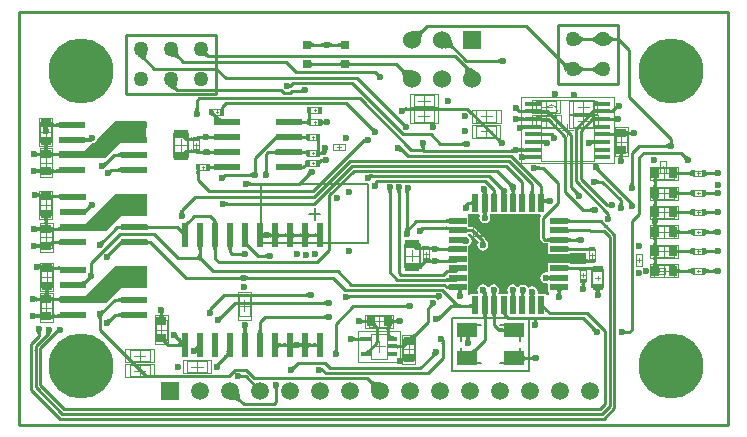
<source format=gtl>
G04*
G04 #@! TF.GenerationSoftware,Altium Limited,Altium Designer,18.0.12 (696)*
G04*
G04 Layer_Physical_Order=1*
G04 Layer_Color=255*
%FSLAX44Y44*%
%MOMM*%
G71*
G01*
G75*
%ADD14C,0.2540*%
%ADD15C,0.2000*%
%ADD19C,0.1270*%
%ADD20C,0.1000*%
%ADD21C,0.0500*%
%ADD22R,0.6000X0.4500*%
%ADD23R,0.9000X0.5000*%
%ADD24R,0.4000X0.6000*%
%ADD25R,1.3000X0.8000*%
%ADD26R,2.2000X0.6000*%
%ADD27R,1.8000X1.2000*%
%ADD28R,0.7000X0.9000*%
%ADD29R,1.5000X0.5500*%
%ADD30R,0.5500X1.5000*%
%ADD31R,0.9000X0.8000*%
%ADD32R,0.8000X0.9000*%
%ADD33R,0.9000X0.7000*%
%ADD34R,0.8500X0.4000*%
%ADD35R,1.4000X0.4500*%
%ADD36R,0.7000X0.7500*%
%ADD37R,0.6000X2.0000*%
%ADD58C,1.2700*%
%ADD59R,1.5000X1.5000*%
%ADD60C,1.5000*%
%ADD61C,1.5240*%
%ADD62R,1.5240X1.5240*%
%ADD63C,5.5000*%
%ADD64C,0.6000*%
G36*
X342468Y333306D02*
X342126Y332909D01*
X341813Y332431D01*
X341527Y331870D01*
X341270Y331228D01*
X341041Y330503D01*
X340840Y329697D01*
X340522Y327839D01*
X340405Y326787D01*
X340316Y325653D01*
X333346Y333730D01*
X334410Y333662D01*
X336325Y333672D01*
X337177Y333750D01*
X337958Y333876D01*
X338669Y334051D01*
X339309Y334275D01*
X339879Y334547D01*
X340378Y334867D01*
X340806Y335236D01*
X342468Y333306D01*
D02*
G37*
G36*
X499180Y330486D02*
X500367Y329470D01*
X500938Y329057D01*
X501495Y328708D01*
X502038Y328422D01*
X502565Y328200D01*
X503079Y328041D01*
X503577Y327946D01*
X504062Y327914D01*
Y325374D01*
X503577Y325342D01*
X503079Y325247D01*
X502565Y325088D01*
X502038Y324866D01*
X501495Y324580D01*
X500938Y324231D01*
X500367Y323818D01*
X499781Y323342D01*
X498565Y322199D01*
Y331089D01*
X499180Y330486D01*
D02*
G37*
G36*
X489495Y322199D02*
X488880Y322802D01*
X487693Y323818D01*
X487122Y324231D01*
X486565Y324580D01*
X486022Y324866D01*
X485495Y325088D01*
X484981Y325247D01*
X484482Y325342D01*
X483998Y325374D01*
Y327914D01*
X484482Y327946D01*
X484981Y328041D01*
X485495Y328200D01*
X486022Y328422D01*
X486565Y328708D01*
X487122Y329057D01*
X487693Y329470D01*
X488279Y329946D01*
X489495Y331089D01*
Y322199D01*
D02*
G37*
G36*
X473780Y330486D02*
X474967Y329470D01*
X475538Y329057D01*
X476095Y328708D01*
X476637Y328422D01*
X477165Y328200D01*
X477679Y328041D01*
X478177Y327946D01*
X478662Y327914D01*
Y325374D01*
X478177Y325342D01*
X477679Y325247D01*
X477165Y325088D01*
X476637Y324866D01*
X476095Y324580D01*
X475538Y324231D01*
X474967Y323818D01*
X474381Y323342D01*
X473165Y322199D01*
Y331089D01*
X473780Y330486D01*
D02*
G37*
G36*
X262663Y324002D02*
X262848Y323861D01*
X263048Y323737D01*
X263263Y323629D01*
X263493Y323537D01*
X263738Y323463D01*
X263998Y323405D01*
X264273Y323363D01*
X264563Y323338D01*
X264868Y323330D01*
Y320790D01*
X264563Y320782D01*
X264273Y320757D01*
X263998Y320715D01*
X263738Y320657D01*
X263493Y320583D01*
X263263Y320491D01*
X263048Y320383D01*
X262848Y320259D01*
X262663Y320118D01*
X262492Y319960D01*
Y324160D01*
X262663Y324002D01*
D02*
G37*
G36*
X258208Y319960D02*
X258037Y320118D01*
X257852Y320259D01*
X257652Y320383D01*
X257437Y320491D01*
X257207Y320583D01*
X256962Y320657D01*
X256702Y320715D01*
X256427Y320757D01*
X256137Y320782D01*
X255832Y320790D01*
Y323330D01*
X256137Y323338D01*
X256427Y323363D01*
X256702Y323405D01*
X256962Y323463D01*
X257207Y323537D01*
X257437Y323629D01*
X257652Y323737D01*
X257852Y323861D01*
X258037Y324002D01*
X258208Y324160D01*
Y319960D01*
D02*
G37*
G36*
X272403Y319520D02*
X272377Y319761D01*
X272300Y319977D01*
X272172Y320168D01*
X271992Y320333D01*
X271760Y320472D01*
X271478Y320587D01*
X271143Y320676D01*
X270758Y320739D01*
X270321Y320777D01*
X269832Y320790D01*
Y323330D01*
X270321Y323343D01*
X270758Y323381D01*
X271143Y323444D01*
X271478Y323533D01*
X271760Y323647D01*
X271992Y323787D01*
X272172Y323952D01*
X272300Y324143D01*
X272377Y324359D01*
X272403Y324600D01*
Y319520D01*
D02*
G37*
G36*
X247307Y324359D02*
X247384Y324143D01*
X247512Y323952D01*
X247692Y323787D01*
X247924Y323647D01*
X248206Y323533D01*
X248541Y323444D01*
X248926Y323381D01*
X249363Y323343D01*
X249851Y323330D01*
Y320790D01*
X249363Y320777D01*
X248926Y320739D01*
X248541Y320676D01*
X248206Y320587D01*
X247924Y320472D01*
X247692Y320333D01*
X247512Y320168D01*
X247384Y319977D01*
X247307Y319761D01*
X247281Y319520D01*
Y324600D01*
X247307Y324359D01*
D02*
G37*
G36*
X365817Y326779D02*
X367042Y322910D01*
X367340Y322187D01*
X367925Y321035D01*
X368212Y320606D01*
X368497Y320275D01*
X367178Y318001D01*
X366725Y318392D01*
X366215Y318713D01*
X365649Y318965D01*
X365027Y319148D01*
X364348Y319261D01*
X363614Y319304D01*
X362823Y319278D01*
X361976Y319183D01*
X361073Y319018D01*
X360114Y318784D01*
X365502Y327991D01*
X365817Y326779D01*
D02*
G37*
G36*
X159237Y315307D02*
X159204Y315089D01*
X159207Y314864D01*
X159248Y314630D01*
X159327Y314389D01*
X159443Y314140D01*
X159597Y313883D01*
X159788Y313618D01*
X160016Y313345D01*
X160282Y313064D01*
X158486Y311268D01*
X158205Y311534D01*
X157932Y311762D01*
X157667Y311953D01*
X157410Y312107D01*
X157161Y312223D01*
X156920Y312302D01*
X156686Y312343D01*
X156461Y312346D01*
X156243Y312313D01*
X156033Y312241D01*
X159309Y315517D01*
X159237Y315307D01*
D02*
G37*
G36*
X134448Y317135D02*
X134569Y315577D01*
X134681Y314881D01*
X134828Y314241D01*
X135009Y313655D01*
X135225Y313125D01*
X135476Y312649D01*
X135762Y312229D01*
X136081Y311864D01*
X134285Y310068D01*
X133921Y310388D01*
X133501Y310674D01*
X133025Y310924D01*
X132495Y311141D01*
X131909Y311322D01*
X131269Y311469D01*
X130573Y311581D01*
X129821Y311659D01*
X128153Y311710D01*
X134440Y317997D01*
X134448Y317135D01*
D02*
G37*
G36*
X107729Y314091D02*
X107468Y313519D01*
X107284Y312967D01*
X107179Y312435D01*
X107151Y311923D01*
X107201Y311431D01*
X107330Y310960D01*
X107536Y310508D01*
X107820Y310077D01*
X108182Y309666D01*
X105238Y309018D01*
X104986Y309249D01*
X104667Y309506D01*
X103830Y310093D01*
X102727Y310778D01*
X99727Y312444D01*
X108068Y314684D01*
X107729Y314091D01*
D02*
G37*
G36*
X407693Y306510D02*
X407523Y306668D01*
X407338Y306809D01*
X407137Y306933D01*
X406922Y307041D01*
X406692Y307132D01*
X406447Y307207D01*
X406187Y307265D01*
X405912Y307307D01*
X405622Y307332D01*
X405317Y307340D01*
Y309880D01*
X405622Y309888D01*
X405912Y309913D01*
X406187Y309955D01*
X406447Y310013D01*
X406692Y310088D01*
X406922Y310179D01*
X407137Y310287D01*
X407338Y310411D01*
X407523Y310552D01*
X407693Y310710D01*
Y306510D01*
D02*
G37*
G36*
X279307Y307859D02*
X279384Y307643D01*
X279512Y307452D01*
X279692Y307287D01*
X279924Y307148D01*
X280206Y307033D01*
X280541Y306944D01*
X280926Y306881D01*
X281363Y306843D01*
X281852Y306830D01*
Y304290D01*
X281363Y304277D01*
X280926Y304239D01*
X280541Y304176D01*
X280206Y304087D01*
X279924Y303972D01*
X279692Y303833D01*
X279512Y303668D01*
X279384Y303477D01*
X279307Y303261D01*
X279281Y303020D01*
Y308100D01*
X279307Y307859D01*
D02*
G37*
G36*
X272403Y303020D02*
X272377Y303261D01*
X272300Y303477D01*
X272172Y303668D01*
X271992Y303833D01*
X271760Y303972D01*
X271478Y304087D01*
X271143Y304176D01*
X270758Y304239D01*
X270321Y304277D01*
X269832Y304290D01*
Y306830D01*
X270321Y306843D01*
X270758Y306881D01*
X271143Y306944D01*
X271478Y307033D01*
X271760Y307148D01*
X271992Y307287D01*
X272172Y307452D01*
X272300Y307643D01*
X272377Y307859D01*
X272403Y308100D01*
Y303020D01*
D02*
G37*
G36*
X247307Y307859D02*
X247384Y307643D01*
X247512Y307452D01*
X247692Y307287D01*
X247924Y307148D01*
X248206Y307033D01*
X248541Y306944D01*
X248926Y306881D01*
X249363Y306843D01*
X249851Y306830D01*
Y304290D01*
X249363Y304277D01*
X248926Y304239D01*
X248541Y304176D01*
X248206Y304087D01*
X247924Y303972D01*
X247692Y303833D01*
X247512Y303668D01*
X247384Y303477D01*
X247307Y303261D01*
X247281Y303020D01*
Y308100D01*
X247307Y307859D01*
D02*
G37*
G36*
X461264Y307408D02*
X461699Y307123D01*
X462168Y306903D01*
X462672Y306749D01*
X463210Y306660D01*
X463782Y306636D01*
X464389Y306678D01*
X465030Y306785D01*
X465705Y306957D01*
X466415Y307195D01*
X462636Y299149D01*
X462293Y300108D01*
X460753Y303757D01*
X460481Y304257D01*
X460220Y304680D01*
X459971Y305027D01*
X459733Y305297D01*
X460864Y307758D01*
X461264Y307408D01*
D02*
G37*
G36*
X489495Y296799D02*
X488880Y297402D01*
X487693Y298418D01*
X487122Y298831D01*
X486565Y299180D01*
X486022Y299466D01*
X485495Y299688D01*
X484981Y299847D01*
X484482Y299942D01*
X483998Y299974D01*
Y302514D01*
X484482Y302546D01*
X484981Y302641D01*
X485495Y302800D01*
X486022Y303022D01*
X486565Y303308D01*
X487122Y303657D01*
X487693Y304070D01*
X488279Y304546D01*
X489495Y305689D01*
Y296799D01*
D02*
G37*
G36*
X473780Y305086D02*
X474967Y304070D01*
X475538Y303657D01*
X476095Y303308D01*
X476637Y303022D01*
X477165Y302800D01*
X477679Y302641D01*
X478177Y302546D01*
X478662Y302514D01*
Y299974D01*
X478177Y299942D01*
X477679Y299847D01*
X477165Y299688D01*
X476637Y299466D01*
X476095Y299180D01*
X475538Y298831D01*
X474967Y298418D01*
X474381Y297942D01*
X473165Y296799D01*
Y305689D01*
X473780Y305086D01*
D02*
G37*
G36*
X379376Y303685D02*
X379725Y303445D01*
X380187Y303166D01*
X382254Y302086D01*
X386597Y300083D01*
X376654Y296438D01*
X377024Y297272D01*
X377309Y298065D01*
X377507Y298818D01*
X377619Y299531D01*
X377644Y300203D01*
X377584Y300834D01*
X377437Y301425D01*
X377203Y301975D01*
X376884Y302484D01*
X376478Y302954D01*
X379141Y303883D01*
X379376Y303685D01*
D02*
G37*
G36*
X302903Y298777D02*
X303125Y298589D01*
X303349Y298424D01*
X303574Y298282D01*
X303800Y298161D01*
X304028Y298063D01*
X304256Y297987D01*
X304485Y297934D01*
X304716Y297903D01*
X304948Y297894D01*
X301978Y294924D01*
X301969Y295156D01*
X301938Y295387D01*
X301885Y295616D01*
X301809Y295844D01*
X301711Y296072D01*
X301590Y296298D01*
X301448Y296523D01*
X301283Y296747D01*
X301095Y296969D01*
X300885Y297191D01*
X302681Y298987D01*
X302903Y298777D01*
D02*
G37*
G36*
X324810Y301632D02*
X325313Y301311D01*
X325883Y301044D01*
X326520Y300830D01*
X327225Y300670D01*
X327997Y300564D01*
X328836Y300511D01*
X329743Y300513D01*
X330717Y300567D01*
X331758Y300676D01*
X325134Y292314D01*
X324996Y293466D01*
X324455Y296412D01*
X324232Y297223D01*
X323986Y297949D01*
X323720Y298589D01*
X323431Y299145D01*
X323121Y299615D01*
X322790Y300000D01*
X324375Y302007D01*
X324810Y301632D01*
D02*
G37*
G36*
X231962Y287570D02*
X229391Y285217D01*
X228642Y289151D01*
X228795Y289055D01*
X228956Y288994D01*
X229126Y288967D01*
X229304Y288976D01*
X229492Y289019D01*
X229687Y289097D01*
X229891Y289209D01*
X230104Y289356D01*
X230325Y289538D01*
X230555Y289755D01*
X231962Y287570D01*
D02*
G37*
G36*
X133474Y289170D02*
X133251Y288546D01*
X133100Y287950D01*
X133022Y287381D01*
X133016Y286839D01*
X133083Y286324D01*
X133222Y285836D01*
X133434Y285375D01*
X133718Y284942D01*
X134075Y284535D01*
X131375Y283643D01*
X131131Y283860D01*
X130810Y284101D01*
X130413Y284365D01*
X129387Y284964D01*
X127269Y286039D01*
X125473Y286874D01*
X133770Y289820D01*
X133474Y289170D01*
D02*
G37*
G36*
X240503Y281017D02*
X240324Y281096D01*
X240131Y281166D01*
X239923Y281228D01*
X239700Y281282D01*
X239213Y281366D01*
X238947Y281395D01*
X238065Y281432D01*
X237019Y283972D01*
X237328Y283982D01*
X237615Y284012D01*
X237879Y284062D01*
X238119Y284131D01*
X238337Y284221D01*
X238532Y284331D01*
X238703Y284460D01*
X238852Y284610D01*
X238978Y284779D01*
X239081Y284968D01*
X240503Y281017D01*
D02*
G37*
G36*
X506462Y267037D02*
X506269Y267111D01*
X506072Y267154D01*
X505871Y267165D01*
X505667Y267143D01*
X505458Y267090D01*
X505247Y267005D01*
X505031Y266888D01*
X504811Y266739D01*
X504588Y266558D01*
X504361Y266345D01*
X503543Y269119D01*
X503767Y269347D01*
X504624Y270336D01*
X504743Y270504D01*
X504930Y270810D01*
X504996Y270948D01*
X506462Y267037D01*
D02*
G37*
G36*
X151392Y267865D02*
X151417Y267575D01*
X151459Y267300D01*
X151517Y267040D01*
X151592Y266795D01*
X151683Y266565D01*
X151791Y266350D01*
X151915Y266150D01*
X152056Y265965D01*
X152214Y265794D01*
X148014D01*
X148172Y265965D01*
X148313Y266150D01*
X148437Y266350D01*
X148545Y266565D01*
X148637Y266795D01*
X148711Y267040D01*
X148769Y267300D01*
X148811Y267575D01*
X148836Y267865D01*
X148844Y268170D01*
X151384D01*
X151392Y267865D01*
D02*
G37*
G36*
X328607Y266446D02*
X328291Y266437D01*
X328006Y266409D01*
X327751Y266362D01*
X327527Y266297D01*
X327333Y266214D01*
X327169Y266111D01*
X327036Y265991D01*
X326934Y265851D01*
X326862Y265693D01*
X326820Y265516D01*
X324585Y268847D01*
X328066Y268986D01*
X328607Y266446D01*
D02*
G37*
G36*
X500585Y267132D02*
X500627Y267109D01*
X500697Y267089D01*
X500796Y267072D01*
X500922Y267057D01*
X501469Y267029D01*
X501974Y267024D01*
Y264484D01*
X501707Y264483D01*
X500697Y264419D01*
X500627Y264399D01*
X500585Y264376D01*
X500571Y264351D01*
Y267157D01*
X500585Y267132D01*
D02*
G37*
G36*
X441596Y267793D02*
X441673Y267632D01*
X441800Y267489D01*
X441977Y267366D01*
X442206Y267261D01*
X442485Y267176D01*
X442816Y267109D01*
X443197Y267062D01*
X443628Y267034D01*
X444111Y267024D01*
Y264484D01*
X443628Y264475D01*
X442816Y264398D01*
X442485Y264332D01*
X442206Y264247D01*
X441977Y264142D01*
X441800Y264019D01*
X441673Y263876D01*
X441596Y263715D01*
X441571Y263535D01*
Y267973D01*
X441596Y267793D01*
D02*
G37*
G36*
X427632Y263535D02*
X427607Y263715D01*
X427530Y263876D01*
X427403Y264019D01*
X427226Y264142D01*
X426997Y264247D01*
X426718Y264332D01*
X426387Y264398D01*
X426006Y264446D01*
X425575Y264475D01*
X425092Y264484D01*
Y267024D01*
X425575Y267034D01*
X426387Y267109D01*
X426718Y267176D01*
X426997Y267261D01*
X427226Y267366D01*
X427403Y267489D01*
X427530Y267632D01*
X427607Y267793D01*
X427632Y267973D01*
Y263535D01*
D02*
G37*
G36*
Y257034D02*
X427607Y257230D01*
X427530Y257405D01*
X427403Y257560D01*
X427226Y257693D01*
X426997Y257807D01*
X426718Y257899D01*
X426387Y257971D01*
X426006Y258023D01*
X425575Y258054D01*
X425120Y258063D01*
X424837Y258056D01*
X424547Y258031D01*
X424272Y257989D01*
X424012Y257931D01*
X423767Y257857D01*
X423537Y257765D01*
X423322Y257657D01*
X423122Y257533D01*
X422937Y257392D01*
X422766Y257234D01*
Y261434D01*
X422937Y261276D01*
X423122Y261135D01*
X423322Y261011D01*
X423537Y260903D01*
X423767Y260812D01*
X424012Y260737D01*
X424272Y260679D01*
X424547Y260637D01*
X424837Y260612D01*
X425122Y260604D01*
X425575Y260613D01*
X426387Y260682D01*
X426718Y260743D01*
X426997Y260821D01*
X427226Y260917D01*
X427403Y261030D01*
X427530Y261161D01*
X427607Y261308D01*
X427632Y261474D01*
Y257034D01*
D02*
G37*
G36*
X247527Y263705D02*
X247408Y263629D01*
X247303Y263502D01*
X247212Y263324D01*
X247135Y263095D01*
X247072Y262816D01*
X247023Y262486D01*
X246988Y262105D01*
X246966Y261386D01*
X246967Y261317D01*
X247023Y260504D01*
X247072Y260174D01*
X247135Y259895D01*
X247212Y259666D01*
X247303Y259488D01*
X247408Y259361D01*
X247527Y259285D01*
X247659Y259259D01*
X243720D01*
X243853Y259285D01*
X243972Y259361D01*
X244077Y259488D01*
X244168Y259666D01*
X244245Y259895D01*
X244308Y260174D01*
X244357Y260504D01*
X244392Y260885D01*
X244414Y261604D01*
X244413Y261673D01*
X244357Y262486D01*
X244308Y262816D01*
X244245Y263095D01*
X244168Y263324D01*
X244077Y263502D01*
X243972Y263629D01*
X243853Y263705D01*
X243720Y263731D01*
X247659D01*
X247527Y263705D01*
D02*
G37*
G36*
X164475Y266813D02*
X164441Y266547D01*
X164469Y266254D01*
X164559Y265935D01*
X164710Y265589D01*
X164924Y265217D01*
X165199Y264818D01*
X165537Y264392D01*
X165936Y263939D01*
X166398Y263461D01*
X165713Y261056D01*
X168803D01*
X169166Y260710D01*
X169528Y260400D01*
X169890Y260127D01*
X170250Y259890D01*
X170610Y259689D01*
X170969Y259525D01*
X171327Y259397D01*
X171684Y259305D01*
X172040Y259249D01*
X172395Y259229D01*
X165210Y259259D01*
X165210Y261043D01*
X165033Y261215D01*
X164036Y262071D01*
X163607Y262376D01*
X163225Y262600D01*
X162889Y262741D01*
X162599Y262801D01*
X162356Y262780D01*
X162160Y262676D01*
X162009Y262491D01*
X164571Y267053D01*
X164475Y266813D01*
D02*
G37*
G36*
X486662Y257841D02*
X486648Y257868D01*
X486605Y257893D01*
X486533Y257914D01*
X486432Y257933D01*
X486302Y257948D01*
X485955Y257971D01*
X485219Y257984D01*
Y260524D01*
X485494Y260525D01*
X486533Y260594D01*
X486605Y260615D01*
X486648Y260640D01*
X486662Y260667D01*
Y257841D01*
D02*
G37*
G36*
X243751Y253750D02*
X243725Y253991D01*
X243648Y254207D01*
X243520Y254398D01*
X243340Y254563D01*
X243108Y254702D01*
X242826Y254817D01*
X242491Y254906D01*
X242106Y254969D01*
X241669Y255007D01*
X241435Y255013D01*
X241201Y255007D01*
X240764Y254969D01*
X240379Y254906D01*
X240044Y254817D01*
X239762Y254702D01*
X239530Y254563D01*
X239350Y254398D01*
X239222Y254207D01*
X239145Y253991D01*
X239119Y253750D01*
Y258830D01*
X239145Y258589D01*
X239222Y258373D01*
X239350Y258182D01*
X239530Y258017D01*
X239762Y257878D01*
X240044Y257763D01*
X240379Y257674D01*
X240764Y257611D01*
X241201Y257573D01*
X241435Y257567D01*
X241669Y257573D01*
X242106Y257611D01*
X242491Y257674D01*
X242826Y257763D01*
X243108Y257878D01*
X243340Y258017D01*
X243520Y258182D01*
X243648Y258373D01*
X243725Y258589D01*
X243751Y258830D01*
Y253750D01*
D02*
G37*
G36*
X441596Y261260D02*
X441673Y261069D01*
X441800Y260900D01*
X441977Y260755D01*
X442206Y260631D01*
X442485Y260530D01*
X442816Y260451D01*
X443197Y260395D01*
X443628Y260361D01*
X444111Y260350D01*
Y257810D01*
X443628Y257802D01*
X442816Y257740D01*
X442485Y257686D01*
X442206Y257616D01*
X441977Y257531D01*
X441800Y257430D01*
X441673Y257314D01*
X441596Y257182D01*
X441571Y257034D01*
Y261474D01*
X441596Y261260D01*
D02*
G37*
G36*
X500597Y261125D02*
X500673Y260909D01*
X500800Y260718D01*
X500978Y260553D01*
X501206Y260413D01*
X501485Y260299D01*
X501816Y260210D01*
X502197Y260147D01*
X502629Y260109D01*
X502912Y260101D01*
X503025Y260104D01*
X503315Y260129D01*
X503590Y260171D01*
X503850Y260229D01*
X504095Y260303D01*
X504325Y260395D01*
X504540Y260503D01*
X504740Y260627D01*
X504925Y260768D01*
X505096Y260926D01*
Y256726D01*
X504925Y256884D01*
X504740Y257025D01*
X504540Y257149D01*
X504325Y257257D01*
X504095Y257348D01*
X503850Y257423D01*
X503590Y257481D01*
X503315Y257523D01*
X503025Y257548D01*
X502831Y257553D01*
X502629Y257551D01*
X501485Y257473D01*
X501206Y257426D01*
X500978Y257368D01*
X500800Y257300D01*
X500673Y257222D01*
X500597Y257134D01*
X500571Y257034D01*
Y261366D01*
X500597Y261125D01*
D02*
G37*
G36*
X256655Y258589D02*
X256732Y258373D01*
X256860Y258182D01*
X257040Y258017D01*
X257272Y257878D01*
X257501Y257785D01*
X257687Y257859D01*
X257902Y257967D01*
X258102Y258091D01*
X258287Y258232D01*
X258458Y258390D01*
Y257595D01*
X258711Y257573D01*
X259200Y257560D01*
Y255020D01*
X258711Y255007D01*
X258458Y254985D01*
Y254190D01*
X258287Y254348D01*
X258102Y254489D01*
X257902Y254613D01*
X257687Y254721D01*
X257501Y254795D01*
X257272Y254702D01*
X257040Y254563D01*
X256860Y254398D01*
X256732Y254207D01*
X256655Y253991D01*
X256629Y253750D01*
Y254991D01*
X256387Y255012D01*
X256082Y255020D01*
Y257560D01*
X256387Y257568D01*
X256629Y257589D01*
Y258830D01*
X256655Y258589D01*
D02*
G37*
G36*
X427632Y254027D02*
X428042Y254024D01*
X428459Y251484D01*
X428146Y251474D01*
X427860Y251445D01*
X427632Y251402D01*
Y250534D01*
X427608Y250715D01*
X427536Y250876D01*
X427415Y251019D01*
X427246Y251142D01*
X427115Y251205D01*
X427001Y251134D01*
X426856Y251008D01*
X426739Y250862D01*
X426651Y250697D01*
X426591Y250513D01*
X426060Y251448D01*
X425678Y251474D01*
X425220Y251484D01*
Y252928D01*
X424573Y254067D01*
X424633Y254059D01*
X424756Y254052D01*
X425776Y254043D01*
X426450Y254109D01*
X426764Y254176D01*
X427029Y254261D01*
X427246Y254366D01*
X427415Y254489D01*
X427536Y254632D01*
X427608Y254793D01*
X427632Y254974D01*
Y254027D01*
D02*
G37*
G36*
X233180Y253840D02*
X222198D01*
Y258759D01*
X233180D01*
Y253840D01*
D02*
G37*
G36*
X182180D02*
X171085D01*
Y258806D01*
X182180D01*
Y253840D01*
D02*
G37*
G36*
X325585Y256105D02*
X325807Y255917D01*
X326031Y255752D01*
X326256Y255610D01*
X326482Y255489D01*
X326710Y255391D01*
X326938Y255315D01*
X327167Y255262D01*
X327398Y255231D01*
X327630Y255222D01*
X324660Y252252D01*
X324651Y252484D01*
X324620Y252715D01*
X324567Y252944D01*
X324491Y253172D01*
X324393Y253400D01*
X324272Y253626D01*
X324130Y253851D01*
X323965Y254074D01*
X323777Y254297D01*
X323567Y254519D01*
X325363Y256315D01*
X325585Y256105D01*
D02*
G37*
G36*
X26869Y256779D02*
X26948Y256563D01*
X27077Y256372D01*
X27257Y256207D01*
X27489Y256068D01*
X27771Y255953D01*
X28105Y255864D01*
X28490Y255801D01*
X28926Y255763D01*
X29413Y255750D01*
Y253210D01*
X28930Y253198D01*
X28498Y253163D01*
X28117Y253104D01*
X27787Y253021D01*
X27508Y252914D01*
X27279Y252784D01*
X27101Y252630D01*
X26974Y252453D01*
X26898Y252251D01*
X26873Y252027D01*
X26842Y257020D01*
X26869Y256779D01*
D02*
G37*
G36*
X33735Y251940D02*
X33709Y252181D01*
X33633Y252397D01*
X33506Y252588D01*
X33328Y252753D01*
X33100Y252893D01*
X32820Y253007D01*
X32490Y253096D01*
X32109Y253159D01*
X31677Y253197D01*
X31195Y253210D01*
Y255750D01*
X31677Y255763D01*
X32109Y255801D01*
X32490Y255864D01*
X32820Y255953D01*
X33100Y256068D01*
X33328Y256207D01*
X33506Y256372D01*
X33633Y256563D01*
X33709Y256779D01*
X33735Y257020D01*
Y251940D01*
D02*
G37*
G36*
X50704Y251804D02*
X39609D01*
Y256770D01*
X50704D01*
Y251804D01*
D02*
G37*
G36*
X23630Y252879D02*
X23655Y252589D01*
X23697Y252314D01*
X23755Y252054D01*
X23763Y252027D01*
X24892D01*
X24651Y252001D01*
X24435Y251925D01*
X24244Y251798D01*
X24079Y251620D01*
X23981Y251459D01*
X24029Y251364D01*
X24153Y251164D01*
X24294Y250979D01*
X24452Y250808D01*
X23743D01*
X23736Y250782D01*
X23673Y250401D01*
X23635Y249969D01*
X23622Y249487D01*
X21082D01*
X21069Y249969D01*
X21031Y250401D01*
X20968Y250782D01*
X20961Y250808D01*
X20252D01*
X20410Y250979D01*
X20551Y251164D01*
X20675Y251364D01*
X20723Y251459D01*
X20625Y251620D01*
X20460Y251798D01*
X20269Y251925D01*
X20053Y252001D01*
X19812Y252027D01*
X20941D01*
X20949Y252054D01*
X21007Y252314D01*
X21049Y252589D01*
X21074Y252879D01*
X21082Y253184D01*
X23622D01*
X23630Y252879D01*
D02*
G37*
G36*
X299169Y252295D02*
X299391Y252108D01*
X299615Y251942D01*
X299840Y251800D01*
X300066Y251679D01*
X300294Y251581D01*
X300522Y251505D01*
X300751Y251452D01*
X300982Y251421D01*
X301214Y251412D01*
X298244Y248442D01*
X298235Y248674D01*
X298204Y248905D01*
X298151Y249134D01*
X298075Y249363D01*
X297977Y249590D01*
X297856Y249816D01*
X297714Y250041D01*
X297549Y250264D01*
X297361Y250487D01*
X297151Y250709D01*
X298947Y252505D01*
X299169Y252295D01*
D02*
G37*
G36*
X505205Y243714D02*
X505179Y243955D01*
X505102Y244171D01*
X504973Y244362D01*
X504793Y244527D01*
X504562Y244667D01*
X504279Y244781D01*
X503945Y244870D01*
X503559Y244933D01*
X503122Y244971D01*
X502840Y244979D01*
X502629Y244974D01*
X501816Y244898D01*
X501485Y244832D01*
X501206Y244747D01*
X500978Y244642D01*
X500800Y244519D01*
X500673Y244376D01*
X500597Y244215D01*
X500571Y244035D01*
Y248473D01*
X500597Y248293D01*
X500673Y248132D01*
X500800Y247989D01*
X500978Y247866D01*
X501206Y247761D01*
X501485Y247676D01*
X501816Y247609D01*
X502197Y247562D01*
X502629Y247533D01*
X502840Y247529D01*
X503122Y247537D01*
X503559Y247575D01*
X503945Y247638D01*
X504279Y247727D01*
X504562Y247841D01*
X504793Y247981D01*
X504973Y248146D01*
X505102Y248337D01*
X505179Y248553D01*
X505205Y248794D01*
Y243714D01*
D02*
G37*
G36*
X242227Y241050D02*
X242201Y241291D01*
X242124Y241507D01*
X241996Y241698D01*
X241816Y241863D01*
X241584Y242003D01*
X241302Y242117D01*
X240967Y242206D01*
X240673Y242254D01*
X240379Y242206D01*
X240044Y242117D01*
X239762Y242003D01*
X239530Y241863D01*
X239350Y241698D01*
X239222Y241507D01*
X239145Y241291D01*
X239119Y241050D01*
Y246130D01*
X239145Y245889D01*
X239222Y245673D01*
X239350Y245482D01*
X239530Y245317D01*
X239762Y245177D01*
X240044Y245063D01*
X240379Y244974D01*
X240673Y244926D01*
X240967Y244974D01*
X241302Y245063D01*
X241584Y245177D01*
X241816Y245317D01*
X241996Y245482D01*
X242124Y245673D01*
X242201Y245889D01*
X242227Y246130D01*
Y241050D01*
D02*
G37*
G36*
X514108Y249307D02*
X514185Y249091D01*
X514314Y248900D01*
X514494Y248735D01*
X514725Y248596D01*
X515008Y248481D01*
X515342Y248392D01*
X515728Y248329D01*
X516165Y248291D01*
X516343Y248286D01*
X516353Y248286D01*
X516643Y248311D01*
X516918Y248353D01*
X517178Y248411D01*
X517423Y248486D01*
X517653Y248577D01*
X517868Y248685D01*
X518068Y248809D01*
X518253Y248950D01*
X518424Y249108D01*
Y244908D01*
X518253Y245066D01*
X518068Y245207D01*
X517868Y245331D01*
X517653Y245439D01*
X517423Y245530D01*
X517178Y245605D01*
X516918Y245663D01*
X516643Y245705D01*
X516353Y245730D01*
X516343Y245730D01*
X516165Y245725D01*
X515728Y245687D01*
X515342Y245624D01*
X515008Y245535D01*
X514725Y245420D01*
X514494Y245281D01*
X514314Y245116D01*
X514185Y244925D01*
X514108Y244709D01*
X514083Y244468D01*
Y249548D01*
X514108Y249307D01*
D02*
G37*
G36*
X165210Y241050D02*
X165185Y241291D01*
X165109Y241507D01*
X164982Y241698D01*
X164804Y241863D01*
X164576Y242003D01*
X164296Y242117D01*
X163966Y242206D01*
X163585Y242269D01*
X163153Y242307D01*
X162718Y242319D01*
X162459Y242312D01*
X162169Y242287D01*
X161894Y242245D01*
X161634Y242187D01*
X161389Y242113D01*
X161159Y242021D01*
X160944Y241913D01*
X160744Y241789D01*
X160559Y241648D01*
X160388Y241490D01*
Y245690D01*
X160559Y245532D01*
X160744Y245391D01*
X160944Y245267D01*
X161159Y245159D01*
X161389Y245068D01*
X161634Y244993D01*
X161894Y244935D01*
X162169Y244893D01*
X162459Y244868D01*
X162718Y244861D01*
X163153Y244873D01*
X163585Y244911D01*
X163966Y244974D01*
X164296Y245063D01*
X164576Y245177D01*
X164804Y245317D01*
X164982Y245482D01*
X165109Y245673D01*
X165185Y245889D01*
X165210Y246130D01*
Y241050D01*
D02*
G37*
G36*
X441596Y248293D02*
X441673Y248132D01*
X441800Y247989D01*
X441977Y247866D01*
X442206Y247761D01*
X442485Y247676D01*
X442816Y247609D01*
X443197Y247562D01*
X443628Y247533D01*
X444111Y247524D01*
Y244984D01*
X443628Y244974D01*
X442816Y244898D01*
X442485Y244832D01*
X442206Y244747D01*
X441977Y244642D01*
X441800Y244519D01*
X441673Y244376D01*
X441596Y244215D01*
X441571Y244035D01*
Y248473D01*
X441596Y248293D01*
D02*
G37*
G36*
X156104Y241490D02*
X155933Y241648D01*
X155748Y241789D01*
X155548Y241913D01*
X155333Y242021D01*
X155103Y242113D01*
X154858Y242187D01*
X154598Y242245D01*
X154323Y242287D01*
X154231Y242295D01*
X153940Y242269D01*
X153556Y242206D01*
X153222Y242117D01*
X152940Y242003D01*
X152708Y241863D01*
X152528Y241698D01*
X152398Y241507D01*
X152319Y241291D01*
X152291Y241050D01*
X152322Y244202D01*
X152347Y244327D01*
X152423Y244439D01*
X152550Y244537D01*
X152728Y244623D01*
X152956Y244695D01*
X153236Y244755D01*
X153566Y244801D01*
X153728Y244815D01*
Y244860D01*
X154033Y244868D01*
X154323Y244893D01*
X154598Y244935D01*
X154858Y244993D01*
X155103Y245068D01*
X155333Y245159D01*
X155548Y245267D01*
X155748Y245391D01*
X155933Y245532D01*
X156104Y245690D01*
Y241490D01*
D02*
G37*
G36*
X233180Y241140D02*
X222216D01*
Y246056D01*
X233180D01*
Y241140D01*
D02*
G37*
G36*
X182180D02*
X171096D01*
Y246064D01*
X182180D01*
Y241140D01*
D02*
G37*
G36*
X486632Y240118D02*
X487099Y238484D01*
X486791Y238474D01*
X486632Y238458D01*
Y237535D01*
X486607Y237715D01*
X486530Y237876D01*
X486403Y238019D01*
X486226Y238142D01*
X485997Y238247D01*
X485876Y238284D01*
X485764Y238240D01*
X485558Y238132D01*
X485373Y238005D01*
X485208Y237859D01*
X485064Y237693D01*
X484940Y237507D01*
X484696Y238466D01*
X484575Y238475D01*
X484092Y238484D01*
Y240840D01*
X483904Y241578D01*
X484093Y241472D01*
X484294Y241378D01*
X484509Y241295D01*
X484736Y241223D01*
X484977Y241162D01*
X485230Y241112D01*
X485313Y241103D01*
X485387Y241109D01*
X485718Y241176D01*
X485997Y241261D01*
X486226Y241366D01*
X486403Y241489D01*
X486530Y241632D01*
X486607Y241793D01*
X486632Y241973D01*
Y240118D01*
D02*
G37*
G36*
X55669Y243853D02*
X55746Y243637D01*
X55874Y243446D01*
X56054Y243281D01*
X56286Y243141D01*
X56568Y243027D01*
X56903Y242938D01*
X57288Y242875D01*
X57323Y242872D01*
X57535Y242912D01*
X57764Y242980D01*
X57966Y243068D01*
X58140Y243175D01*
X58286Y243302D01*
X58404Y243448D01*
X58494Y243613D01*
X58556Y243799D01*
X60550Y240222D01*
X60480Y240234D01*
X60349Y240244D01*
X59209Y240274D01*
X58041Y240280D01*
X57725Y240271D01*
X57288Y240233D01*
X56903Y240170D01*
X56568Y240081D01*
X56286Y239967D01*
X56054Y239827D01*
X55874Y239662D01*
X55746Y239471D01*
X55669Y239255D01*
X55643Y239014D01*
Y244094D01*
X55669Y243853D01*
D02*
G37*
G36*
X146383Y239762D02*
X146357Y239943D01*
X146281Y240104D01*
X146154Y240247D01*
X145976Y240370D01*
X145747Y240475D01*
X145468Y240560D01*
X145138Y240627D01*
X144757Y240674D01*
X144325Y240702D01*
X143842Y240712D01*
Y243252D01*
X144325Y243262D01*
X145138Y243337D01*
X145468Y243404D01*
X145747Y243489D01*
X145976Y243594D01*
X146154Y243717D01*
X146281Y243860D01*
X146357Y244021D01*
X146383Y244202D01*
Y239762D01*
D02*
G37*
G36*
X292962Y239259D02*
X292820Y239357D01*
X292668Y239420D01*
X292505Y239448D01*
X292334Y239441D01*
X292152Y239399D01*
X291961Y239321D01*
X291759Y239209D01*
X291548Y239061D01*
X291327Y238878D01*
X291097Y238660D01*
X289737Y240892D01*
X292373Y243180D01*
X292962Y239259D01*
D02*
G37*
G36*
X50704Y239104D02*
X39620D01*
Y244028D01*
X50704D01*
Y239104D01*
D02*
G37*
G36*
X553474Y240687D02*
X553499Y240397D01*
X553541Y240122D01*
X553599Y239862D01*
X553674Y239617D01*
X553765Y239387D01*
X553873Y239172D01*
X553997Y238972D01*
X554138Y238787D01*
X554296Y238616D01*
X550096D01*
X550254Y238787D01*
X550395Y238972D01*
X550519Y239172D01*
X550627Y239387D01*
X550718Y239617D01*
X550793Y239862D01*
X550851Y240122D01*
X550893Y240397D01*
X550918Y240687D01*
X550926Y240992D01*
X553466D01*
X553474Y240687D01*
D02*
G37*
G36*
X406364Y242448D02*
X406586Y242260D01*
X406810Y242095D01*
X407035Y241952D01*
X407261Y241832D01*
X407488Y241733D01*
X407717Y241657D01*
X407946Y241603D01*
X408177Y241572D01*
X408409Y241562D01*
X405432Y238599D01*
X405424Y238831D01*
X405393Y239062D01*
X405340Y239291D01*
X405265Y239520D01*
X405167Y239747D01*
X405047Y239973D01*
X404904Y240198D01*
X404739Y240422D01*
X404552Y240644D01*
X404342Y240866D01*
X406142Y242658D01*
X406364Y242448D01*
D02*
G37*
G36*
X255003Y240591D02*
X254884Y240515D01*
X254779Y240388D01*
X254688Y240210D01*
X254611Y239981D01*
X254548Y239702D01*
X254499Y239372D01*
X254464Y238991D01*
X254436Y238076D01*
X251896D01*
X251889Y238559D01*
X251833Y239372D01*
X251784Y239702D01*
X251721Y239981D01*
X251644Y240210D01*
X251553Y240388D01*
X251448Y240515D01*
X251329Y240591D01*
X251196Y240616D01*
X255135D01*
X255003Y240591D01*
D02*
G37*
G36*
X441596Y241793D02*
X441673Y241632D01*
X441800Y241489D01*
X441977Y241366D01*
X442206Y241261D01*
X442485Y241176D01*
X442816Y241109D01*
X443197Y241062D01*
X443568Y241038D01*
X444726Y241122D01*
X444931Y241157D01*
X445283Y241245D01*
X445430Y241296D01*
X443710Y237488D01*
X443626Y237677D01*
X443516Y237846D01*
X443381Y237996D01*
X443221Y238125D01*
X443036Y238235D01*
X442826Y238325D01*
X442673Y238370D01*
X442485Y238332D01*
X442206Y238247D01*
X441977Y238142D01*
X441800Y238019D01*
X441673Y237876D01*
X441596Y237715D01*
X441571Y237535D01*
Y241973D01*
X441596Y241793D01*
D02*
G37*
G36*
X377334Y235898D02*
X377163Y236056D01*
X376978Y236197D01*
X376778Y236321D01*
X376563Y236429D01*
X376333Y236521D01*
X376088Y236595D01*
X375828Y236653D01*
X375553Y236695D01*
X375263Y236720D01*
X374958Y236728D01*
Y239268D01*
X375263Y239276D01*
X375553Y239301D01*
X375828Y239343D01*
X376088Y239401D01*
X376333Y239475D01*
X376563Y239567D01*
X376778Y239675D01*
X376978Y239799D01*
X377163Y239940D01*
X377334Y240098D01*
Y235898D01*
D02*
G37*
G36*
X427632Y231035D02*
X427607Y231215D01*
X427530Y231376D01*
X427403Y231519D01*
X427226Y231642D01*
X426997Y231747D01*
X426718Y231832D01*
X426387Y231898D01*
X426006Y231946D01*
X425575Y231975D01*
X425221Y231982D01*
X425009Y231976D01*
X424719Y231951D01*
X424444Y231909D01*
X424184Y231851D01*
X423939Y231777D01*
X423709Y231685D01*
X423494Y231577D01*
X423294Y231453D01*
X423109Y231312D01*
X422938Y231154D01*
Y235354D01*
X423109Y235196D01*
X423294Y235055D01*
X423494Y234931D01*
X423709Y234823D01*
X423939Y234732D01*
X424184Y234657D01*
X424444Y234599D01*
X424719Y234557D01*
X425009Y234532D01*
X425221Y234527D01*
X425575Y234534D01*
X426387Y234609D01*
X426718Y234676D01*
X426997Y234761D01*
X427226Y234866D01*
X427403Y234989D01*
X427530Y235132D01*
X427607Y235293D01*
X427632Y235473D01*
Y231035D01*
D02*
G37*
G36*
X550054Y234374D02*
X549883Y234532D01*
X549698Y234673D01*
X549498Y234797D01*
X549283Y234905D01*
X549053Y234996D01*
X548808Y235071D01*
X548548Y235129D01*
X548273Y235171D01*
X547983Y235196D01*
X547678Y235204D01*
Y237744D01*
X547983Y237752D01*
X548273Y237777D01*
X548548Y237819D01*
X548808Y237877D01*
X549053Y237952D01*
X549283Y238043D01*
X549498Y238151D01*
X549698Y238275D01*
X549883Y238416D01*
X550054Y238574D01*
Y234374D01*
D02*
G37*
G36*
X343826Y236193D02*
X343685Y236008D01*
X343561Y235808D01*
X343453Y235593D01*
X343362Y235363D01*
X343287Y235118D01*
X343229Y234858D01*
X343187Y234583D01*
X343162Y234293D01*
X343154Y233988D01*
X340614D01*
X340606Y234293D01*
X340581Y234583D01*
X340539Y234858D01*
X340481Y235118D01*
X340406Y235363D01*
X340315Y235593D01*
X340207Y235808D01*
X340083Y236008D01*
X339942Y236193D01*
X339784Y236364D01*
X343984D01*
X343826Y236193D01*
D02*
G37*
G36*
X254443Y235405D02*
X254499Y234592D01*
X254548Y234262D01*
X254611Y233983D01*
X254688Y233754D01*
X254779Y233576D01*
X254884Y233449D01*
X255003Y233373D01*
X255135Y233347D01*
X251196D01*
X251329Y233373D01*
X251448Y233449D01*
X251553Y233576D01*
X251644Y233754D01*
X251721Y233983D01*
X251784Y234262D01*
X251833Y234592D01*
X251868Y234973D01*
X251896Y235888D01*
X254436D01*
X254443Y235405D01*
D02*
G37*
G36*
X24905Y237001D02*
X24689Y236925D01*
X24498Y236798D01*
X24333Y236620D01*
X24193Y236392D01*
X24079Y236112D01*
X23990Y235782D01*
X23927Y235401D01*
X23900Y235092D01*
X23927Y234780D01*
X23990Y234395D01*
X24079Y234060D01*
X24193Y233778D01*
X24333Y233546D01*
X24498Y233366D01*
X24689Y233238D01*
X24905Y233161D01*
X25146Y233135D01*
X20066D01*
X20307Y233161D01*
X20523Y233238D01*
X20714Y233366D01*
X20879Y233546D01*
X21019Y233778D01*
X21133Y234060D01*
X21222Y234395D01*
X21285Y234780D01*
X21312Y235092D01*
X21285Y235401D01*
X21222Y235782D01*
X21133Y236112D01*
X21019Y236392D01*
X20879Y236620D01*
X20714Y236798D01*
X20523Y236925D01*
X20307Y237001D01*
X20066Y237027D01*
X25146D01*
X24905Y237001D01*
D02*
G37*
G36*
X165210Y228350D02*
X165185Y228591D01*
X165109Y228807D01*
X164982Y228998D01*
X164804Y229163D01*
X164576Y229303D01*
X164296Y229417D01*
X163966Y229506D01*
X163585Y229569D01*
X163153Y229607D01*
X162849Y229615D01*
X162717Y229612D01*
X162427Y229587D01*
X162152Y229545D01*
X161892Y229487D01*
X161647Y229412D01*
X161417Y229321D01*
X161202Y229213D01*
X161002Y229089D01*
X160817Y228948D01*
X160646Y228790D01*
Y232990D01*
X160817Y232832D01*
X161002Y232691D01*
X161202Y232567D01*
X161417Y232459D01*
X161647Y232367D01*
X161892Y232293D01*
X162152Y232235D01*
X162427Y232193D01*
X162717Y232168D01*
X162849Y232165D01*
X163153Y232173D01*
X163585Y232211D01*
X163966Y232274D01*
X164296Y232363D01*
X164576Y232477D01*
X164804Y232617D01*
X164982Y232782D01*
X165109Y232973D01*
X165185Y233189D01*
X165210Y233430D01*
Y228350D01*
D02*
G37*
G36*
X323740Y235116D02*
X323823Y234919D01*
X323922Y234718D01*
X324038Y234515D01*
X324318Y234100D01*
X324483Y233888D01*
X324861Y233456D01*
X325074Y233236D01*
X323917Y230801D01*
X323691Y231013D01*
X323467Y231195D01*
X323245Y231347D01*
X323024Y231470D01*
X322804Y231563D01*
X322586Y231628D01*
X322370Y231662D01*
X322155Y231667D01*
X321941Y231643D01*
X321729Y231589D01*
X323673Y235311D01*
X323740Y235116D01*
D02*
G37*
G36*
X419524Y230537D02*
X419347Y230612D01*
X419156Y230680D01*
X418949Y230739D01*
X418493Y230835D01*
X418242Y230870D01*
X417697Y230918D01*
X417094Y230934D01*
X416004Y233474D01*
X416314Y233484D01*
X416600Y233514D01*
X416864Y233564D01*
X417104Y233634D01*
X417320Y233723D01*
X417514Y233833D01*
X417684Y233963D01*
X417830Y234112D01*
X417954Y234282D01*
X418054Y234471D01*
X419524Y230537D01*
D02*
G37*
G36*
X18167Y226656D02*
X18141Y226897D01*
X18064Y227113D01*
X17936Y227304D01*
X17756Y227469D01*
X17524Y227609D01*
X17242Y227723D01*
X16907Y227812D01*
X16522Y227875D01*
X16151Y227908D01*
X15979Y227893D01*
X15704Y227851D01*
X15444Y227793D01*
X15199Y227719D01*
X14969Y227627D01*
X14754Y227519D01*
X14554Y227395D01*
X14369Y227254D01*
X14198Y227096D01*
Y231296D01*
X14369Y231138D01*
X14554Y230997D01*
X14754Y230873D01*
X14969Y230765D01*
X15199Y230674D01*
X15444Y230599D01*
X15704Y230541D01*
X15979Y230499D01*
X16151Y230485D01*
X16522Y230517D01*
X16907Y230580D01*
X17242Y230669D01*
X17524Y230784D01*
X17756Y230923D01*
X17936Y231088D01*
X18064Y231279D01*
X18141Y231495D01*
X18167Y231736D01*
Y226656D01*
D02*
G37*
G36*
X146383Y229762D02*
X146357Y229943D01*
X146281Y230104D01*
X146154Y230247D01*
X145976Y230370D01*
X145747Y230475D01*
X145468Y230560D01*
X145138Y230627D01*
X144757Y230674D01*
X144325Y230702D01*
X143842Y230712D01*
Y233252D01*
X144325Y233262D01*
X145138Y233337D01*
X145468Y233404D01*
X145747Y233489D01*
X145976Y233594D01*
X146154Y233717D01*
X146281Y233860D01*
X146357Y234021D01*
X146383Y234202D01*
Y229762D01*
D02*
G37*
G36*
X152319Y233189D02*
X152397Y232973D01*
X152527Y232782D01*
X152707Y232617D01*
X152939Y232477D01*
X153222Y232363D01*
X153555Y232274D01*
X153940Y232211D01*
X154359Y232174D01*
X154581Y232193D01*
X154856Y232235D01*
X155116Y232293D01*
X155361Y232367D01*
X155591Y232459D01*
X155806Y232567D01*
X156006Y232691D01*
X156191Y232832D01*
X156362Y232990D01*
Y228790D01*
X156191Y228948D01*
X156006Y229089D01*
X155806Y229213D01*
X155591Y229321D01*
X155361Y229412D01*
X155116Y229487D01*
X154856Y229545D01*
X154581Y229587D01*
X154291Y229612D01*
X153986Y229620D01*
Y229669D01*
X152322Y229762D01*
X152291Y233430D01*
X152319Y233189D01*
D02*
G37*
G36*
X427632Y228560D02*
X427693Y228519D01*
X427900Y228403D01*
X428120Y228302D01*
X428355Y228217D01*
X428603Y228148D01*
X428866Y228093D01*
X429142Y228055D01*
X429432Y228032D01*
X429737Y228024D01*
X429911Y225484D01*
X429606Y225475D01*
X429316Y225449D01*
X429043Y225405D01*
X428786Y225343D01*
X428545Y225264D01*
X428320Y225168D01*
X428112Y225053D01*
X427919Y224921D01*
X427743Y224772D01*
X427632Y224657D01*
Y224534D01*
X427617Y224641D01*
X427583Y224605D01*
X427571Y224793D01*
X427532Y224876D01*
X427407Y225019D01*
X427231Y225142D01*
X427006Y225247D01*
X426731Y225332D01*
X426405Y225399D01*
X426030Y225446D01*
X425604Y225474D01*
X425128Y225484D01*
Y228024D01*
X425604Y228034D01*
X426405Y228109D01*
X426731Y228176D01*
X427006Y228261D01*
X427231Y228366D01*
X427344Y228445D01*
X427322Y228797D01*
X427501Y228650D01*
X427530Y228630D01*
X427532Y228632D01*
X427607Y228793D01*
X427632Y228974D01*
Y228560D01*
D02*
G37*
G36*
X233180Y228440D02*
X222227D01*
Y233331D01*
X233180D01*
Y228440D01*
D02*
G37*
G36*
X182180D02*
X171150D01*
Y233336D01*
X182180D01*
Y228440D01*
D02*
G37*
G36*
X239145Y233189D02*
X239222Y232973D01*
X239350Y232782D01*
X239530Y232617D01*
X239762Y232477D01*
X240044Y232363D01*
X240379Y232274D01*
X240681Y232225D01*
X240952Y232267D01*
X241282Y232350D01*
X241562Y232457D01*
X241790Y232588D01*
X241968Y232742D01*
X242095Y232920D01*
X242171Y233122D01*
X242197Y233347D01*
X242227Y228350D01*
X242200Y228591D01*
X242122Y228807D01*
X241992Y228998D01*
X241812Y229163D01*
X241581Y229303D01*
X241298Y229417D01*
X240964Y229506D01*
X240672Y229554D01*
X240379Y229506D01*
X240044Y229417D01*
X239762Y229303D01*
X239530Y229163D01*
X239350Y228998D01*
X239222Y228807D01*
X239145Y228591D01*
X239119Y228350D01*
Y233430D01*
X239145Y233189D01*
D02*
G37*
G36*
X217211Y228350D02*
X217185Y228591D01*
X217109Y228807D01*
X216982Y228998D01*
X216804Y229163D01*
X216576Y229303D01*
X216296Y229417D01*
X215966Y229506D01*
X215585Y229569D01*
X215153Y229607D01*
X214671Y229620D01*
Y232160D01*
X215153Y232173D01*
X215585Y232211D01*
X215966Y232274D01*
X216296Y232363D01*
X216576Y232477D01*
X216804Y232617D01*
X216982Y232782D01*
X217109Y232973D01*
X217185Y233189D01*
X217211Y233430D01*
Y228350D01*
D02*
G37*
G36*
X255131Y232677D02*
X255208Y232461D01*
X255336Y232270D01*
X255516Y232105D01*
X255748Y231966D01*
X256030Y231851D01*
X256365Y231762D01*
X256750Y231699D01*
X257187Y231661D01*
X257675Y231648D01*
Y229108D01*
X257187Y229095D01*
X256750Y229057D01*
X256365Y228994D01*
X256030Y228905D01*
X255748Y228790D01*
X255516Y228651D01*
X255336Y228486D01*
X255208Y228295D01*
X255131Y228079D01*
X255105Y227838D01*
Y232918D01*
X255131Y232677D01*
D02*
G37*
G36*
X33735Y226656D02*
X33709Y226897D01*
X33633Y227113D01*
X33506Y227304D01*
X33328Y227469D01*
X33100Y227609D01*
X32820Y227723D01*
X32490Y227812D01*
X32109Y227875D01*
X31677Y227913D01*
X31195Y227926D01*
Y230466D01*
X31677Y230479D01*
X32109Y230517D01*
X32490Y230580D01*
X32820Y230669D01*
X33100Y230784D01*
X33328Y230923D01*
X33506Y231088D01*
X33633Y231279D01*
X33709Y231495D01*
X33735Y231736D01*
Y226656D01*
D02*
G37*
G36*
X27071Y231495D02*
X27148Y231279D01*
X27276Y231088D01*
X27456Y230923D01*
X27688Y230784D01*
X27970Y230669D01*
X28305Y230580D01*
X28690Y230517D01*
X29127Y230479D01*
X29615Y230466D01*
Y227926D01*
X29127Y227913D01*
X28690Y227875D01*
X28305Y227812D01*
X27970Y227723D01*
X27688Y227609D01*
X27456Y227469D01*
X27276Y227304D01*
X27148Y227113D01*
X27071Y226897D01*
X27045Y226656D01*
Y231736D01*
X27071Y231495D01*
D02*
G37*
G36*
X101704Y226404D02*
X90751D01*
Y231295D01*
X101704D01*
Y226404D01*
D02*
G37*
G36*
X85734Y226314D02*
X85709Y226555D01*
X85633Y226771D01*
X85506Y226962D01*
X85328Y227127D01*
X85099Y227267D01*
X84820Y227381D01*
X84490Y227470D01*
X84109Y227533D01*
X83677Y227571D01*
X83194Y227584D01*
Y230124D01*
X83677Y230137D01*
X84109Y230175D01*
X84490Y230238D01*
X84820Y230327D01*
X85099Y230441D01*
X85328Y230581D01*
X85506Y230746D01*
X85633Y230937D01*
X85709Y231153D01*
X85734Y231394D01*
Y226314D01*
D02*
G37*
G36*
X511942Y229043D02*
X511726Y228966D01*
X511536Y228838D01*
X511371Y228658D01*
X511231Y228426D01*
X511117Y228144D01*
X511028Y227809D01*
X510987Y227563D01*
X510988Y227557D01*
X511046Y227297D01*
X511121Y227052D01*
X511212Y226821D01*
X511320Y226606D01*
X511445Y226406D01*
X511586Y226221D01*
X511744Y226051D01*
X507543D01*
X507701Y226221D01*
X507842Y226406D01*
X507967Y226606D01*
X508075Y226821D01*
X508166Y227052D01*
X508241Y227297D01*
X508299Y227557D01*
X508300Y227563D01*
X508259Y227809D01*
X508170Y228144D01*
X508056Y228426D01*
X507916Y228658D01*
X507751Y228838D01*
X507561Y228966D01*
X507345Y229043D01*
X507104Y229069D01*
X512183D01*
X511942Y229043D01*
D02*
G37*
G36*
X107696Y257048D02*
Y238760D01*
X85852D01*
X72898Y225806D01*
X33782D01*
Y231648D01*
X55118D01*
X62051Y238581D01*
X63233Y238817D01*
X64730Y239816D01*
X65729Y241313D01*
X65965Y242495D01*
X80772Y257302D01*
X107442D01*
X107696Y257048D01*
D02*
G37*
G36*
X564091Y228419D02*
X564314Y228232D01*
X564537Y228066D01*
X564762Y227924D01*
X564988Y227803D01*
X565215Y227705D01*
X565444Y227629D01*
X565673Y227576D01*
X565904Y227545D01*
X566136Y227536D01*
X563166Y224566D01*
X563157Y224798D01*
X563126Y225029D01*
X563073Y225258D01*
X562997Y225487D01*
X562899Y225714D01*
X562778Y225940D01*
X562636Y226165D01*
X562471Y226388D01*
X562283Y226611D01*
X562073Y226833D01*
X563869Y228629D01*
X564091Y228419D01*
D02*
G37*
G36*
X257064Y222406D02*
X257005Y222473D01*
X256917Y222533D01*
X256801Y222586D01*
X256657Y222631D01*
X256485Y222670D01*
X256284Y222702D01*
X255798Y222744D01*
X255198Y222758D01*
Y225298D01*
X255512Y225301D01*
X256284Y225354D01*
X256485Y225386D01*
X256657Y225425D01*
X256801Y225470D01*
X256917Y225523D01*
X257005Y225583D01*
X257064Y225650D01*
Y222406D01*
D02*
G37*
G36*
X74310Y220850D02*
X74100Y220630D01*
X73738Y220187D01*
X73587Y219965D01*
X73454Y219743D01*
X73342Y219519D01*
X73249Y219295D01*
X73175Y219070D01*
X73121Y218845D01*
X73086Y218619D01*
X70493Y221923D01*
X70722Y221905D01*
X70951Y221913D01*
X71178Y221946D01*
X71406Y222005D01*
X71632Y222089D01*
X71858Y222197D01*
X72083Y222332D01*
X72307Y222491D01*
X72531Y222676D01*
X72754Y222886D01*
X74310Y220850D01*
D02*
G37*
G36*
X165210Y215650D02*
X165185Y215891D01*
X165109Y216107D01*
X164982Y216298D01*
X164804Y216463D01*
X164576Y216602D01*
X164296Y216717D01*
X163966Y216806D01*
X163585Y216869D01*
X163582Y216869D01*
X163580Y216869D01*
X163195Y216806D01*
X162860Y216717D01*
X162578Y216602D01*
X162346Y216463D01*
X162166Y216298D01*
X162038Y216107D01*
X161961Y215891D01*
X161935Y215650D01*
Y220730D01*
X161961Y220489D01*
X162038Y220273D01*
X162166Y220082D01*
X162346Y219917D01*
X162578Y219778D01*
X162860Y219663D01*
X163195Y219574D01*
X163580Y219511D01*
X163582Y219511D01*
X163585Y219511D01*
X163966Y219574D01*
X164296Y219663D01*
X164576Y219778D01*
X164804Y219917D01*
X164982Y220082D01*
X165109Y220273D01*
X165185Y220489D01*
X165210Y220730D01*
Y215650D01*
D02*
G37*
G36*
X244789Y219057D02*
X244639Y219243D01*
X244444Y219348D01*
X244204Y219373D01*
X243919Y219317D01*
X243589Y219181D01*
X243213Y218964D01*
X242792Y218667D01*
X242326Y218289D01*
X241258Y217292D01*
X240400Y220026D01*
X240862Y220506D01*
X241599Y221384D01*
X241874Y221783D01*
X242088Y222155D01*
X242239Y222501D01*
X242329Y222820D01*
X242357Y223113D01*
X242323Y223379D01*
X242227Y223619D01*
X244789Y219057D01*
D02*
G37*
G36*
X18167Y212656D02*
X18141Y212897D01*
X18064Y213113D01*
X17936Y213304D01*
X17756Y213469D01*
X17524Y213608D01*
X17242Y213723D01*
X16907Y213812D01*
X16522Y213875D01*
X16475Y213879D01*
X16290Y213851D01*
X16030Y213793D01*
X15785Y213718D01*
X15555Y213627D01*
X15340Y213519D01*
X15140Y213395D01*
X14955Y213254D01*
X14784Y213096D01*
Y217296D01*
X14955Y217138D01*
X15140Y216997D01*
X15340Y216873D01*
X15555Y216765D01*
X15785Y216674D01*
X16030Y216599D01*
X16290Y216541D01*
X16475Y216513D01*
X16522Y216517D01*
X16907Y216580D01*
X17242Y216669D01*
X17524Y216784D01*
X17756Y216923D01*
X17936Y217088D01*
X18064Y217279D01*
X18141Y217495D01*
X18167Y217736D01*
Y212656D01*
D02*
G37*
G36*
X438431Y219874D02*
X438616Y219733D01*
X438816Y219609D01*
X439031Y219501D01*
X439261Y219410D01*
X439506Y219335D01*
X439766Y219277D01*
X440041Y219235D01*
X440331Y219210D01*
X440636Y219202D01*
Y216662D01*
X440331Y216654D01*
X440041Y216629D01*
X439766Y216587D01*
X439506Y216529D01*
X439261Y216455D01*
X439031Y216363D01*
X438816Y216255D01*
X438616Y216131D01*
X438431Y215990D01*
X438260Y215832D01*
Y220032D01*
X438431Y219874D01*
D02*
G37*
G36*
X233180Y215740D02*
X222219D01*
Y220607D01*
X233180D01*
Y215740D01*
D02*
G37*
G36*
X182180D02*
X171150D01*
Y220624D01*
X182180D01*
Y215740D01*
D02*
G37*
G36*
X201176Y216049D02*
X201201Y215759D01*
X201243Y215484D01*
X201301Y215224D01*
X201376Y214979D01*
X201467Y214749D01*
X201575Y214534D01*
X201699Y214334D01*
X201840Y214149D01*
X201998Y213978D01*
X197798D01*
X197956Y214149D01*
X198097Y214334D01*
X198221Y214534D01*
X198329Y214749D01*
X198421Y214979D01*
X198495Y215224D01*
X198553Y215484D01*
X198595Y215759D01*
X198620Y216049D01*
X198628Y216354D01*
X201168D01*
X201176Y216049D01*
D02*
G37*
G36*
X491639Y217502D02*
X491643Y217275D01*
X491672Y217048D01*
X491727Y216822D01*
X491809Y216596D01*
X491915Y216371D01*
X492048Y216146D01*
X492207Y215921D01*
X492391Y215698D01*
X492601Y215474D01*
X490519Y213964D01*
X490299Y214174D01*
X489858Y214538D01*
X489637Y214691D01*
X489415Y214826D01*
X489193Y214941D01*
X488970Y215037D01*
X488747Y215115D01*
X488523Y215173D01*
X488300Y215212D01*
X491661Y217730D01*
X491639Y217502D01*
D02*
G37*
G36*
X210320Y215795D02*
X210345Y215505D01*
X210387Y215230D01*
X210445Y214970D01*
X210520Y214725D01*
X210611Y214495D01*
X210719Y214280D01*
X210843Y214080D01*
X210984Y213895D01*
X211142Y213724D01*
X206942D01*
X207100Y213895D01*
X207241Y214080D01*
X207365Y214280D01*
X207473Y214495D01*
X207565Y214725D01*
X207639Y214970D01*
X207697Y215230D01*
X207739Y215505D01*
X207764Y215795D01*
X207772Y216100D01*
X210312D01*
X210320Y215795D01*
D02*
G37*
G36*
X101704Y213704D02*
X90743D01*
Y218571D01*
X101704D01*
Y213704D01*
D02*
G37*
G36*
X50704D02*
X39674D01*
Y218588D01*
X50704D01*
Y213704D01*
D02*
G37*
G36*
X85734Y213614D02*
X85709Y213855D01*
X85633Y214071D01*
X85506Y214262D01*
X85328Y214427D01*
X85099Y214566D01*
X84820Y214681D01*
X84490Y214770D01*
X84109Y214833D01*
X83677Y214871D01*
X83194Y214884D01*
Y217424D01*
X83677Y217437D01*
X84109Y217475D01*
X84490Y217538D01*
X84820Y217627D01*
X85099Y217742D01*
X85328Y217881D01*
X85506Y218046D01*
X85633Y218237D01*
X85709Y218453D01*
X85734Y218694D01*
Y213614D01*
D02*
G37*
G36*
X33735Y213185D02*
X33709Y213325D01*
X33633Y213451D01*
X33506Y213563D01*
X33328Y213659D01*
X33100Y213741D01*
X32820Y213807D01*
X32490Y213859D01*
X32109Y213896D01*
X31195Y213926D01*
Y216466D01*
X31677Y216479D01*
X32109Y216517D01*
X32490Y216580D01*
X32820Y216669D01*
X33100Y216784D01*
X33328Y216923D01*
X33506Y217088D01*
X33633Y217279D01*
X33709Y217495D01*
X33735Y217736D01*
Y213185D01*
D02*
G37*
G36*
X152833Y215195D02*
X152714Y215119D01*
X152609Y214992D01*
X152518Y214814D01*
X152441Y214585D01*
X152378Y214306D01*
X152329Y213976D01*
X152294Y213595D01*
X152266Y212680D01*
X149726D01*
X149719Y213163D01*
X149663Y213976D01*
X149614Y214306D01*
X149551Y214585D01*
X149474Y214814D01*
X149383Y214992D01*
X149278Y215119D01*
X149159Y215195D01*
X149026Y215221D01*
X152965D01*
X152833Y215195D01*
D02*
G37*
G36*
X27071Y217495D02*
X27148Y217279D01*
X27276Y217088D01*
X27456Y216923D01*
X27688Y216784D01*
X27970Y216669D01*
X28305Y216580D01*
X28690Y216517D01*
X29127Y216479D01*
X29615Y216466D01*
Y213926D01*
X29127Y213913D01*
X28690Y213875D01*
X28305Y213812D01*
X27970Y213723D01*
X27688Y213608D01*
X27456Y213469D01*
X27276Y213304D01*
X27148Y213113D01*
X27071Y212897D01*
X27045Y212656D01*
Y217736D01*
X27071Y217495D01*
D02*
G37*
G36*
X175911Y210938D02*
X175699Y210722D01*
X175090Y210022D01*
X174998Y209887D01*
X174929Y209769D01*
X174885Y209667D01*
X174864Y209582D01*
X174867Y209513D01*
X172689Y211691D01*
X172759Y211687D01*
X172844Y211708D01*
X172946Y211752D01*
X173064Y211821D01*
X173198Y211913D01*
X173349Y212029D01*
X173699Y212334D01*
X174115Y212734D01*
X175911Y210938D01*
D02*
G37*
G36*
X247074Y211566D02*
X246855Y211609D01*
X246635Y211623D01*
X246414Y211609D01*
X246193Y211567D01*
X245971Y211496D01*
X245749Y211398D01*
X245526Y211272D01*
X245302Y211117D01*
X245078Y210934D01*
X244853Y210723D01*
X243553Y213015D01*
X243765Y213235D01*
X244137Y213671D01*
X244298Y213887D01*
X244567Y214316D01*
X244676Y214529D01*
X244768Y214741D01*
X244843Y214951D01*
X244900Y215160D01*
X247074Y211566D01*
D02*
G37*
G36*
X589678Y210930D02*
X589507Y211088D01*
X589322Y211229D01*
X589122Y211353D01*
X588907Y211461D01*
X588677Y211553D01*
X588432Y211627D01*
X588172Y211685D01*
X587897Y211727D01*
X587607Y211752D01*
X587302Y211760D01*
Y214300D01*
X587607Y214308D01*
X587897Y214333D01*
X588172Y214375D01*
X588432Y214433D01*
X588677Y214508D01*
X588907Y214599D01*
X589122Y214707D01*
X589322Y214831D01*
X589507Y214972D01*
X589678Y215130D01*
Y210930D01*
D02*
G37*
G36*
X581445Y215329D02*
X581522Y215113D01*
X581650Y214922D01*
X581830Y214757D01*
X582062Y214618D01*
X582344Y214503D01*
X582679Y214414D01*
X583064Y214351D01*
X583501Y214313D01*
X583989Y214300D01*
Y211760D01*
X583501Y211747D01*
X583064Y211709D01*
X582679Y211646D01*
X582344Y211557D01*
X582062Y211443D01*
X581830Y211303D01*
X581650Y211138D01*
X581522Y210947D01*
X581445Y210731D01*
X581419Y210490D01*
Y215570D01*
X581445Y215329D01*
D02*
G37*
G36*
X568541Y210490D02*
X568515Y210731D01*
X568438Y210947D01*
X568310Y211138D01*
X568130Y211303D01*
X567898Y211443D01*
X567616Y211557D01*
X567281Y211646D01*
X566896Y211709D01*
X566459Y211747D01*
X565970Y211760D01*
Y214300D01*
X566459Y214313D01*
X566896Y214351D01*
X567281Y214414D01*
X567616Y214503D01*
X567898Y214618D01*
X568130Y214757D01*
X568310Y214922D01*
X568438Y215113D01*
X568515Y215329D01*
X568541Y215570D01*
Y210490D01*
D02*
G37*
G36*
X556615Y215329D02*
X556692Y215113D01*
X556820Y214922D01*
X557000Y214757D01*
X557232Y214618D01*
X557514Y214503D01*
X557849Y214414D01*
X558234Y214351D01*
X558671Y214313D01*
X559160Y214300D01*
Y211760D01*
X558671Y211747D01*
X558234Y211709D01*
X557849Y211646D01*
X557514Y211557D01*
X557232Y211443D01*
X557000Y211303D01*
X556820Y211138D01*
X556692Y210947D01*
X556615Y210731D01*
X556589Y210490D01*
Y215570D01*
X556615Y215329D01*
D02*
G37*
G36*
X197756Y209736D02*
X197585Y209894D01*
X197400Y210035D01*
X197200Y210159D01*
X196985Y210267D01*
X196755Y210359D01*
X196510Y210433D01*
X196250Y210491D01*
X195975Y210533D01*
X195685Y210558D01*
X195380Y210566D01*
Y213106D01*
X195685Y213114D01*
X195975Y213139D01*
X196250Y213181D01*
X196510Y213239D01*
X196755Y213314D01*
X196985Y213405D01*
X197200Y213513D01*
X197400Y213637D01*
X197585Y213778D01*
X197756Y213936D01*
Y209736D01*
D02*
G37*
G36*
X296341Y212346D02*
X296472Y212336D01*
X297612Y212306D01*
X299738Y212296D01*
X300143Y209756D01*
X299830Y209746D01*
X299545Y209717D01*
X299287Y209668D01*
X299058Y209600D01*
X298856Y209512D01*
X298682Y209405D01*
X298536Y209279D01*
X298418Y209132D01*
X298328Y208967D01*
X298266Y208782D01*
X296272Y212358D01*
X296341Y212346D01*
D02*
G37*
G36*
X540449Y208565D02*
X540233Y208488D01*
X540042Y208360D01*
X539877Y208180D01*
X539738Y207948D01*
X539623Y207666D01*
X539534Y207331D01*
X539471Y206946D01*
X539433Y206509D01*
X539420Y206021D01*
X536880D01*
X536867Y206509D01*
X536829Y206946D01*
X536766Y207331D01*
X536677Y207666D01*
X536562Y207948D01*
X536423Y208180D01*
X536258Y208360D01*
X536067Y208488D01*
X535851Y208565D01*
X535610Y208591D01*
X540690D01*
X540449Y208565D01*
D02*
G37*
G36*
X304634Y206064D02*
X304446Y205862D01*
X304288Y205662D01*
X304161Y205466D01*
X304064Y205271D01*
X303997Y205079D01*
X303960Y204889D01*
X303954Y204702D01*
X303978Y204517D01*
X304032Y204335D01*
X304117Y204155D01*
X300184Y205389D01*
X300273Y205444D01*
X300399Y205539D01*
X300761Y205849D01*
X302302Y207325D01*
X302719Y207741D01*
X304634Y206064D01*
D02*
G37*
G36*
X488723Y207936D02*
X488908Y207795D01*
X489108Y207671D01*
X489323Y207563D01*
X489553Y207472D01*
X489798Y207397D01*
X490058Y207339D01*
X490333Y207297D01*
X490623Y207272D01*
X490928Y207264D01*
Y204724D01*
X490623Y204716D01*
X490333Y204691D01*
X490058Y204649D01*
X489798Y204591D01*
X489553Y204517D01*
X489323Y204425D01*
X489108Y204317D01*
X488908Y204193D01*
X488723Y204052D01*
X488552Y203894D01*
Y208094D01*
X488723Y207936D01*
D02*
G37*
G36*
X519994Y204619D02*
X520019Y204329D01*
X520061Y204054D01*
X520119Y203794D01*
X520193Y203549D01*
X520285Y203319D01*
X520393Y203104D01*
X520517Y202904D01*
X520658Y202719D01*
X520816Y202548D01*
X516616D01*
X516774Y202719D01*
X516915Y202904D01*
X517039Y203104D01*
X517147Y203319D01*
X517239Y203549D01*
X517313Y203794D01*
X517371Y204054D01*
X517413Y204329D01*
X517438Y204619D01*
X517446Y204924D01*
X519986D01*
X519994Y204619D01*
D02*
G37*
G36*
X194083Y206412D02*
X194268Y206271D01*
X194468Y206147D01*
X194683Y206039D01*
X194913Y205947D01*
X195158Y205873D01*
X195418Y205815D01*
X195693Y205773D01*
X195983Y205748D01*
X196288Y205740D01*
Y203200D01*
X195983Y203192D01*
X195693Y203167D01*
X195418Y203125D01*
X195158Y203067D01*
X194913Y202992D01*
X194683Y202901D01*
X194468Y202793D01*
X194268Y202669D01*
X194083Y202528D01*
X193912Y202370D01*
Y206570D01*
X194083Y206412D01*
D02*
G37*
G36*
X415945Y205623D02*
X416167Y205436D01*
X416391Y205271D01*
X416616Y205128D01*
X416842Y205007D01*
X417070Y204909D01*
X417298Y204833D01*
X417527Y204780D01*
X417758Y204749D01*
X417990Y204740D01*
X415020Y201770D01*
X415011Y202002D01*
X414980Y202233D01*
X414927Y202462D01*
X414851Y202691D01*
X414753Y202918D01*
X414632Y203144D01*
X414490Y203369D01*
X414324Y203592D01*
X414137Y203815D01*
X413927Y204037D01*
X415723Y205833D01*
X415945Y205623D01*
D02*
G37*
G36*
X539433Y202891D02*
X539471Y202454D01*
X539534Y202069D01*
X539623Y201734D01*
X539738Y201452D01*
X539877Y201220D01*
X540042Y201040D01*
X540233Y200912D01*
X540449Y200835D01*
X540690Y200809D01*
X535610D01*
X535851Y200835D01*
X536067Y200912D01*
X536258Y201040D01*
X536423Y201220D01*
X536562Y201452D01*
X536677Y201734D01*
X536766Y202069D01*
X536829Y202454D01*
X536867Y202891D01*
X536880Y203379D01*
X539420D01*
X539433Y202891D01*
D02*
G37*
G36*
X407945Y202470D02*
X408167Y202283D01*
X408391Y202118D01*
X408616Y201975D01*
X408842Y201854D01*
X409070Y201756D01*
X409298Y201681D01*
X409528Y201627D01*
X409758Y201596D01*
X409990Y201587D01*
X407020Y198617D01*
X407011Y198849D01*
X406980Y199080D01*
X406927Y199309D01*
X406851Y199538D01*
X406753Y199765D01*
X406632Y199991D01*
X406490Y200216D01*
X406325Y200440D01*
X406137Y200662D01*
X405927Y200884D01*
X407723Y202680D01*
X407945Y202470D01*
D02*
G37*
G36*
X323252Y198855D02*
X323111Y198670D01*
X322987Y198470D01*
X322879Y198255D01*
X322788Y198025D01*
X322713Y197780D01*
X322655Y197520D01*
X322613Y197245D01*
X322588Y196955D01*
X322580Y196650D01*
X320040D01*
X320032Y196955D01*
X320007Y197245D01*
X319965Y197520D01*
X319907Y197780D01*
X319832Y198025D01*
X319741Y198255D01*
X319633Y198470D01*
X319509Y198670D01*
X319368Y198855D01*
X319210Y199026D01*
X323410D01*
X323252Y198855D01*
D02*
G37*
G36*
X315632D02*
X315491Y198670D01*
X315367Y198470D01*
X315259Y198255D01*
X315168Y198025D01*
X315093Y197780D01*
X315035Y197520D01*
X314993Y197245D01*
X314968Y196955D01*
X314960Y196650D01*
X312420D01*
X312412Y196955D01*
X312387Y197245D01*
X312345Y197520D01*
X312287Y197780D01*
X312213Y198025D01*
X312121Y198255D01*
X312013Y198470D01*
X311889Y198670D01*
X311748Y198855D01*
X311590Y199026D01*
X315790D01*
X315632Y198855D01*
D02*
G37*
G36*
X330255Y198222D02*
X330066Y198113D01*
X329897Y197982D01*
X329748Y197829D01*
X329619Y197653D01*
X329510Y197456D01*
X329421Y197235D01*
X329351Y196993D01*
X329302Y196728D01*
X329272Y196442D01*
X329262Y196132D01*
X326722Y196264D01*
X326717Y196727D01*
X326608Y198277D01*
X326558Y198589D01*
X326430Y199122D01*
X326352Y199344D01*
X326265Y199536D01*
X330255Y198222D01*
D02*
G37*
G36*
X17735Y195906D02*
X17980Y195899D01*
Y193359D01*
X17751Y193353D01*
X17759Y192089D01*
X17731Y192330D01*
X17653Y192546D01*
X17524Y192737D01*
X17344Y192902D01*
X17112Y193042D01*
X16830Y193156D01*
X16717Y193186D01*
X16605Y193152D01*
X16375Y193060D01*
X16160Y192952D01*
X15960Y192828D01*
X15775Y192687D01*
X15604Y192529D01*
Y193348D01*
X15188Y193359D01*
Y195899D01*
X15604Y195909D01*
Y196729D01*
X15775Y196571D01*
X15960Y196430D01*
X16160Y196306D01*
X16375Y196198D01*
X16605Y196107D01*
X16728Y196069D01*
X16814Y196091D01*
X17093Y196199D01*
X17322Y196331D01*
X17500Y196487D01*
X17627Y196667D01*
X17703Y196871D01*
X17728Y197099D01*
X17735Y195906D01*
D02*
G37*
G36*
X443303Y197301D02*
X443341Y196864D01*
X443404Y196479D01*
X443493Y196144D01*
X443607Y195862D01*
X443747Y195630D01*
X443912Y195450D01*
X444103Y195322D01*
X444319Y195245D01*
X444560Y195219D01*
X439480D01*
X439721Y195245D01*
X439937Y195322D01*
X440128Y195450D01*
X440293Y195630D01*
X440433Y195862D01*
X440547Y196144D01*
X440636Y196479D01*
X440699Y196864D01*
X440737Y197301D01*
X440750Y197789D01*
X443290D01*
X443303Y197301D01*
D02*
G37*
G36*
X435303D02*
X435341Y196864D01*
X435404Y196479D01*
X435493Y196144D01*
X435607Y195862D01*
X435747Y195630D01*
X435912Y195450D01*
X436103Y195322D01*
X436319Y195245D01*
X436560Y195219D01*
X431480D01*
X431721Y195245D01*
X431937Y195322D01*
X432128Y195450D01*
X432293Y195630D01*
X432433Y195862D01*
X432547Y196144D01*
X432636Y196479D01*
X432699Y196864D01*
X432737Y197301D01*
X432750Y197789D01*
X435290D01*
X435303Y197301D01*
D02*
G37*
G36*
X427303D02*
X427341Y196864D01*
X427404Y196479D01*
X427493Y196144D01*
X427607Y195862D01*
X427747Y195630D01*
X427912Y195450D01*
X428103Y195322D01*
X428319Y195245D01*
X428560Y195219D01*
X423480D01*
X423721Y195245D01*
X423937Y195322D01*
X424128Y195450D01*
X424293Y195630D01*
X424432Y195862D01*
X424547Y196144D01*
X424636Y196479D01*
X424699Y196864D01*
X424737Y197301D01*
X424750Y197789D01*
X427290D01*
X427303Y197301D01*
D02*
G37*
G36*
X419962Y199427D02*
X419821Y199242D01*
X419697Y199042D01*
X419589Y198827D01*
X419497Y198597D01*
X419423Y198352D01*
X419365Y198092D01*
X419323Y197817D01*
X419298Y197527D01*
X419297Y197499D01*
X419303Y197301D01*
X419341Y196864D01*
X419404Y196479D01*
X419493Y196144D01*
X419608Y195862D01*
X419747Y195630D01*
X419912Y195450D01*
X420103Y195322D01*
X420319Y195245D01*
X420560Y195219D01*
X415480D01*
X415721Y195245D01*
X415937Y195322D01*
X416128Y195450D01*
X416293Y195630D01*
X416432Y195862D01*
X416547Y196144D01*
X416636Y196479D01*
X416699Y196864D01*
X416737Y197301D01*
X416742Y197499D01*
X416742Y197527D01*
X416717Y197817D01*
X416675Y198092D01*
X416617Y198352D01*
X416543Y198597D01*
X416451Y198827D01*
X416343Y199042D01*
X416219Y199242D01*
X416078Y199427D01*
X415920Y199598D01*
X420120D01*
X419962Y199427D01*
D02*
G37*
G36*
X403303Y197301D02*
X403341Y196864D01*
X403404Y196479D01*
X403493Y196144D01*
X403607Y195862D01*
X403747Y195630D01*
X403912Y195450D01*
X404103Y195322D01*
X404319Y195245D01*
X404560Y195219D01*
X399480D01*
X399721Y195245D01*
X399937Y195322D01*
X400128Y195450D01*
X400293Y195630D01*
X400433Y195862D01*
X400547Y196144D01*
X400636Y196479D01*
X400699Y196864D01*
X400737Y197301D01*
X400750Y197789D01*
X403290D01*
X403303Y197301D01*
D02*
G37*
G36*
X395743Y197885D02*
X395648Y197684D01*
X395564Y197469D01*
X395491Y197241D01*
X395430Y197001D01*
X395379Y196748D01*
X395371Y196680D01*
X395404Y196479D01*
X395493Y196144D01*
X395607Y195862D01*
X395747Y195630D01*
X395912Y195450D01*
X396103Y195322D01*
X396319Y195245D01*
X396560Y195219D01*
X393912D01*
X392750Y194894D01*
X392740Y195202D01*
X392738Y195219D01*
X391480D01*
X391721Y195245D01*
X391937Y195322D01*
X392128Y195450D01*
X392293Y195630D01*
X392433Y195862D01*
X392543Y196135D01*
X392506Y196230D01*
X392399Y196436D01*
X392272Y196622D01*
X392126Y196787D01*
X391960Y196932D01*
X391775Y197057D01*
X392737Y197297D01*
X392737Y197301D01*
X392750Y197789D01*
X394710D01*
X395850Y198074D01*
X395743Y197885D01*
D02*
G37*
G36*
X472475Y197857D02*
X472910Y197486D01*
X473126Y197325D01*
X473555Y197056D01*
X473768Y196946D01*
X473980Y196854D01*
X474190Y196779D01*
X474399Y196722D01*
X470805Y194550D01*
X470847Y194769D01*
X470861Y194989D01*
X470847Y195210D01*
X470805Y195431D01*
X470735Y195653D01*
X470637Y195875D01*
X470510Y196098D01*
X470356Y196321D01*
X470173Y196545D01*
X469962Y196770D01*
X472255Y198069D01*
X472475Y197857D01*
D02*
G37*
G36*
X411303Y197301D02*
X411341Y196864D01*
X411404Y196479D01*
X411413Y196445D01*
X412120D01*
X411962Y196275D01*
X411821Y196089D01*
X411697Y195889D01*
X411649Y195793D01*
X411747Y195630D01*
X411912Y195450D01*
X412103Y195322D01*
X412319Y195245D01*
X412560Y195219D01*
X411429D01*
X411423Y195199D01*
X411365Y194939D01*
X411323Y194664D01*
X411298Y194374D01*
X411290Y194069D01*
X408750D01*
X408742Y194374D01*
X408717Y194664D01*
X408675Y194939D01*
X408617Y195199D01*
X408611Y195219D01*
X407480D01*
X407721Y195245D01*
X407937Y195322D01*
X408128Y195450D01*
X408293Y195630D01*
X408391Y195793D01*
X408343Y195889D01*
X408219Y196089D01*
X408078Y196275D01*
X407920Y196445D01*
X408627D01*
X408636Y196479D01*
X408699Y196864D01*
X408737Y197301D01*
X408750Y197789D01*
X411290D01*
X411303Y197301D01*
D02*
G37*
G36*
X589678Y194024D02*
X589507Y194182D01*
X589322Y194323D01*
X589122Y194447D01*
X588907Y194555D01*
X588677Y194647D01*
X588432Y194721D01*
X588172Y194779D01*
X587897Y194821D01*
X587607Y194846D01*
X587302Y194854D01*
Y197394D01*
X587607Y197402D01*
X587897Y197427D01*
X588172Y197469D01*
X588432Y197527D01*
X588677Y197602D01*
X588907Y197693D01*
X589122Y197801D01*
X589322Y197925D01*
X589507Y198066D01*
X589678Y198224D01*
Y194024D01*
D02*
G37*
G36*
X568541Y193830D02*
X568515Y194071D01*
X568438Y194287D01*
X568310Y194478D01*
X568130Y194643D01*
X567898Y194783D01*
X567616Y194897D01*
X567281Y194986D01*
X566896Y195049D01*
X566459Y195087D01*
X565970Y195100D01*
Y197640D01*
X566459Y197653D01*
X566896Y197691D01*
X567281Y197754D01*
X567616Y197843D01*
X567898Y197957D01*
X568130Y198097D01*
X568310Y198262D01*
X568438Y198453D01*
X568515Y198669D01*
X568541Y198910D01*
Y193830D01*
D02*
G37*
G36*
X556615Y198669D02*
X556692Y198453D01*
X556820Y198262D01*
X557000Y198097D01*
X557232Y197957D01*
X557514Y197843D01*
X557849Y197754D01*
X558234Y197691D01*
X558671Y197653D01*
X559160Y197640D01*
Y195100D01*
X558671Y195087D01*
X558234Y195049D01*
X557849Y194986D01*
X557514Y194897D01*
X557232Y194783D01*
X557000Y194643D01*
X556820Y194478D01*
X556692Y194287D01*
X556615Y194071D01*
X556589Y193830D01*
Y198910D01*
X556615Y198669D01*
D02*
G37*
G36*
X581445Y198423D02*
X581522Y198207D01*
X581650Y198016D01*
X581830Y197851D01*
X582062Y197712D01*
X582344Y197597D01*
X582679Y197508D01*
X583064Y197445D01*
X583501Y197407D01*
X583989Y197394D01*
Y194854D01*
X583501Y194841D01*
X583064Y194803D01*
X582679Y194740D01*
X582344Y194651D01*
X582062Y194536D01*
X581830Y194397D01*
X581650Y194232D01*
X581522Y194041D01*
X581445Y193825D01*
X581419Y193584D01*
Y198664D01*
X581445Y198423D01*
D02*
G37*
G36*
X34242Y191089D02*
X34217Y191330D01*
X34141Y191546D01*
X34014Y191737D01*
X33836Y191902D01*
X33607Y192042D01*
X33328Y192156D01*
X32998Y192245D01*
X32617Y192308D01*
X32185Y192346D01*
X31702Y192359D01*
Y194899D01*
X32185Y194908D01*
X32998Y194976D01*
X33328Y195036D01*
X33607Y195113D01*
X33836Y195207D01*
X34014Y195319D01*
X34141Y195447D01*
X34217Y195593D01*
X34242Y195756D01*
Y191089D01*
D02*
G37*
G36*
X26662Y195928D02*
X26739Y195712D01*
X26868Y195521D01*
X27048Y195356D01*
X27279Y195217D01*
X27562Y195102D01*
X27896Y195013D01*
X28282Y194950D01*
X28719Y194912D01*
X29207Y194899D01*
Y192359D01*
X28719Y192346D01*
X28282Y192308D01*
X27896Y192245D01*
X27562Y192156D01*
X27279Y192042D01*
X27048Y191902D01*
X26868Y191737D01*
X26739Y191546D01*
X26662Y191330D01*
X26637Y191089D01*
Y196169D01*
X26662Y195928D01*
D02*
G37*
G36*
X51212Y190336D02*
X40117D01*
Y195302D01*
X51212D01*
Y190336D01*
D02*
G37*
G36*
X540449Y191905D02*
X540233Y191828D01*
X540042Y191700D01*
X539877Y191520D01*
X539738Y191288D01*
X539623Y191006D01*
X539534Y190671D01*
X539471Y190286D01*
X539433Y189849D01*
X539420Y189361D01*
X536880D01*
X536867Y189849D01*
X536829Y190286D01*
X536766Y190671D01*
X536677Y191006D01*
X536562Y191288D01*
X536423Y191520D01*
X536258Y191700D01*
X536067Y191828D01*
X535851Y191905D01*
X535610Y191931D01*
X540690D01*
X540449Y191905D01*
D02*
G37*
G36*
X444735Y192037D02*
X444812Y191821D01*
X444940Y191630D01*
X445120Y191465D01*
X445352Y191325D01*
X445634Y191211D01*
X445831Y191159D01*
X446017Y191215D01*
X446247Y191307D01*
X446462Y191415D01*
X446662Y191539D01*
X446847Y191680D01*
X447018Y191838D01*
Y191015D01*
X447280Y191008D01*
Y188468D01*
X447018Y188461D01*
Y187638D01*
X446847Y187796D01*
X446662Y187937D01*
X446462Y188061D01*
X446247Y188169D01*
X446017Y188260D01*
X445831Y188317D01*
X445634Y188265D01*
X445352Y188151D01*
X445120Y188011D01*
X444940Y187846D01*
X444812Y187655D01*
X444735Y187439D01*
X444709Y187198D01*
Y188466D01*
X444642Y188468D01*
Y191008D01*
X444709Y191010D01*
Y192278D01*
X444735Y192037D01*
D02*
G37*
G36*
X518742Y189336D02*
X519840Y188360D01*
X519972Y188266D01*
X520090Y188192D01*
X520193Y188137D01*
X516267Y186817D01*
X516347Y187002D01*
X516395Y187193D01*
X516409Y187388D01*
X516392Y187588D01*
X516341Y187792D01*
X516258Y188001D01*
X516143Y188215D01*
X515994Y188433D01*
X515813Y188656D01*
X515600Y188884D01*
X518508Y189567D01*
X518742Y189336D01*
D02*
G37*
G36*
X380448Y186882D02*
X380350Y186782D01*
X380137Y186530D01*
X380093Y186462D01*
X380062Y186403D01*
X380044Y186351D01*
X380040Y186308D01*
X380049Y186273D01*
X380071Y186246D01*
X377083Y186678D01*
X378652Y188678D01*
X380448Y186882D01*
D02*
G37*
G36*
X510548Y187855D02*
X510573Y187565D01*
X510615Y187290D01*
X510673Y187030D01*
X510747Y186785D01*
X510839Y186555D01*
X510947Y186340D01*
X511071Y186140D01*
X511212Y185955D01*
X511370Y185784D01*
X507170D01*
X507328Y185955D01*
X507469Y186140D01*
X507593Y186340D01*
X507701Y186555D01*
X507793Y186785D01*
X507867Y187030D01*
X507925Y187290D01*
X507967Y187565D01*
X507992Y187855D01*
X508000Y188160D01*
X510540D01*
X510548Y187855D01*
D02*
G37*
G36*
X174858Y189329D02*
X175053Y189202D01*
X175261Y189089D01*
X175483Y188992D01*
X175719Y188909D01*
X175969Y188842D01*
X176232Y188790D01*
X176509Y188752D01*
X176800Y188729D01*
X177104Y188722D01*
X177343Y186182D01*
X177037Y186173D01*
X176748Y186146D01*
X176475Y186101D01*
X176219Y186039D01*
X175980Y185958D01*
X175757Y185860D01*
X175551Y185743D01*
X175362Y185609D01*
X175189Y185457D01*
X175033Y185287D01*
X174677Y189472D01*
X174858Y189329D01*
D02*
G37*
G36*
X383331Y185240D02*
X383305Y185481D01*
X383228Y185697D01*
X383100Y185888D01*
X382920Y186053D01*
X382688Y186192D01*
X382406Y186307D01*
X382071Y186396D01*
X381686Y186459D01*
X381249Y186497D01*
X380760Y186510D01*
Y189050D01*
X381249Y189063D01*
X381686Y189101D01*
X382071Y189164D01*
X382406Y189253D01*
X382688Y189368D01*
X382920Y189507D01*
X383100Y189672D01*
X383228Y189863D01*
X383305Y190079D01*
X383331Y190320D01*
Y185240D01*
D02*
G37*
G36*
X539433Y186531D02*
X539471Y186094D01*
X539534Y185709D01*
X539623Y185374D01*
X539738Y185092D01*
X539877Y184860D01*
X540042Y184680D01*
X540233Y184552D01*
X540449Y184475D01*
X540690Y184449D01*
X535610D01*
X535851Y184475D01*
X536067Y184552D01*
X536258Y184680D01*
X536423Y184860D01*
X536562Y185092D01*
X536677Y185374D01*
X536766Y185709D01*
X536829Y186094D01*
X536867Y186531D01*
X536880Y187020D01*
X539420D01*
X539433Y186531D01*
D02*
G37*
G36*
X61438Y183436D02*
X61206Y183427D01*
X60975Y183396D01*
X60746Y183343D01*
X60518Y183267D01*
X60290Y183169D01*
X60064Y183048D01*
X59839Y182906D01*
X59616Y182740D01*
X59393Y182553D01*
X59171Y182343D01*
X57978Y183537D01*
Y181150D01*
X57632Y180787D01*
X57323Y180424D01*
X57050Y180063D01*
X56813Y179703D01*
X56613Y179343D01*
X56448Y178984D01*
X56319Y178626D01*
X56227Y178269D01*
X56171Y177913D01*
X56151Y177557D01*
X56182Y183055D01*
X56199Y183053D01*
X56253Y183088D01*
X56343Y183161D01*
X56631Y183422D01*
X57536Y184309D01*
X57585Y184361D01*
X57772Y184583D01*
X57938Y184807D01*
X58080Y185032D01*
X58201Y185258D01*
X58299Y185485D01*
X58375Y185714D01*
X58428Y185943D01*
X58459Y186174D01*
X58468Y186406D01*
X61438Y183436D01*
D02*
G37*
G36*
X485284Y180018D02*
X485113Y180176D01*
X484928Y180317D01*
X484728Y180441D01*
X484513Y180549D01*
X484283Y180641D01*
X484038Y180715D01*
X483778Y180773D01*
X483503Y180815D01*
X483213Y180840D01*
X482908Y180848D01*
Y183388D01*
X483213Y183396D01*
X483503Y183421D01*
X483778Y183463D01*
X484038Y183521D01*
X484283Y183596D01*
X484513Y183687D01*
X484728Y183795D01*
X484928Y183919D01*
X485113Y184060D01*
X485284Y184218D01*
Y180018D01*
D02*
G37*
G36*
X138946Y181505D02*
X138971Y181215D01*
X139013Y180940D01*
X139071Y180680D01*
X139145Y180435D01*
X139237Y180205D01*
X139345Y179990D01*
X139469Y179790D01*
X139610Y179605D01*
X139768Y179434D01*
X135568D01*
X135726Y179605D01*
X135867Y179790D01*
X135991Y179990D01*
X136099Y180205D01*
X136191Y180435D01*
X136265Y180680D01*
X136323Y180940D01*
X136365Y181215D01*
X136390Y181505D01*
X136398Y181810D01*
X138938D01*
X138946Y181505D01*
D02*
G37*
G36*
X589678Y177910D02*
X589507Y178068D01*
X589322Y178209D01*
X589122Y178333D01*
X588907Y178441D01*
X588677Y178533D01*
X588432Y178607D01*
X588172Y178665D01*
X587897Y178707D01*
X587607Y178732D01*
X587302Y178740D01*
Y181280D01*
X587607Y181288D01*
X587897Y181313D01*
X588172Y181355D01*
X588432Y181413D01*
X588677Y181488D01*
X588907Y181579D01*
X589122Y181687D01*
X589322Y181811D01*
X589507Y181952D01*
X589678Y182110D01*
Y177910D01*
D02*
G37*
G36*
X51212Y177636D02*
X40128D01*
Y182560D01*
X51212D01*
Y177636D01*
D02*
G37*
G36*
X581445Y182309D02*
X581522Y182093D01*
X581650Y181902D01*
X581830Y181737D01*
X582062Y181597D01*
X582344Y181483D01*
X582679Y181394D01*
X583064Y181331D01*
X583501Y181293D01*
X583989Y181280D01*
Y178740D01*
X583501Y178727D01*
X583064Y178689D01*
X582679Y178626D01*
X582344Y178537D01*
X582062Y178423D01*
X581830Y178283D01*
X581650Y178118D01*
X581522Y177927D01*
X581445Y177711D01*
X581419Y177470D01*
Y182550D01*
X581445Y182309D01*
D02*
G37*
G36*
X568541Y177470D02*
X568515Y177711D01*
X568438Y177927D01*
X568310Y178118D01*
X568130Y178283D01*
X567898Y178423D01*
X567616Y178537D01*
X567281Y178626D01*
X566896Y178689D01*
X566459Y178727D01*
X565970Y178740D01*
Y181280D01*
X566459Y181293D01*
X566896Y181331D01*
X567281Y181394D01*
X567616Y181483D01*
X567898Y181597D01*
X568130Y181737D01*
X568310Y181902D01*
X568438Y182093D01*
X568515Y182309D01*
X568541Y182550D01*
Y177470D01*
D02*
G37*
G36*
X556615Y182309D02*
X556692Y182093D01*
X556820Y181902D01*
X557000Y181737D01*
X557232Y181597D01*
X557514Y181483D01*
X557849Y181394D01*
X558234Y181331D01*
X558671Y181293D01*
X559160Y181280D01*
Y178740D01*
X558671Y178727D01*
X558234Y178689D01*
X557849Y178626D01*
X557514Y178537D01*
X557232Y178423D01*
X557000Y178283D01*
X556820Y178118D01*
X556692Y177927D01*
X556615Y177711D01*
X556589Y177470D01*
Y182550D01*
X556615Y182309D01*
D02*
G37*
G36*
X396319Y180285D02*
X396103Y180209D01*
X395912Y180082D01*
X395747Y179904D01*
X395607Y179676D01*
X395493Y179396D01*
X395404Y179066D01*
X395379Y178912D01*
X395423Y178714D01*
X395498Y178469D01*
X395589Y178239D01*
X395697Y178024D01*
X395821Y177824D01*
X395962Y177639D01*
X396120Y177468D01*
X391920D01*
X392078Y177639D01*
X392219Y177824D01*
X392343Y178024D01*
X392451Y178239D01*
X392542Y178469D01*
X392617Y178714D01*
X392661Y178912D01*
X392636Y179066D01*
X392547Y179396D01*
X392433Y179676D01*
X392293Y179904D01*
X392128Y180082D01*
X391937Y180209D01*
X391721Y180285D01*
X391480Y180310D01*
X396560D01*
X396319Y180285D01*
D02*
G37*
G36*
X499978Y178685D02*
X500020Y178102D01*
X500056Y177851D01*
X500103Y177626D01*
X500161Y177428D01*
X500229Y177257D01*
X500308Y177112D01*
X500397Y176994D01*
X500496Y176903D01*
X496909D01*
X497009Y176994D01*
X497098Y177112D01*
X497176Y177257D01*
X497244Y177428D01*
X497302Y177626D01*
X497349Y177851D01*
X497385Y178102D01*
X497427Y178685D01*
X497433Y179016D01*
X499973D01*
X499978Y178685D01*
D02*
G37*
G36*
X24948Y175134D02*
X24732Y175058D01*
X24542Y174931D01*
X24377Y174753D01*
X24237Y174524D01*
X24123Y174245D01*
X24034Y173915D01*
X23970Y173534D01*
X23932Y173102D01*
X23920Y172619D01*
X21380D01*
X21367Y173102D01*
X21329Y173534D01*
X21265Y173915D01*
X21176Y174245D01*
X21062Y174524D01*
X20922Y174753D01*
X20757Y174931D01*
X20567Y175058D01*
X20351Y175134D01*
X20110Y175159D01*
X25190D01*
X24948Y175134D01*
D02*
G37*
G36*
X539428Y176603D02*
X539453Y176313D01*
X539495Y176038D01*
X539553Y175778D01*
X539616Y175571D01*
X540690D01*
X540449Y175545D01*
X540233Y175468D01*
X540042Y175340D01*
X539877Y175160D01*
X539830Y175082D01*
X539951Y174888D01*
X540092Y174703D01*
X540250Y174532D01*
X539453Y173719D01*
X539433Y173489D01*
X539420Y173001D01*
X538748D01*
X538150Y172390D01*
X537552Y173001D01*
X536880D01*
X536867Y173489D01*
X536847Y173719D01*
X536050Y174532D01*
X536208Y174703D01*
X536349Y174888D01*
X536470Y175082D01*
X536423Y175160D01*
X536258Y175340D01*
X536067Y175468D01*
X535851Y175545D01*
X535610Y175571D01*
X536684D01*
X536747Y175778D01*
X536805Y176038D01*
X536847Y176313D01*
X536872Y176603D01*
X536880Y176908D01*
X539420D01*
X539428Y176603D01*
D02*
G37*
G36*
X166885Y172347D02*
X166938Y171719D01*
X166984Y171464D01*
X167044Y171248D01*
X167117Y171071D01*
X167203Y170934D01*
X167302Y170836D01*
X167415Y170777D01*
X167540Y170757D01*
X163675D01*
X163801Y170777D01*
X163914Y170836D01*
X164013Y170934D01*
X164100Y171071D01*
X164172Y171248D01*
X164232Y171464D01*
X164278Y171719D01*
X164312Y172013D01*
X164331Y172347D01*
X164338Y172720D01*
X166878D01*
X166885Y172347D01*
D02*
G37*
G36*
X441547Y177135D02*
X441395Y176983D01*
X440778Y176059D01*
X440561Y174968D01*
X440561Y174968D01*
Y158553D01*
X440561Y158553D01*
X440778Y157462D01*
X441395Y156538D01*
X443168Y154766D01*
X443168Y154766D01*
X444092Y154148D01*
X445182Y153931D01*
X445182Y153931D01*
X446810D01*
X446968Y153861D01*
X447406Y153850D01*
X447730Y153821D01*
X447975Y153781D01*
X447996Y153775D01*
Y144506D01*
X466044D01*
Y145775D01*
X466065Y145781D01*
X466310Y145821D01*
X466634Y145850D01*
X467072Y145861D01*
X467230Y145931D01*
X478928D01*
X479090Y145861D01*
X479534Y145852D01*
X479878Y145829D01*
X480060Y145806D01*
Y140086D01*
X480418Y140119D01*
X480748Y140186D01*
X481027Y140271D01*
X481256Y140376D01*
X481434Y140499D01*
X481561Y140642D01*
X481637Y140803D01*
X481662Y140983D01*
Y136545D01*
X481637Y136725D01*
X481561Y136886D01*
X481434Y137029D01*
X481256Y137152D01*
X481027Y137257D01*
X480748Y137342D01*
X480418Y137409D01*
X480060Y137453D01*
Y136713D01*
X479478Y136472D01*
X466044D01*
Y137054D01*
X447996D01*
Y130101D01*
X446726Y129189D01*
X445704Y129393D01*
X443939Y129042D01*
X442442Y128042D01*
X441442Y126545D01*
X441091Y124780D01*
X441442Y123015D01*
X442442Y121518D01*
X443939Y120519D01*
X445704Y120167D01*
X446726Y120371D01*
X447972Y119476D01*
X447996Y119427D01*
Y112506D01*
X448578D01*
Y110661D01*
X448153Y110236D01*
X446294D01*
Y110804D01*
X439855D01*
X438813Y112074D01*
X438953Y112776D01*
X438601Y114541D01*
X437602Y116038D01*
X436105Y117037D01*
X434340Y117389D01*
X432575Y117037D01*
X432000Y116653D01*
X431035Y116096D01*
X430372Y116977D01*
X429982Y117562D01*
X428485Y118561D01*
X426720Y118913D01*
X424955Y118561D01*
X423458Y117562D01*
X422959Y116814D01*
X421448Y116840D01*
X420889Y117677D01*
X419392Y118677D01*
X417627Y119028D01*
X415862Y118677D01*
X414366Y117677D01*
X413366Y116180D01*
X413015Y114415D01*
X413366Y112650D01*
X413751Y112074D01*
X413072Y110804D01*
X406126D01*
X405447Y112074D01*
X405835Y112655D01*
X406187Y114420D01*
X405835Y116185D01*
X404836Y117682D01*
X403339Y118681D01*
X401574Y119033D01*
X399809Y118681D01*
X398312Y117682D01*
X397756Y116849D01*
X396248D01*
X395692Y117682D01*
X394195Y118681D01*
X392430Y119033D01*
X390665Y118681D01*
X389168Y117682D01*
X388168Y116185D01*
X387817Y114420D01*
X388168Y112655D01*
X388557Y112074D01*
X387878Y110804D01*
X381746D01*
Y110236D01*
X379730D01*
Y112506D01*
X380044D01*
Y120506D01*
Y128506D01*
Y137054D01*
X379730D01*
Y144506D01*
X380044D01*
Y151748D01*
X380270Y151792D01*
X381766Y152792D01*
X382766Y154289D01*
X383117Y156054D01*
X382766Y157819D01*
X381766Y159316D01*
X380270Y160315D01*
X380044Y160360D01*
Y161775D01*
X380065Y161781D01*
X380310Y161821D01*
X380634Y161850D01*
X381072Y161861D01*
X381230Y161931D01*
X382426D01*
X388979Y155378D01*
X388168Y154165D01*
X387817Y152400D01*
X388168Y150635D01*
X389168Y149138D01*
X390665Y148139D01*
X392430Y147787D01*
X394195Y148139D01*
X395692Y149138D01*
X396692Y150635D01*
X397043Y152400D01*
X396692Y154165D01*
X395692Y155662D01*
X395279Y155938D01*
Y155956D01*
X395279Y155956D01*
X395062Y157046D01*
X394444Y157970D01*
X394444Y157970D01*
X385620Y166794D01*
X384696Y167412D01*
X383606Y167629D01*
X383606Y167629D01*
X381230D01*
X381072Y167699D01*
X380634Y167710D01*
X380310Y167739D01*
X380065Y167779D01*
X380044Y167785D01*
Y177054D01*
X380044D01*
X380083Y178308D01*
X389104D01*
X389768Y177263D01*
X389748Y177038D01*
X389407Y175326D01*
X389758Y173561D01*
X390758Y172064D01*
X392255Y171064D01*
X394020Y170713D01*
X395785Y171064D01*
X397282Y172064D01*
X398282Y173561D01*
X398633Y175326D01*
X398292Y177038D01*
X398272Y177263D01*
X398936Y178308D01*
X441061D01*
X441547Y177135D01*
D02*
G37*
G36*
X144974Y171642D02*
X144430Y171080D01*
X143582Y170091D01*
X143279Y169665D01*
X143056Y169283D01*
X142914Y168946D01*
X142852Y168654D01*
X142870Y168408D01*
X142968Y168206D01*
X143147Y168049D01*
X138731Y170757D01*
X138964Y170655D01*
X139225Y170615D01*
X139515Y170640D01*
X139831Y170727D01*
X140177Y170878D01*
X140550Y171092D01*
X140951Y171370D01*
X141381Y171711D01*
X141838Y172116D01*
X142324Y172584D01*
X144974Y171642D01*
D02*
G37*
G36*
X363581Y170434D02*
X363554Y170675D01*
X363476Y170891D01*
X363346Y171082D01*
X363166Y171247D01*
X362935Y171387D01*
X362652Y171501D01*
X362318Y171590D01*
X361933Y171653D01*
X361497Y171691D01*
X361011Y171704D01*
Y174244D01*
X361493Y174256D01*
X361925Y174294D01*
X362306Y174357D01*
X362636Y174445D01*
X362915Y174558D01*
X363144Y174696D01*
X363322Y174859D01*
X363449Y175047D01*
X363525Y175261D01*
X363550Y175499D01*
X363581Y170434D01*
D02*
G37*
G36*
X464485Y175079D02*
X464562Y174863D01*
X464690Y174672D01*
X464870Y174507D01*
X465102Y174368D01*
X465384Y174253D01*
X465719Y174164D01*
X466104Y174101D01*
X466541Y174063D01*
X467029Y174050D01*
Y171510D01*
X466541Y171497D01*
X466104Y171459D01*
X465719Y171396D01*
X465384Y171307D01*
X465102Y171192D01*
X464870Y171053D01*
X464690Y170888D01*
X464562Y170697D01*
X464485Y170481D01*
X464459Y170240D01*
Y175320D01*
X464485Y175079D01*
D02*
G37*
G36*
X23932Y171985D02*
X23970Y171548D01*
X24034Y171162D01*
X24123Y170828D01*
X24237Y170546D01*
X24377Y170314D01*
X24542Y170134D01*
X24732Y170006D01*
X24948Y169929D01*
X25190Y169903D01*
X20110D01*
X20351Y169929D01*
X20567Y170006D01*
X20757Y170134D01*
X20922Y170314D01*
X21062Y170546D01*
X21176Y170828D01*
X21265Y171162D01*
X21329Y171548D01*
X21367Y171985D01*
X21380Y172473D01*
X23920D01*
X23932Y171985D01*
D02*
G37*
G36*
X540250Y170248D02*
X540092Y170077D01*
X539951Y169892D01*
X539827Y169692D01*
X539719Y169477D01*
X539627Y169247D01*
X539571Y169061D01*
X539623Y168864D01*
X539738Y168582D01*
X539877Y168350D01*
X540042Y168170D01*
X540233Y168042D01*
X540449Y167965D01*
X540690Y167939D01*
X539422D01*
X539420Y167872D01*
X536880D01*
X536878Y167939D01*
X535610D01*
X535851Y167965D01*
X536067Y168042D01*
X536258Y168170D01*
X536423Y168350D01*
X536562Y168582D01*
X536677Y168864D01*
X536729Y169061D01*
X536673Y169247D01*
X536581Y169477D01*
X536473Y169692D01*
X536349Y169892D01*
X536208Y170077D01*
X536050Y170248D01*
X538150Y172390D01*
X540250Y170248D01*
D02*
G37*
G36*
X18211Y163424D02*
X18185Y163665D01*
X18108Y163881D01*
X17979Y164072D01*
X17799Y164237D01*
X17568Y164376D01*
X17285Y164491D01*
X16951Y164580D01*
X16566Y164643D01*
X16291Y164667D01*
X16217Y164661D01*
X15942Y164619D01*
X15682Y164561D01*
X15437Y164486D01*
X15207Y164395D01*
X14992Y164287D01*
X14792Y164163D01*
X14606Y164022D01*
X14436Y163864D01*
Y168064D01*
X14606Y167906D01*
X14792Y167765D01*
X14992Y167641D01*
X15207Y167533D01*
X15437Y167441D01*
X15682Y167367D01*
X15942Y167309D01*
X16217Y167267D01*
X16291Y167261D01*
X16566Y167285D01*
X16951Y167348D01*
X17285Y167437D01*
X17568Y167551D01*
X17799Y167691D01*
X17979Y167856D01*
X18108Y168047D01*
X18185Y168263D01*
X18211Y168504D01*
Y163424D01*
D02*
G37*
G36*
X137239Y160195D02*
X137220Y160555D01*
X137167Y160914D01*
X137077Y161273D01*
X136951Y161632D01*
X136790Y161992D01*
X136592Y162351D01*
X136358Y162710D01*
X136089Y163069D01*
X135784Y163428D01*
X135442Y163787D01*
Y167380D01*
X135784Y167056D01*
X136089Y166805D01*
X136358Y166625D01*
X136592Y166518D01*
X136790Y166482D01*
X136951Y166518D01*
X137077Y166625D01*
X137167Y166805D01*
X137220Y167056D01*
X137239Y167380D01*
Y160195D01*
D02*
G37*
G36*
X343140Y166338D02*
X342168Y165350D01*
X340356Y167162D01*
X340368Y167171D01*
X340399Y167200D01*
X341344Y168134D01*
X343140Y166338D01*
D02*
G37*
G36*
X102212Y164936D02*
X91259D01*
Y169827D01*
X102212D01*
Y164936D01*
D02*
G37*
G36*
X108177Y169685D02*
X108254Y169469D01*
X108382Y169278D01*
X108562Y169113D01*
X108794Y168974D01*
X109076Y168859D01*
X109411Y168770D01*
X109796Y168707D01*
X110233Y168669D01*
X110722Y168656D01*
Y166116D01*
X110233Y166103D01*
X109796Y166065D01*
X109411Y166002D01*
X109076Y165913D01*
X108794Y165798D01*
X108562Y165659D01*
X108382Y165494D01*
X108254Y165303D01*
X108177Y165087D01*
X108151Y164846D01*
Y169926D01*
X108177Y169685D01*
D02*
G37*
G36*
X86242Y164846D02*
X86217Y165087D01*
X86141Y165303D01*
X86014Y165494D01*
X85836Y165659D01*
X85607Y165798D01*
X85328Y165913D01*
X84998Y166002D01*
X84617Y166065D01*
X84185Y166103D01*
X83702Y166116D01*
Y168656D01*
X84185Y168669D01*
X84617Y168707D01*
X84998Y168770D01*
X85328Y168859D01*
X85607Y168974D01*
X85836Y169113D01*
X86014Y169278D01*
X86141Y169469D01*
X86217Y169685D01*
X86242Y169926D01*
Y164846D01*
D02*
G37*
G36*
X363550Y167500D02*
X363581Y164696D01*
X363553Y164937D01*
X363474Y165153D01*
X363344Y165344D01*
X363163Y165509D01*
X362932Y165648D01*
X362649Y165763D01*
X362316Y165852D01*
X361931Y165915D01*
X361496Y165953D01*
X361011Y165966D01*
Y168506D01*
X363550Y167500D01*
D02*
G37*
G36*
X34242Y164417D02*
X34217Y164469D01*
X34141Y164516D01*
X34014Y164558D01*
X33836Y164594D01*
X33607Y164625D01*
X32998Y164669D01*
X31702Y164694D01*
Y167234D01*
X32185Y167247D01*
X32617Y167285D01*
X32998Y167348D01*
X33328Y167437D01*
X33607Y167551D01*
X33836Y167691D01*
X34014Y167856D01*
X34141Y168047D01*
X34217Y168263D01*
X34242Y168504D01*
Y164417D01*
D02*
G37*
G36*
X108204Y195646D02*
Y177358D01*
X86360D01*
X73406Y164404D01*
X34290D01*
Y170246D01*
X55626D01*
X81280Y195900D01*
X107950D01*
X108204Y195646D01*
D02*
G37*
G36*
X330981Y165863D02*
X330765Y165633D01*
X330582Y165412D01*
X330435Y165199D01*
X330322Y164995D01*
X330245Y164799D01*
X330202Y164612D01*
X330193Y164434D01*
X330220Y164264D01*
X330281Y164103D01*
X330377Y163950D01*
X328683Y164272D01*
X325892D01*
X326050Y164443D01*
X326191Y164628D01*
X326315Y164828D01*
X326423Y165043D01*
X326515Y165273D01*
X326589Y165518D01*
X326647Y165778D01*
X326689Y166053D01*
X326714Y166343D01*
X326722Y166648D01*
X328227D01*
X328796Y167270D01*
X330981Y165863D01*
D02*
G37*
G36*
X27114Y168263D02*
X27192Y168047D01*
X27320Y167856D01*
X27500Y167691D01*
X27731Y167551D01*
X28014Y167437D01*
X28348Y167348D01*
X28734Y167285D01*
X29171Y167247D01*
X29659Y167234D01*
Y164694D01*
X29171Y164681D01*
X28734Y164643D01*
X28348Y164580D01*
X28014Y164491D01*
X27731Y164376D01*
X27500Y164237D01*
X27320Y164072D01*
X27192Y163881D01*
X27114Y163665D01*
X27089Y163424D01*
Y168504D01*
X27114Y168263D01*
D02*
G37*
G36*
X213438Y162234D02*
X213482Y162221D01*
X213742Y162163D01*
X214017Y162121D01*
X214307Y162096D01*
X214612Y162088D01*
Y159548D01*
X214307Y159540D01*
X214017Y159515D01*
X213742Y159473D01*
X213482Y159415D01*
X213438Y159402D01*
Y158278D01*
X213413Y158519D01*
X213337Y158735D01*
X213210Y158926D01*
X213032Y159091D01*
X212878Y159185D01*
X212792Y159141D01*
X212592Y159017D01*
X212407Y158876D01*
X212236Y158718D01*
Y159422D01*
X212194Y159434D01*
X211813Y159497D01*
X211381Y159535D01*
X210898Y159548D01*
Y162088D01*
X211381Y162101D01*
X211813Y162139D01*
X212194Y162202D01*
X212236Y162214D01*
Y162918D01*
X212407Y162760D01*
X212592Y162619D01*
X212792Y162495D01*
X212878Y162451D01*
X213032Y162545D01*
X213210Y162710D01*
X213337Y162901D01*
X213413Y163117D01*
X213438Y163358D01*
Y162234D01*
D02*
G37*
G36*
X464485Y167079D02*
X464562Y166863D01*
X464690Y166672D01*
X464870Y166507D01*
X465102Y166367D01*
X465384Y166253D01*
X465719Y166164D01*
X466104Y166101D01*
X466541Y166063D01*
X467029Y166050D01*
Y163510D01*
X466541Y163497D01*
X466104Y163459D01*
X465719Y163396D01*
X465384Y163307D01*
X465102Y163193D01*
X464870Y163053D01*
X464690Y162888D01*
X464562Y162697D01*
X464485Y162481D01*
X464459Y162240D01*
Y167320D01*
X464485Y167079D01*
D02*
G37*
G36*
X378485D02*
X378562Y166863D01*
X378690Y166672D01*
X378870Y166507D01*
X379102Y166367D01*
X379384Y166253D01*
X379719Y166164D01*
X380104Y166101D01*
X380541Y166063D01*
X381030Y166050D01*
Y163510D01*
X380541Y163497D01*
X380104Y163459D01*
X379719Y163396D01*
X379384Y163307D01*
X379102Y163193D01*
X378870Y163053D01*
X378690Y162888D01*
X378562Y162697D01*
X378485Y162481D01*
X378459Y162240D01*
Y167320D01*
X378485Y167079D01*
D02*
G37*
G36*
X589678Y161400D02*
X589507Y161558D01*
X589322Y161699D01*
X589122Y161823D01*
X588907Y161931D01*
X588677Y162022D01*
X588432Y162097D01*
X588172Y162155D01*
X587897Y162197D01*
X587607Y162222D01*
X587302Y162230D01*
Y164770D01*
X587607Y164778D01*
X587897Y164803D01*
X588172Y164845D01*
X588432Y164903D01*
X588677Y164977D01*
X588907Y165069D01*
X589122Y165177D01*
X589322Y165301D01*
X589507Y165442D01*
X589678Y165600D01*
Y161400D01*
D02*
G37*
G36*
X581445Y165799D02*
X581522Y165583D01*
X581650Y165392D01*
X581830Y165227D01*
X582062Y165088D01*
X582344Y164973D01*
X582679Y164884D01*
X583064Y164821D01*
X583501Y164783D01*
X583989Y164770D01*
Y162230D01*
X583501Y162217D01*
X583064Y162179D01*
X582679Y162116D01*
X582344Y162027D01*
X582062Y161912D01*
X581830Y161773D01*
X581650Y161608D01*
X581522Y161417D01*
X581445Y161201D01*
X581419Y160960D01*
Y166040D01*
X581445Y165799D01*
D02*
G37*
G36*
X568541Y160960D02*
X568515Y161201D01*
X568438Y161417D01*
X568310Y161608D01*
X568130Y161773D01*
X567898Y161912D01*
X567616Y162027D01*
X567281Y162116D01*
X566896Y162179D01*
X566459Y162217D01*
X565970Y162230D01*
Y164770D01*
X566459Y164783D01*
X566896Y164821D01*
X567281Y164884D01*
X567616Y164973D01*
X567898Y165088D01*
X568130Y165227D01*
X568310Y165392D01*
X568438Y165583D01*
X568515Y165799D01*
X568541Y166040D01*
Y160960D01*
D02*
G37*
G36*
X556615Y165799D02*
X556692Y165583D01*
X556820Y165392D01*
X557000Y165227D01*
X557232Y165088D01*
X557514Y164973D01*
X557849Y164884D01*
X558234Y164821D01*
X558671Y164783D01*
X559160Y164770D01*
Y162230D01*
X558671Y162217D01*
X558234Y162179D01*
X557849Y162116D01*
X557514Y162027D01*
X557232Y161912D01*
X557000Y161773D01*
X556820Y161608D01*
X556692Y161417D01*
X556615Y161201D01*
X556589Y160960D01*
Y166040D01*
X556615Y165799D01*
D02*
G37*
G36*
X206673Y163117D02*
X206750Y162901D01*
X206878Y162710D01*
X207058Y162545D01*
X207257Y162425D01*
X207396Y162495D01*
X207596Y162619D01*
X207781Y162760D01*
X207952Y162918D01*
Y162195D01*
X208292Y162139D01*
X208729Y162101D01*
X209217Y162088D01*
Y159548D01*
X208729Y159535D01*
X208292Y159497D01*
X207952Y159441D01*
Y158718D01*
X207781Y158876D01*
X207596Y159017D01*
X207396Y159141D01*
X207257Y159211D01*
X207058Y159091D01*
X206878Y158926D01*
X206750Y158735D01*
X206673Y158519D01*
X206647Y158278D01*
Y159428D01*
X206446Y159473D01*
X206171Y159515D01*
X205881Y159540D01*
X205576Y159548D01*
Y162088D01*
X205881Y162096D01*
X206171Y162121D01*
X206446Y162163D01*
X206647Y162208D01*
Y163358D01*
X206673Y163117D01*
D02*
G37*
G36*
X251539Y158278D02*
X251513Y158519D01*
X251437Y158735D01*
X251310Y158926D01*
X251132Y159091D01*
X250903Y159230D01*
X250624Y159345D01*
X250294Y159434D01*
X249913Y159497D01*
X249481Y159535D01*
X248999Y159548D01*
Y162088D01*
X249481Y162101D01*
X249913Y162139D01*
X250294Y162202D01*
X250624Y162291D01*
X250903Y162405D01*
X251132Y162545D01*
X251310Y162710D01*
X251437Y162901D01*
X251513Y163117D01*
X251539Y163358D01*
Y158278D01*
D02*
G37*
G36*
X244773Y163117D02*
X244850Y162901D01*
X244978Y162710D01*
X245158Y162545D01*
X245390Y162405D01*
X245672Y162291D01*
X246007Y162202D01*
X246392Y162139D01*
X246829Y162101D01*
X247318Y162088D01*
Y159548D01*
X246829Y159535D01*
X246392Y159497D01*
X246007Y159434D01*
X245672Y159345D01*
X245390Y159230D01*
X245158Y159091D01*
X244978Y158926D01*
X244850Y158735D01*
X244773Y158519D01*
X244747Y158278D01*
Y163358D01*
X244773Y163117D01*
D02*
G37*
G36*
X238839Y158278D02*
X238813Y158519D01*
X238737Y158735D01*
X238610Y158926D01*
X238432Y159091D01*
X238204Y159230D01*
X237924Y159345D01*
X237594Y159434D01*
X237213Y159497D01*
X236781Y159535D01*
X236299Y159548D01*
Y162088D01*
X236781Y162101D01*
X237213Y162139D01*
X237594Y162202D01*
X237924Y162291D01*
X238204Y162405D01*
X238432Y162545D01*
X238610Y162710D01*
X238737Y162901D01*
X238813Y163117D01*
X238839Y163358D01*
Y158278D01*
D02*
G37*
G36*
X232073Y163117D02*
X232150Y162901D01*
X232278Y162710D01*
X232458Y162545D01*
X232690Y162405D01*
X232972Y162291D01*
X233307Y162202D01*
X233692Y162139D01*
X234129Y162101D01*
X234618Y162088D01*
Y159548D01*
X234129Y159535D01*
X233692Y159497D01*
X233307Y159434D01*
X232972Y159345D01*
X232690Y159230D01*
X232458Y159091D01*
X232278Y158926D01*
X232150Y158735D01*
X232073Y158519D01*
X232047Y158278D01*
Y163358D01*
X232073Y163117D01*
D02*
G37*
G36*
X226138Y158278D02*
X226113Y158519D01*
X226037Y158735D01*
X225910Y158926D01*
X225732Y159091D01*
X225504Y159230D01*
X225224Y159345D01*
X224894Y159434D01*
X224513Y159497D01*
X224081Y159535D01*
X223598Y159548D01*
Y162088D01*
X224081Y162101D01*
X224513Y162139D01*
X224894Y162202D01*
X225224Y162291D01*
X225504Y162405D01*
X225732Y162545D01*
X225910Y162710D01*
X226037Y162901D01*
X226113Y163117D01*
X226138Y163358D01*
Y158278D01*
D02*
G37*
G36*
X219373Y163117D02*
X219450Y162901D01*
X219578Y162710D01*
X219758Y162545D01*
X219990Y162405D01*
X220272Y162291D01*
X220607Y162202D01*
X220992Y162139D01*
X221429Y162101D01*
X221917Y162088D01*
Y159548D01*
X221429Y159535D01*
X220992Y159497D01*
X220607Y159434D01*
X220272Y159345D01*
X219990Y159230D01*
X219758Y159091D01*
X219578Y158926D01*
X219450Y158735D01*
X219373Y158519D01*
X219347Y158278D01*
Y163358D01*
X219373Y163117D01*
D02*
G37*
G36*
X540449Y159035D02*
X540233Y158958D01*
X540042Y158830D01*
X539877Y158650D01*
X539738Y158418D01*
X539623Y158136D01*
X539534Y157801D01*
X539471Y157416D01*
X539433Y156979D01*
X539420Y156490D01*
X536880D01*
X536867Y156979D01*
X536829Y157416D01*
X536766Y157801D01*
X536677Y158136D01*
X536562Y158418D01*
X536423Y158650D01*
X536258Y158830D01*
X536067Y158958D01*
X535851Y159035D01*
X535610Y159061D01*
X540690D01*
X540449Y159035D01*
D02*
G37*
G36*
X27072Y155594D02*
X27077Y155588D01*
X27081Y155579D01*
X27085Y155566D01*
X27087Y155539D01*
X27042Y155584D01*
X27051Y155592D01*
X27059Y155596D01*
X27066Y155597D01*
X27072Y155594D01*
D02*
G37*
G36*
X473644Y154601D02*
X473492Y154774D01*
X473322Y154929D01*
X473136Y155065D01*
X472932Y155183D01*
X472711Y155283D01*
X472473Y155365D01*
X472219Y155428D01*
X471947Y155474D01*
X471658Y155501D01*
X471352Y155510D01*
X471650Y158050D01*
X471954Y158057D01*
X472522Y158116D01*
X472786Y158167D01*
X473036Y158232D01*
X473273Y158312D01*
X473497Y158407D01*
X473707Y158516D01*
X473904Y158640D01*
X474087Y158778D01*
X473644Y154601D01*
D02*
G37*
G36*
X464485Y159079D02*
X464562Y158863D01*
X464690Y158672D01*
X464870Y158507D01*
X465102Y158368D01*
X465384Y158253D01*
X465719Y158164D01*
X466104Y158101D01*
X466541Y158063D01*
X467029Y158050D01*
Y155510D01*
X466541Y155497D01*
X466104Y155459D01*
X465719Y155396D01*
X465384Y155307D01*
X465102Y155192D01*
X464870Y155053D01*
X464690Y154888D01*
X464562Y154697D01*
X464485Y154481D01*
X464459Y154240D01*
Y159320D01*
X464485Y159079D01*
D02*
G37*
G36*
X449581Y154240D02*
X449555Y154481D01*
X449478Y154697D01*
X449350Y154888D01*
X449170Y155053D01*
X448938Y155192D01*
X448656Y155307D01*
X448321Y155396D01*
X447936Y155459D01*
X447499Y155497D01*
X447010Y155510D01*
Y158050D01*
X447499Y158063D01*
X447936Y158101D01*
X448321Y158164D01*
X448656Y158253D01*
X448938Y158368D01*
X449170Y158507D01*
X449350Y158672D01*
X449478Y158863D01*
X449555Y159079D01*
X449581Y159320D01*
Y154240D01*
D02*
G37*
G36*
X376362Y153954D02*
X376192Y154112D01*
X376007Y154253D01*
X375807Y154377D01*
X375592Y154485D01*
X375362Y154577D01*
X375117Y154651D01*
X374857Y154709D01*
X374582Y154751D01*
X374292Y154776D01*
X373987Y154784D01*
Y157324D01*
X374292Y157332D01*
X374582Y157357D01*
X374857Y157399D01*
X375117Y157457D01*
X375362Y157531D01*
X375592Y157623D01*
X375807Y157731D01*
X376007Y157855D01*
X376192Y157996D01*
X376362Y158154D01*
Y153954D01*
D02*
G37*
G36*
X18211Y149424D02*
X18185Y149665D01*
X18108Y149881D01*
X17979Y150072D01*
X17799Y150237D01*
X17568Y150376D01*
X17285Y150491D01*
X16951Y150580D01*
X16566Y150643D01*
X16386Y150659D01*
X16124Y150619D01*
X15864Y150561D01*
X15619Y150486D01*
X15389Y150395D01*
X15174Y150287D01*
X14974Y150163D01*
X14789Y150022D01*
X14618Y149864D01*
Y154064D01*
X14789Y153906D01*
X14974Y153765D01*
X15174Y153641D01*
X15389Y153533D01*
X15619Y153441D01*
X15864Y153367D01*
X16124Y153309D01*
X16386Y153269D01*
X16566Y153285D01*
X16951Y153348D01*
X17285Y153437D01*
X17568Y153551D01*
X17799Y153691D01*
X17979Y153856D01*
X18108Y154047D01*
X18185Y154263D01*
X18211Y154504D01*
Y149424D01*
D02*
G37*
G36*
X72165Y154697D02*
X71955Y154475D01*
X71768Y154253D01*
X71602Y154029D01*
X71460Y153804D01*
X71339Y153578D01*
X71241Y153350D01*
X71165Y153122D01*
X71112Y152893D01*
X71081Y152662D01*
X71072Y152430D01*
X68102Y155400D01*
X68334Y155409D01*
X68565Y155440D01*
X68794Y155493D01*
X69022Y155569D01*
X69250Y155667D01*
X69476Y155788D01*
X69701Y155930D01*
X69925Y156096D01*
X70147Y156283D01*
X70369Y156493D01*
X72165Y154697D01*
D02*
G37*
G36*
X102212Y152236D02*
X91251D01*
Y157103D01*
X102212D01*
Y152236D01*
D02*
G37*
G36*
X51212D02*
X40182D01*
Y157120D01*
X51212D01*
Y152236D01*
D02*
G37*
G36*
X28838Y153788D02*
X28506Y153457D01*
X27106Y152206D01*
X27089Y152224D01*
Y155507D01*
X27088Y155530D01*
X27087Y155539D01*
X28838Y153788D01*
D02*
G37*
G36*
X108177Y156985D02*
X108254Y156769D01*
X108382Y156578D01*
X108562Y156413D01*
X108794Y156273D01*
X109076Y156159D01*
X109411Y156070D01*
X109796Y156007D01*
X110233Y155969D01*
X110722Y155956D01*
Y153416D01*
X110233Y153403D01*
X109796Y153365D01*
X109411Y153302D01*
X109076Y153213D01*
X108794Y153098D01*
X108562Y152959D01*
X108382Y152794D01*
X108254Y152603D01*
X108177Y152387D01*
X108151Y152146D01*
Y157226D01*
X108177Y156985D01*
D02*
G37*
G36*
X34242Y152146D02*
X34217Y152387D01*
X34141Y152603D01*
X34014Y152794D01*
X33836Y152959D01*
X33607Y153098D01*
X33328Y153213D01*
X32998Y153302D01*
X32617Y153365D01*
X32185Y153403D01*
X31702Y153416D01*
Y155956D01*
X32185Y155969D01*
X32617Y156007D01*
X32998Y156070D01*
X33328Y156159D01*
X33607Y156273D01*
X33836Y156413D01*
X34014Y156578D01*
X34141Y156769D01*
X34217Y156985D01*
X34242Y157226D01*
Y152146D01*
D02*
G37*
G36*
X539433Y153511D02*
X539471Y153074D01*
X539534Y152689D01*
X539623Y152354D01*
X539738Y152072D01*
X539877Y151840D01*
X540042Y151660D01*
X540233Y151532D01*
X540449Y151455D01*
X540690Y151429D01*
X535610D01*
X535851Y151455D01*
X536067Y151532D01*
X536258Y151660D01*
X536423Y151840D01*
X536562Y152072D01*
X536677Y152354D01*
X536766Y152689D01*
X536829Y153074D01*
X536867Y153511D01*
X536880Y154000D01*
X539420D01*
X539433Y153511D01*
D02*
G37*
G36*
X193834Y154832D02*
X193786Y154580D01*
X193805Y154297D01*
X193889Y153983D01*
X194038Y153639D01*
X194254Y153265D01*
X194535Y152860D01*
X194882Y152424D01*
X195774Y151462D01*
X194592Y149052D01*
X194041Y149586D01*
X193066Y150419D01*
X192643Y150718D01*
X192263Y150940D01*
X191925Y151083D01*
X191630Y151149D01*
X191377Y151137D01*
X191167Y151047D01*
X190999Y150879D01*
X193947Y155055D01*
X193834Y154832D01*
D02*
G37*
G36*
X339235Y151942D02*
X339311Y151726D01*
X339438Y151535D01*
X339616Y151370D01*
X339845Y151230D01*
X340124Y151116D01*
X340454Y151027D01*
X340538Y151013D01*
X340794Y151065D01*
X341073Y151150D01*
X341302Y151255D01*
X341480Y151378D01*
X341607Y151521D01*
X341683Y151682D01*
X341708Y151862D01*
Y150914D01*
X341749Y150913D01*
Y148373D01*
X341708Y148373D01*
Y147423D01*
X341683Y147604D01*
X341607Y147765D01*
X341480Y147908D01*
X341302Y148031D01*
X341073Y148136D01*
X340794Y148221D01*
X340464Y148287D01*
X340083Y148335D01*
X339651Y148364D01*
X339169Y148373D01*
Y150913D01*
X339210Y150914D01*
Y152183D01*
X339235Y151942D01*
D02*
G37*
G36*
X180607Y150853D02*
X180391Y150776D01*
X180200Y150648D01*
X180035Y150468D01*
X179895Y150236D01*
X179781Y149954D01*
X179692Y149619D01*
X179629Y149234D01*
X179591Y148797D01*
X179578Y148308D01*
X177038D01*
X177025Y148797D01*
X176987Y149234D01*
X176924Y149619D01*
X176835Y149954D01*
X176721Y150236D01*
X176581Y150468D01*
X176416Y150648D01*
X176225Y150776D01*
X176009Y150853D01*
X175768Y150879D01*
X180848D01*
X180607Y150853D01*
D02*
G37*
G36*
X167907D02*
X167691Y150776D01*
X167500Y150648D01*
X167335Y150468D01*
X167195Y150236D01*
X167081Y149954D01*
X166992Y149619D01*
X166929Y149234D01*
X166891Y148797D01*
X166878Y148308D01*
X164338D01*
X164325Y148797D01*
X164287Y149234D01*
X164224Y149619D01*
X164135Y149954D01*
X164021Y150236D01*
X163881Y150468D01*
X163716Y150648D01*
X163525Y150776D01*
X163309Y150853D01*
X163068Y150879D01*
X168148D01*
X167907Y150853D01*
D02*
G37*
G36*
X155207D02*
X154991Y150776D01*
X154800Y150648D01*
X154635Y150468D01*
X154495Y150236D01*
X154381Y149954D01*
X154292Y149619D01*
X154229Y149234D01*
X154191Y148797D01*
X154178Y148308D01*
X151638D01*
X151625Y148797D01*
X151587Y149234D01*
X151524Y149619D01*
X151435Y149954D01*
X151320Y150236D01*
X151181Y150468D01*
X151016Y150648D01*
X150825Y150776D01*
X150609Y150853D01*
X150368Y150879D01*
X155448D01*
X155207Y150853D01*
D02*
G37*
G36*
X347673Y151682D02*
X347749Y151521D01*
X347876Y151378D01*
X348054Y151255D01*
X348283Y151150D01*
X348562Y151065D01*
X348892Y150998D01*
X349260Y150953D01*
X349331Y150957D01*
X349597Y150992D01*
X350089Y151091D01*
X350316Y151155D01*
X350529Y151229D01*
X350728Y151314D01*
X350914Y151407D01*
X350187Y148988D01*
Y148373D01*
X350002Y148369D01*
X349706Y147385D01*
X349591Y147573D01*
X349455Y147741D01*
X349298Y147889D01*
X349118Y148017D01*
X348918Y148126D01*
X348695Y148215D01*
X348627Y148234D01*
X348562Y148221D01*
X348283Y148136D01*
X348054Y148031D01*
X347876Y147908D01*
X347749Y147765D01*
X347673Y147604D01*
X347648Y147423D01*
Y148371D01*
X347590Y148373D01*
X347648Y148543D01*
Y151862D01*
X347673Y151682D01*
D02*
G37*
G36*
X354675Y150722D02*
X354860Y150581D01*
X355060Y150457D01*
X355275Y150349D01*
X355505Y150258D01*
X355750Y150183D01*
X356010Y150125D01*
X356285Y150083D01*
X356575Y150058D01*
X356880Y150050D01*
Y147510D01*
X356575Y147502D01*
X356285Y147477D01*
X356010Y147435D01*
X355750Y147377D01*
X355505Y147303D01*
X355275Y147211D01*
X355060Y147103D01*
X354860Y146979D01*
X354675Y146838D01*
X354504Y146680D01*
Y150880D01*
X354675Y150722D01*
D02*
G37*
G36*
X481662Y146545D02*
X481637Y146728D01*
X481561Y146892D01*
X481434Y147037D01*
X481256Y147162D01*
X481027Y147269D01*
X480748Y147355D01*
X480418Y147423D01*
X480037Y147471D01*
X479605Y147500D01*
X479123Y147510D01*
Y150050D01*
X479605Y150059D01*
X480418Y150134D01*
X480748Y150199D01*
X481027Y150283D01*
X481256Y150386D01*
X481434Y150507D01*
X481561Y150647D01*
X481637Y150806D01*
X481662Y150983D01*
Y146545D01*
D02*
G37*
G36*
X464485Y151079D02*
X464562Y150863D01*
X464690Y150672D01*
X464870Y150507D01*
X465102Y150367D01*
X465384Y150253D01*
X465719Y150164D01*
X466104Y150101D01*
X466541Y150063D01*
X467029Y150050D01*
Y147510D01*
X466541Y147497D01*
X466104Y147459D01*
X465719Y147396D01*
X465384Y147307D01*
X465102Y147192D01*
X464870Y147053D01*
X464690Y146888D01*
X464562Y146697D01*
X464485Y146481D01*
X464459Y146240D01*
Y151320D01*
X464485Y151079D01*
D02*
G37*
G36*
X363581Y146240D02*
X363555Y146481D01*
X363478Y146697D01*
X363350Y146888D01*
X363170Y147053D01*
X362938Y147192D01*
X362656Y147307D01*
X362321Y147396D01*
X361936Y147459D01*
X361499Y147497D01*
X361011Y147510D01*
Y150050D01*
X361499Y150063D01*
X361936Y150101D01*
X362321Y150164D01*
X362656Y150253D01*
X362938Y150367D01*
X363170Y150507D01*
X363350Y150672D01*
X363478Y150863D01*
X363555Y151079D01*
X363581Y151320D01*
Y146240D01*
D02*
G37*
G36*
X589678Y144890D02*
X589507Y145048D01*
X589322Y145189D01*
X589122Y145313D01*
X588907Y145421D01*
X588677Y145513D01*
X588432Y145587D01*
X588172Y145645D01*
X587897Y145687D01*
X587607Y145712D01*
X587302Y145720D01*
Y148260D01*
X587607Y148268D01*
X587897Y148293D01*
X588172Y148335D01*
X588432Y148393D01*
X588677Y148468D01*
X588907Y148559D01*
X589122Y148667D01*
X589322Y148791D01*
X589507Y148932D01*
X589678Y149090D01*
Y144890D01*
D02*
G37*
G36*
X581445Y149289D02*
X581522Y149073D01*
X581650Y148882D01*
X581830Y148717D01*
X582062Y148577D01*
X582344Y148463D01*
X582679Y148374D01*
X583064Y148311D01*
X583501Y148273D01*
X583989Y148260D01*
Y145720D01*
X583501Y145707D01*
X583064Y145669D01*
X582679Y145606D01*
X582344Y145517D01*
X582062Y145402D01*
X581830Y145263D01*
X581650Y145098D01*
X581522Y144907D01*
X581445Y144691D01*
X581419Y144450D01*
Y149530D01*
X581445Y149289D01*
D02*
G37*
G36*
X568541Y144450D02*
X568515Y144691D01*
X568438Y144907D01*
X568310Y145098D01*
X568130Y145263D01*
X567898Y145402D01*
X567616Y145517D01*
X567281Y145606D01*
X566896Y145669D01*
X566459Y145707D01*
X565970Y145720D01*
Y148260D01*
X566459Y148273D01*
X566896Y148311D01*
X567281Y148374D01*
X567616Y148463D01*
X567898Y148577D01*
X568130Y148717D01*
X568310Y148882D01*
X568438Y149073D01*
X568515Y149289D01*
X568541Y149530D01*
Y144450D01*
D02*
G37*
G36*
X556615Y149289D02*
X556692Y149073D01*
X556820Y148882D01*
X557000Y148717D01*
X557232Y148577D01*
X557514Y148463D01*
X557849Y148374D01*
X558234Y148311D01*
X558671Y148273D01*
X559160Y148260D01*
Y145720D01*
X558671Y145707D01*
X558234Y145669D01*
X557849Y145606D01*
X557514Y145517D01*
X557232Y145402D01*
X557000Y145263D01*
X556820Y145098D01*
X556692Y144907D01*
X556615Y144691D01*
X556589Y144450D01*
Y149530D01*
X556615Y149289D01*
D02*
G37*
G36*
X78523Y145307D02*
X78313Y145083D01*
X78129Y144859D01*
X77972Y144635D01*
X77842Y144411D01*
X77738Y144186D01*
X77662Y143962D01*
X77612Y143737D01*
X77588Y143512D01*
X77592Y143287D01*
X77622Y143062D01*
X74167Y145450D01*
X74386Y145497D01*
X74605Y145562D01*
X74825Y145646D01*
X75044Y145747D01*
X75264Y145867D01*
X75483Y146005D01*
X75703Y146161D01*
X75923Y146335D01*
X76362Y146738D01*
X78523Y145307D01*
D02*
G37*
G36*
X189120Y142426D02*
X188949Y142584D01*
X188764Y142725D01*
X188564Y142849D01*
X188349Y142957D01*
X188119Y143048D01*
X187874Y143123D01*
X187614Y143181D01*
X187339Y143223D01*
X187049Y143248D01*
X186744Y143256D01*
Y145796D01*
X187049Y145804D01*
X187339Y145829D01*
X187614Y145871D01*
X187874Y145929D01*
X188119Y146004D01*
X188349Y146095D01*
X188564Y146203D01*
X188764Y146327D01*
X188949Y146468D01*
X189120Y146626D01*
Y142426D01*
D02*
G37*
G36*
X210361Y141410D02*
X210191Y141568D01*
X210006Y141709D01*
X209805Y141833D01*
X209590Y141941D01*
X209360Y142032D01*
X209115Y142107D01*
X208855Y142165D01*
X208580Y142207D01*
X208290Y142232D01*
X207985Y142240D01*
Y144780D01*
X208290Y144788D01*
X208580Y144813D01*
X208855Y144855D01*
X209115Y144913D01*
X209360Y144987D01*
X209590Y145079D01*
X209805Y145187D01*
X210006Y145311D01*
X210191Y145452D01*
X210361Y145610D01*
Y141410D01*
D02*
G37*
G36*
X540449Y142525D02*
X540233Y142448D01*
X540042Y142320D01*
X539877Y142140D01*
X539738Y141908D01*
X539623Y141626D01*
X539534Y141291D01*
X539471Y140906D01*
X539433Y140469D01*
X539420Y139980D01*
X536880D01*
X536867Y140469D01*
X536829Y140906D01*
X536766Y141291D01*
X536677Y141626D01*
X536562Y141908D01*
X536423Y142140D01*
X536258Y142320D01*
X536067Y142448D01*
X535851Y142525D01*
X535610Y142551D01*
X540690D01*
X540449Y142525D01*
D02*
G37*
G36*
X154178Y144290D02*
X154196Y143790D01*
X154250Y143304D01*
X154340Y142833D01*
X154465Y142377D01*
X154627Y141936D01*
X154825Y141510D01*
X155058Y141099D01*
X155328Y140702D01*
X155633Y140321D01*
X155974Y139954D01*
X154178Y138158D01*
X153811Y138499D01*
X153430Y138805D01*
X153033Y139074D01*
X152622Y139307D01*
X152196Y139505D01*
X151755Y139667D01*
X151299Y139792D01*
X150828Y139882D01*
X150343Y139936D01*
X149842Y139954D01*
X149098Y142494D01*
X149581Y142519D01*
X150012Y142596D01*
X150393Y142723D01*
X150724Y142900D01*
X151003Y143129D01*
X151232Y143408D01*
X151409Y143739D01*
X151536Y144120D01*
X151613Y144551D01*
X151638Y145034D01*
X154178Y144290D01*
D02*
G37*
G36*
X363550Y138061D02*
X361011Y137414D01*
Y139954D01*
X361497Y139967D01*
X361932Y140005D01*
X362316Y140068D01*
X362650Y140157D01*
X362932Y140272D01*
X363164Y140411D01*
X363344Y140576D01*
X363474Y140767D01*
X363553Y140983D01*
X363581Y141224D01*
X363550Y138061D01*
D02*
G37*
G36*
X346051Y137454D02*
X345822Y137561D01*
X345565Y137604D01*
X345279Y137582D01*
X344963Y137496D01*
X344618Y137346D01*
X344244Y137131D01*
X343842Y136852D01*
X343410Y136508D01*
X342949Y136100D01*
X342458Y135627D01*
X341601Y135980D01*
X341904Y135072D01*
X341392Y134543D01*
X340530Y133537D01*
X340179Y133061D01*
X339883Y132603D01*
X339641Y132163D01*
X339452Y131741D01*
X339317Y131337D01*
X339236Y130951D01*
X339210Y130582D01*
Y137767D01*
X339227Y137443D01*
X339281Y137192D01*
X339371Y137012D01*
X339497Y136904D01*
X339659Y136869D01*
X339856Y136904D01*
X340090Y137012D01*
X340359Y137192D01*
X340562Y137359D01*
X341293Y138213D01*
X341594Y138638D01*
X341817Y139019D01*
X341960Y139356D01*
X342023Y139650D01*
X342008Y139899D01*
X341913Y140104D01*
X341739Y140266D01*
X346051Y137454D01*
D02*
G37*
G36*
X354675Y140626D02*
X354860Y140485D01*
X355060Y140361D01*
X355275Y140253D01*
X355505Y140162D01*
X355750Y140087D01*
X356010Y140029D01*
X356285Y139987D01*
X356575Y139962D01*
X356880Y139954D01*
Y137414D01*
X356575Y137406D01*
X356285Y137381D01*
X356010Y137339D01*
X355750Y137281D01*
X355505Y137206D01*
X355275Y137115D01*
X355060Y137007D01*
X354860Y136883D01*
X354675Y136742D01*
X354504Y136584D01*
Y140784D01*
X354675Y140626D01*
D02*
G37*
G36*
X347673Y140983D02*
X347749Y140767D01*
X347876Y140576D01*
X348054Y140411D01*
X348283Y140272D01*
X348562Y140157D01*
X348892Y140068D01*
X348974Y140087D01*
X349219Y140162D01*
X349449Y140253D01*
X349664Y140361D01*
X349864Y140485D01*
X350049Y140626D01*
X350220Y140784D01*
Y136584D01*
X350049Y136742D01*
X349864Y136883D01*
X349664Y137007D01*
X349449Y137115D01*
X349219Y137206D01*
X348974Y137281D01*
X348714Y137339D01*
X348439Y137381D01*
X348149Y137406D01*
X347844Y137414D01*
Y137423D01*
X347648Y137423D01*
Y141224D01*
X347673Y140983D01*
D02*
G37*
G36*
X18695Y135478D02*
X18731Y135473D01*
X19021Y135448D01*
X19326Y135440D01*
Y132900D01*
X19021Y132892D01*
X18731Y132867D01*
X18712Y132864D01*
X18720Y131630D01*
X18693Y131871D01*
X18614Y132087D01*
X18485Y132278D01*
X18305Y132443D01*
X18073Y132582D01*
X17875Y132662D01*
X17721Y132601D01*
X17506Y132493D01*
X17306Y132369D01*
X17121Y132228D01*
X16951Y132070D01*
Y132860D01*
X16636Y132887D01*
X16149Y132900D01*
Y135440D01*
X16632Y135450D01*
X16951Y135482D01*
Y136270D01*
X17121Y136112D01*
X17306Y135971D01*
X17506Y135847D01*
X17721Y135739D01*
X17937Y135653D01*
X18054Y135691D01*
X18283Y135802D01*
X18461Y135933D01*
X18588Y136083D01*
X18664Y136254D01*
X18689Y136446D01*
X18695Y135478D01*
D02*
G37*
G36*
X539433Y137001D02*
X539471Y136564D01*
X539534Y136179D01*
X539623Y135844D01*
X539738Y135562D01*
X539877Y135330D01*
X540042Y135150D01*
X540233Y135022D01*
X540449Y134945D01*
X540690Y134919D01*
X535610D01*
X535851Y134945D01*
X536067Y135022D01*
X536258Y135150D01*
X536423Y135330D01*
X536562Y135562D01*
X536677Y135844D01*
X536766Y136179D01*
X536829Y136564D01*
X536867Y137001D01*
X536880Y137490D01*
X539420D01*
X539433Y137001D01*
D02*
G37*
G36*
X485118Y130176D02*
X485091Y130417D01*
X485013Y130633D01*
X484883Y130824D01*
X484703Y130989D01*
X484471Y131129D01*
X484189Y131243D01*
X483855Y131332D01*
X483470Y131395D01*
X483035Y131433D01*
X482790Y131440D01*
X482547Y131433D01*
X482115Y131395D01*
X481734Y131332D01*
X481404Y131243D01*
X481124Y131129D01*
X480896Y130989D01*
X480718Y130824D01*
X480591Y130633D01*
X480515Y130417D01*
X480490Y130176D01*
Y134220D01*
X480515Y134175D01*
X480591Y134135D01*
X480718Y134100D01*
X480896Y134070D01*
X481124Y134044D01*
X482115Y133995D01*
X482801Y133988D01*
X483031Y133990D01*
X484453Y134097D01*
X484682Y134146D01*
X484859Y134203D01*
X484986Y134270D01*
X485062Y134345D01*
X485088Y134430D01*
X485118Y130176D01*
D02*
G37*
G36*
X34386Y130436D02*
X34361Y130677D01*
X34285Y130893D01*
X34158Y131084D01*
X33980Y131249D01*
X33751Y131389D01*
X33472Y131503D01*
X33142Y131592D01*
X32761Y131655D01*
X32329Y131693D01*
X31846Y131706D01*
Y134246D01*
X32329Y134250D01*
X33751Y134340D01*
X33980Y134382D01*
X34158Y134431D01*
X34285Y134488D01*
X34361Y134552D01*
X34386Y134623D01*
Y130436D01*
D02*
G37*
G36*
X27624Y135275D02*
X27701Y135059D01*
X27829Y134868D01*
X28009Y134703D01*
X28240Y134564D01*
X28523Y134449D01*
X28857Y134360D01*
X29243Y134297D01*
X29680Y134259D01*
X30168Y134246D01*
Y131706D01*
X29680Y131693D01*
X29243Y131655D01*
X28857Y131592D01*
X28523Y131503D01*
X28240Y131389D01*
X28009Y131249D01*
X27829Y131084D01*
X27701Y130893D01*
X27624Y130677D01*
X27598Y130436D01*
Y135516D01*
X27624Y135275D01*
D02*
G37*
G36*
X474581Y130176D02*
X474553Y130417D01*
X474475Y130633D01*
X474346Y130824D01*
X474165Y130989D01*
X473934Y131129D01*
X473651Y131243D01*
X473317Y131332D01*
X472933Y131395D01*
X472497Y131433D01*
X472010Y131446D01*
Y133986D01*
X472493Y133988D01*
X474322Y134100D01*
X474449Y134135D01*
X474525Y134175D01*
X474551Y134220D01*
X474581Y130176D01*
D02*
G37*
G36*
X464485Y135015D02*
X464562Y134799D01*
X464690Y134608D01*
X464870Y134443D01*
X465102Y134304D01*
X465384Y134189D01*
X465719Y134100D01*
X466104Y134037D01*
X466541Y133999D01*
X467029Y133986D01*
Y131446D01*
X466541Y131433D01*
X466104Y131395D01*
X465719Y131332D01*
X465384Y131243D01*
X465102Y131129D01*
X464870Y130989D01*
X464690Y130824D01*
X464562Y130633D01*
X464485Y130417D01*
X464459Y130176D01*
Y135256D01*
X464485Y135015D01*
D02*
G37*
G36*
X51356Y129204D02*
X40261D01*
Y134170D01*
X51356D01*
Y129204D01*
D02*
G37*
G36*
X589678Y128380D02*
X589507Y128538D01*
X589322Y128679D01*
X589122Y128803D01*
X588907Y128911D01*
X588677Y129003D01*
X588432Y129077D01*
X588172Y129135D01*
X587897Y129177D01*
X587607Y129202D01*
X587302Y129210D01*
Y131750D01*
X587607Y131758D01*
X587897Y131783D01*
X588172Y131825D01*
X588432Y131883D01*
X588677Y131958D01*
X588907Y132049D01*
X589122Y132157D01*
X589322Y132281D01*
X589507Y132422D01*
X589678Y132580D01*
Y128380D01*
D02*
G37*
G36*
X62238Y130197D02*
X62263Y129907D01*
X62305Y129632D01*
X62363Y129372D01*
X62438Y129127D01*
X62529Y128897D01*
X62637Y128682D01*
X62761Y128482D01*
X62902Y128297D01*
X63060Y128126D01*
X58860D01*
X59018Y128297D01*
X59159Y128482D01*
X59283Y128682D01*
X59391Y128897D01*
X59482Y129127D01*
X59557Y129372D01*
X59615Y129632D01*
X59657Y129907D01*
X59682Y130197D01*
X59690Y130502D01*
X62230D01*
X62238Y130197D01*
D02*
G37*
G36*
X581445Y132779D02*
X581522Y132563D01*
X581650Y132372D01*
X581830Y132207D01*
X582062Y132067D01*
X582344Y131953D01*
X582679Y131864D01*
X583064Y131801D01*
X583501Y131763D01*
X583989Y131750D01*
Y129210D01*
X583501Y129197D01*
X583064Y129159D01*
X582679Y129096D01*
X582344Y129007D01*
X582062Y128892D01*
X581830Y128753D01*
X581650Y128588D01*
X581522Y128397D01*
X581445Y128181D01*
X581419Y127940D01*
Y133020D01*
X581445Y132779D01*
D02*
G37*
G36*
X568541Y127940D02*
X568515Y128181D01*
X568438Y128397D01*
X568310Y128588D01*
X568130Y128753D01*
X567898Y128892D01*
X567616Y129007D01*
X567281Y129096D01*
X566896Y129159D01*
X566459Y129197D01*
X565970Y129210D01*
Y131750D01*
X566459Y131763D01*
X566896Y131801D01*
X567281Y131864D01*
X567616Y131953D01*
X567898Y132067D01*
X568130Y132207D01*
X568310Y132372D01*
X568438Y132563D01*
X568515Y132779D01*
X568541Y133020D01*
Y127940D01*
D02*
G37*
G36*
X556615Y132779D02*
X556692Y132563D01*
X556820Y132372D01*
X557000Y132207D01*
X557232Y132067D01*
X557514Y131953D01*
X557849Y131864D01*
X558234Y131801D01*
X558671Y131763D01*
X559160Y131750D01*
Y129210D01*
X558671Y129197D01*
X558234Y129159D01*
X557849Y129096D01*
X557514Y129007D01*
X557232Y128892D01*
X557000Y128753D01*
X556820Y128588D01*
X556692Y128397D01*
X556615Y128181D01*
X556589Y127940D01*
Y133020D01*
X556615Y132779D01*
D02*
G37*
G36*
X449581Y126090D02*
X449627Y126083D01*
X449917Y126058D01*
X450222Y126050D01*
Y123510D01*
X449917Y123502D01*
X449627Y123477D01*
X449581Y123470D01*
Y122240D01*
X449555Y122481D01*
X449478Y122697D01*
X449350Y122888D01*
X449170Y123053D01*
X448938Y123193D01*
X448756Y123266D01*
X448617Y123211D01*
X448402Y123103D01*
X448202Y122979D01*
X448017Y122838D01*
X447846Y122680D01*
Y123467D01*
X447499Y123497D01*
X447010Y123510D01*
Y126050D01*
X447499Y126063D01*
X447846Y126093D01*
Y126880D01*
X448017Y126722D01*
X448202Y126581D01*
X448402Y126457D01*
X448617Y126349D01*
X448756Y126294D01*
X448938Y126368D01*
X449170Y126507D01*
X449350Y126672D01*
X449478Y126863D01*
X449555Y127079D01*
X449581Y127320D01*
Y126090D01*
D02*
G37*
G36*
X192559Y126402D02*
X192744Y126261D01*
X192944Y126137D01*
X193159Y126029D01*
X193389Y125938D01*
X193634Y125863D01*
X193894Y125805D01*
X194169Y125763D01*
X194459Y125738D01*
X194764Y125730D01*
Y123190D01*
X194459Y123182D01*
X194169Y123157D01*
X193894Y123115D01*
X193634Y123057D01*
X193389Y122983D01*
X193159Y122891D01*
X192944Y122783D01*
X192744Y122659D01*
X192559Y122518D01*
X192388Y122360D01*
Y126560D01*
X192559Y126402D01*
D02*
G37*
G36*
X188104Y122360D02*
X187933Y122518D01*
X187748Y122659D01*
X187548Y122783D01*
X187333Y122891D01*
X187103Y122983D01*
X186858Y123057D01*
X186598Y123115D01*
X186323Y123157D01*
X186033Y123182D01*
X185728Y123190D01*
Y125730D01*
X186033Y125738D01*
X186323Y125763D01*
X186598Y125805D01*
X186858Y125863D01*
X187103Y125938D01*
X187333Y126029D01*
X187548Y126137D01*
X187748Y126261D01*
X187933Y126402D01*
X188104Y126560D01*
Y122360D01*
D02*
G37*
G36*
X60930Y122984D02*
X60698Y122975D01*
X60467Y122944D01*
X60238Y122891D01*
X60009Y122815D01*
X59782Y122717D01*
X59556Y122596D01*
X59331Y122454D01*
X59107Y122289D01*
X58885Y122101D01*
X58663Y121891D01*
X56968Y123587D01*
X58122Y121349D01*
X57641Y120851D01*
X56879Y119948D01*
X56597Y119543D01*
X56381Y119168D01*
X56232Y118824D01*
X56148Y118511D01*
X56131Y118229D01*
X56180Y117978D01*
X56295Y117757D01*
X53307Y121893D01*
X53477Y121727D01*
X53688Y121638D01*
X53942Y121627D01*
X54238Y121693D01*
X54576Y121837D01*
X54956Y122059D01*
X55379Y122358D01*
X55843Y122734D01*
X56885Y123706D01*
X57077Y123909D01*
X57264Y124131D01*
X57430Y124355D01*
X57572Y124580D01*
X57693Y124806D01*
X57791Y125034D01*
X57867Y125262D01*
X57920Y125491D01*
X57951Y125722D01*
X57960Y125954D01*
X60930Y122984D01*
D02*
G37*
G36*
X363550Y122060D02*
X361011Y121623D01*
Y124163D01*
X361497Y124176D01*
X361932Y124214D01*
X362317Y124278D01*
X362650Y124367D01*
X362933Y124481D01*
X363164Y124621D01*
X363345Y124786D01*
X363475Y124976D01*
X363553Y125192D01*
X363581Y125433D01*
X363550Y122060D01*
D02*
G37*
G36*
X479819Y119785D02*
X479603Y119708D01*
X479412Y119580D01*
X479247Y119400D01*
X479108Y119168D01*
X478993Y118886D01*
X478904Y118552D01*
X478898Y118513D01*
X478923Y118402D01*
X478997Y118157D01*
X479089Y117927D01*
X479197Y117712D01*
X479321Y117512D01*
X479462Y117327D01*
X479620Y117156D01*
X475420D01*
X475578Y117327D01*
X475719Y117512D01*
X475843Y117712D01*
X475951Y117927D01*
X476043Y118157D01*
X476117Y118402D01*
X476142Y118513D01*
X476136Y118552D01*
X476047Y118886D01*
X475933Y119168D01*
X475793Y119400D01*
X475628Y119580D01*
X475437Y119708D01*
X475221Y119785D01*
X474980Y119811D01*
X480060D01*
X479819Y119785D01*
D02*
G37*
G36*
X51356Y116504D02*
X40272D01*
Y121428D01*
X51356D01*
Y116504D01*
D02*
G37*
G36*
X363581Y114957D02*
X363562Y115062D01*
X363507Y115156D01*
X363414Y115239D01*
X363284Y115311D01*
X363118Y115372D01*
X362914Y115421D01*
X362673Y115460D01*
X362395Y115488D01*
X361727Y115510D01*
Y118050D01*
X362080Y118055D01*
X362673Y118100D01*
X362914Y118139D01*
X363118Y118188D01*
X363284Y118249D01*
X363414Y118321D01*
X363507Y118404D01*
X363562Y118498D01*
X363581Y118603D01*
Y114957D01*
D02*
G37*
G36*
X490831Y114521D02*
X492097D01*
X491856Y114495D01*
X491640Y114418D01*
X491450Y114290D01*
X491285Y114110D01*
X491145Y113878D01*
X491031Y113596D01*
X490988Y113434D01*
X491035Y113280D01*
X491126Y113050D01*
X491234Y112835D01*
X491359Y112634D01*
X491500Y112449D01*
X491657Y112279D01*
X490836D01*
X490827Y111951D01*
X488287D01*
X488279Y112279D01*
X487457D01*
X487615Y112449D01*
X487756Y112634D01*
X487881Y112835D01*
X487989Y113050D01*
X488080Y113280D01*
X488127Y113434D01*
X488084Y113596D01*
X487970Y113878D01*
X487830Y114110D01*
X487665Y114290D01*
X487475Y114418D01*
X487259Y114495D01*
X487017Y114521D01*
X488284D01*
X488287Y114655D01*
X490827D01*
X490831Y114521D01*
D02*
G37*
G36*
X375425Y114035D02*
X375209Y113959D01*
X375018Y113832D01*
X374853Y113654D01*
X374714Y113426D01*
X374599Y113146D01*
X374510Y112816D01*
X374474Y112599D01*
X374529Y112354D01*
X374604Y112109D01*
X374695Y111879D01*
X374803Y111664D01*
X374927Y111464D01*
X375068Y111279D01*
X375226Y111108D01*
X371026D01*
X371184Y111279D01*
X371325Y111464D01*
X371449Y111664D01*
X371557Y111879D01*
X371648Y112109D01*
X371723Y112354D01*
X371778Y112599D01*
X371742Y112816D01*
X371653Y113146D01*
X371539Y113426D01*
X371399Y113654D01*
X371234Y113832D01*
X371043Y113959D01*
X370827Y114035D01*
X370586Y114060D01*
X375666D01*
X375425Y114035D01*
D02*
G37*
G36*
X459319D02*
X459103Y113959D01*
X458912Y113832D01*
X458747Y113654D01*
X458607Y113426D01*
X458493Y113146D01*
X458404Y112816D01*
X458341Y112435D01*
X458322Y112219D01*
X458323Y112201D01*
X458365Y111926D01*
X458423Y111666D01*
X458498Y111421D01*
X458589Y111191D01*
X458697Y110976D01*
X458821Y110776D01*
X458962Y110591D01*
X459120Y110420D01*
X454920D01*
X455078Y110591D01*
X455219Y110776D01*
X455343Y110976D01*
X455451Y111191D01*
X455542Y111421D01*
X455617Y111666D01*
X455675Y111926D01*
X455717Y112201D01*
X455718Y112219D01*
X455699Y112435D01*
X455636Y112816D01*
X455547Y113146D01*
X455433Y113426D01*
X455293Y113654D01*
X455128Y113832D01*
X454937Y113959D01*
X454721Y114035D01*
X454480Y114060D01*
X459560D01*
X459319Y114035D01*
D02*
G37*
G36*
X25458Y114481D02*
X25242Y114405D01*
X25051Y114278D01*
X24886Y114100D01*
X24746Y113871D01*
X24632Y113592D01*
X24543Y113262D01*
X24480Y112881D01*
X24442Y112449D01*
X24441Y112448D01*
X24442Y112447D01*
X24480Y112010D01*
X24543Y111625D01*
X24632Y111290D01*
X24746Y111008D01*
X24886Y110776D01*
X25051Y110596D01*
X25242Y110468D01*
X25458Y110391D01*
X25699Y110365D01*
X20619D01*
X20860Y110391D01*
X21076Y110468D01*
X21267Y110596D01*
X21432Y110776D01*
X21571Y111008D01*
X21686Y111290D01*
X21775Y111625D01*
X21838Y112010D01*
X21876Y112447D01*
X21876Y112448D01*
X21876Y112449D01*
X21838Y112881D01*
X21775Y113262D01*
X21686Y113592D01*
X21571Y113871D01*
X21432Y114100D01*
X21267Y114278D01*
X21076Y114405D01*
X20860Y114481D01*
X20619Y114507D01*
X25699D01*
X25458Y114481D01*
D02*
G37*
G36*
X428262Y111727D02*
X428077Y111600D01*
X427912Y111453D01*
X427766Y111286D01*
X427640Y111100D01*
X427533Y110892D01*
X427446Y110665D01*
X427401Y110501D01*
X427404Y110479D01*
X427493Y110144D01*
X427607Y109862D01*
X427747Y109630D01*
X427912Y109450D01*
X428103Y109322D01*
X428319Y109245D01*
X428560Y109219D01*
X423480D01*
X423721Y109245D01*
X423937Y109322D01*
X424128Y109450D01*
X424293Y109630D01*
X424432Y109862D01*
X424547Y110144D01*
X424636Y110479D01*
X424699Y110864D01*
X424709Y110979D01*
X424698Y111114D01*
X424659Y111380D01*
X424544Y111874D01*
X424470Y112101D01*
X424384Y112316D01*
X424287Y112518D01*
X424178Y112707D01*
X428262Y111727D01*
D02*
G37*
G36*
X419570Y112103D02*
X419428Y111917D01*
X419304Y111717D01*
X419196Y111502D01*
X419105Y111272D01*
X419030Y111027D01*
X418972Y110767D01*
X418968Y110744D01*
X419012Y110482D01*
X419100Y110148D01*
X419215Y109866D01*
X419355Y109634D01*
X419520Y109454D01*
X419710Y109324D01*
X419926Y109246D01*
X420167Y109219D01*
X415300Y109249D01*
X415501Y109275D01*
X415681Y109351D01*
X415840Y109478D01*
X415977Y109656D01*
X416093Y109885D01*
X416188Y110164D01*
X416262Y110494D01*
X416292Y110707D01*
X416283Y110767D01*
X416225Y111027D01*
X416150Y111272D01*
X416059Y111502D01*
X415951Y111717D01*
X415826Y111917D01*
X415685Y112103D01*
X415527Y112273D01*
X419727D01*
X419570Y112103D01*
D02*
G37*
G36*
X403516Y112107D02*
X403375Y111922D01*
X403251Y111722D01*
X403143Y111507D01*
X403051Y111277D01*
X402977Y111032D01*
X402919Y110772D01*
X402915Y110746D01*
X402958Y110482D01*
X403047Y110148D01*
X403162Y109866D01*
X403301Y109634D01*
X403466Y109454D01*
X403657Y109324D01*
X403873Y109246D01*
X404114Y109219D01*
X399300Y109249D01*
X399491Y109275D01*
X399662Y109351D01*
X399812Y109478D01*
X399943Y109656D01*
X400053Y109885D01*
X400143Y110164D01*
X400214Y110494D01*
X400241Y110698D01*
X400229Y110772D01*
X400171Y111032D01*
X400097Y111277D01*
X400005Y111507D01*
X399897Y111722D01*
X399773Y111922D01*
X399632Y112107D01*
X399474Y112278D01*
X403674D01*
X403516Y112107D01*
D02*
G37*
G36*
X395295Y111611D02*
X395303Y111301D01*
X395341Y110864D01*
X395404Y110479D01*
X395493Y110144D01*
X395607Y109862D01*
X395747Y109630D01*
X395912Y109450D01*
X396103Y109322D01*
X396319Y109245D01*
X396560Y109219D01*
X391480D01*
X391721Y109245D01*
X391937Y109322D01*
X392128Y109450D01*
X392293Y109630D01*
X392433Y109862D01*
X392547Y110144D01*
X392636Y110479D01*
X392647Y110547D01*
X392595Y110721D01*
X392509Y110921D01*
X392402Y111092D01*
X392277Y111234D01*
X392132Y111348D01*
X391968Y111433D01*
X391785Y111490D01*
X395300Y113548D01*
X395295Y111611D01*
D02*
G37*
G36*
X108204Y134278D02*
Y115990D01*
X86360D01*
X73406Y103036D01*
X34290D01*
Y104329D01*
X34285Y104343D01*
X34158Y104534D01*
X33980Y104699D01*
X33751Y104838D01*
X33472Y104953D01*
X33142Y105042D01*
X32761Y105105D01*
X32329Y105143D01*
X31846Y105156D01*
Y107696D01*
X32329Y107709D01*
X32761Y107747D01*
X33142Y107810D01*
X33472Y107899D01*
X33751Y108013D01*
X33980Y108153D01*
X34158Y108318D01*
X34285Y108509D01*
X34290Y108523D01*
Y108878D01*
X34377D01*
X34386Y108966D01*
Y108878D01*
X55626D01*
X81280Y134532D01*
X107950D01*
X108204Y134278D01*
D02*
G37*
G36*
X435621Y111307D02*
X435655Y110875D01*
X435691Y110634D01*
X436440D01*
X436282Y110463D01*
X436141Y110278D01*
X436017Y110078D01*
X435909Y109863D01*
X435907Y109858D01*
X436017Y109656D01*
X436163Y109478D01*
X436333Y109351D01*
X436525Y109275D01*
X436740Y109249D01*
X435710Y109243D01*
X435685Y109128D01*
X435643Y108853D01*
X435618Y108563D01*
X435610Y108258D01*
X433070D01*
X433062Y108563D01*
X433037Y108853D01*
X432995Y109128D01*
X432973Y109226D01*
X431800Y109219D01*
X432041Y109246D01*
X432257Y109324D01*
X432448Y109454D01*
X432613Y109634D01*
X432752Y109866D01*
X432760Y109885D01*
X432663Y110078D01*
X432539Y110278D01*
X432398Y110463D01*
X432240Y110634D01*
X432981D01*
X433019Y110867D01*
X433057Y111302D01*
X433070Y111790D01*
X435610D01*
X435621Y111307D01*
D02*
G37*
G36*
X245000Y108136D02*
X244829Y108294D01*
X244644Y108435D01*
X244444Y108559D01*
X244229Y108667D01*
X243999Y108758D01*
X243754Y108833D01*
X243494Y108891D01*
X243219Y108933D01*
X242929Y108958D01*
X242624Y108966D01*
Y111506D01*
X242929Y111514D01*
X243219Y111539D01*
X243494Y111581D01*
X243754Y111639D01*
X243999Y111713D01*
X244229Y111805D01*
X244444Y111913D01*
X244644Y112037D01*
X244829Y112178D01*
X245000Y112336D01*
Y108136D01*
D02*
G37*
G36*
X18541Y103886D02*
X18515Y104127D01*
X18438Y104343D01*
X18310Y104534D01*
X18130Y104699D01*
X17898Y104838D01*
X17616Y104953D01*
X17281Y105042D01*
X16896Y105105D01*
X16459Y105143D01*
X16219Y105150D01*
X16151Y105148D01*
X15861Y105123D01*
X15586Y105081D01*
X15326Y105023D01*
X15081Y104949D01*
X14851Y104857D01*
X14636Y104749D01*
X14436Y104625D01*
X14251Y104484D01*
X14080Y104326D01*
Y108526D01*
X14251Y108368D01*
X14436Y108227D01*
X14636Y108103D01*
X14851Y107995D01*
X15081Y107903D01*
X15326Y107829D01*
X15586Y107771D01*
X15861Y107729D01*
X16151Y107704D01*
X16219Y107703D01*
X16459Y107709D01*
X16896Y107747D01*
X17281Y107810D01*
X17616Y107899D01*
X17898Y108013D01*
X18130Y108153D01*
X18310Y108318D01*
X18438Y108509D01*
X18515Y108725D01*
X18541Y108966D01*
Y103886D01*
D02*
G37*
G36*
X353237Y106832D02*
X353065Y106987D01*
X352878Y107126D01*
X352676Y107248D01*
X352459Y107354D01*
X352228Y107444D01*
X351982Y107517D01*
X351721Y107575D01*
X351446Y107615D01*
X351156Y107640D01*
X350851Y107648D01*
X350806Y110188D01*
X351111Y110196D01*
X351401Y110222D01*
X351675Y110264D01*
X351935Y110323D01*
X352179Y110399D01*
X352408Y110492D01*
X352621Y110601D01*
X352820Y110728D01*
X353003Y110871D01*
X353170Y111032D01*
X353237Y106832D01*
D02*
G37*
G36*
X278376Y110646D02*
X278578Y110550D01*
X278792Y110465D01*
X279020Y110392D01*
X279260Y110329D01*
X279514Y110279D01*
X280059Y110211D01*
X280351Y110194D01*
X280656Y110188D01*
X281354Y107648D01*
X281046Y107638D01*
X280758Y107609D01*
X280491Y107560D01*
X280244Y107492D01*
X280017Y107405D01*
X279811Y107297D01*
X279624Y107171D01*
X279458Y107025D01*
X279312Y106859D01*
X279187Y106674D01*
X278187Y110754D01*
X278376Y110646D01*
D02*
G37*
G36*
X27445Y108725D02*
X27522Y108509D01*
X27650Y108318D01*
X27830Y108153D01*
X28062Y108013D01*
X28344Y107899D01*
X28679Y107810D01*
X29064Y107747D01*
X29501Y107709D01*
X29990Y107696D01*
Y105156D01*
X29501Y105143D01*
X29064Y105105D01*
X28679Y105042D01*
X28344Y104953D01*
X28062Y104838D01*
X27830Y104699D01*
X27650Y104534D01*
X27522Y104343D01*
X27445Y104127D01*
X27419Y103886D01*
Y108966D01*
X27445Y108725D01*
D02*
G37*
G36*
X102356Y103804D02*
X91403D01*
Y108695D01*
X102356D01*
Y103804D01*
D02*
G37*
G36*
X86386Y103714D02*
X86361Y103955D01*
X86285Y104171D01*
X86158Y104362D01*
X85980Y104527D01*
X85751Y104667D01*
X85472Y104781D01*
X85142Y104870D01*
X84761Y104933D01*
X84329Y104971D01*
X83847Y104984D01*
Y107524D01*
X84329Y107537D01*
X84761Y107575D01*
X85142Y107638D01*
X85472Y107727D01*
X85751Y107842D01*
X85980Y107981D01*
X86158Y108146D01*
X86285Y108337D01*
X86361Y108553D01*
X86386Y108794D01*
Y103714D01*
D02*
G37*
G36*
X259986Y101278D02*
X259815Y101436D01*
X259630Y101577D01*
X259430Y101701D01*
X259215Y101809D01*
X258985Y101901D01*
X258740Y101975D01*
X258480Y102033D01*
X258205Y102075D01*
X257915Y102100D01*
X257610Y102108D01*
Y104648D01*
X257915Y104656D01*
X258205Y104681D01*
X258480Y104723D01*
X258740Y104781D01*
X258985Y104855D01*
X259215Y104947D01*
X259430Y105055D01*
X259630Y105179D01*
X259815Y105320D01*
X259986Y105478D01*
Y101278D01*
D02*
G37*
G36*
X370839Y103743D02*
X371220Y103438D01*
X371617Y103168D01*
X372028Y102935D01*
X372454Y102737D01*
X372895Y102575D01*
X373351Y102450D01*
X373822Y102360D01*
X374307Y102306D01*
X374808Y102288D01*
X371742Y99748D01*
X366136Y102288D01*
X366600Y102306D01*
X366978Y102360D01*
X367270Y102450D01*
X367474Y102575D01*
X367592Y102737D01*
X367623Y102935D01*
X367567Y103168D01*
X367425Y103438D01*
X367196Y103743D01*
X366880Y104084D01*
X370472D01*
X370839Y103743D01*
D02*
G37*
G36*
X350490Y100124D02*
X350258Y100115D01*
X350027Y100084D01*
X349798Y100031D01*
X349570Y99955D01*
X349342Y99857D01*
X349116Y99736D01*
X348891Y99594D01*
X348667Y99429D01*
X348445Y99241D01*
X348223Y99031D01*
X346427Y100827D01*
X346637Y101049D01*
X346824Y101271D01*
X346990Y101495D01*
X347132Y101720D01*
X347253Y101946D01*
X347351Y102174D01*
X347427Y102402D01*
X347480Y102631D01*
X347511Y102862D01*
X347520Y103094D01*
X350490Y100124D01*
D02*
G37*
G36*
X328312Y98484D02*
X328141Y98642D01*
X327956Y98783D01*
X327756Y98907D01*
X327541Y99015D01*
X327311Y99107D01*
X327066Y99181D01*
X326806Y99239D01*
X326531Y99281D01*
X326241Y99306D01*
X325936Y99314D01*
Y101854D01*
X326241Y101862D01*
X326531Y101887D01*
X326806Y101929D01*
X327066Y101987D01*
X327311Y102062D01*
X327541Y102153D01*
X327756Y102261D01*
X327956Y102385D01*
X328141Y102526D01*
X328312Y102684D01*
Y98484D01*
D02*
G37*
G36*
X383331Y98478D02*
X383305Y98719D01*
X383228Y98935D01*
X383100Y99126D01*
X382920Y99291D01*
X382688Y99431D01*
X382406Y99545D01*
X382071Y99634D01*
X381686Y99697D01*
X381249Y99735D01*
X380760Y99748D01*
Y102288D01*
X381249Y102301D01*
X381686Y102339D01*
X382071Y102402D01*
X382406Y102491D01*
X382688Y102605D01*
X382920Y102745D01*
X383100Y102910D01*
X383228Y103101D01*
X383305Y103317D01*
X383331Y103558D01*
Y98478D01*
D02*
G37*
G36*
X444727Y102299D02*
X444782Y101944D01*
X444873Y101588D01*
X445001Y101230D01*
X445166Y100872D01*
X445367Y100512D01*
X445604Y100151D01*
X445878Y99789D01*
X446189Y99425D01*
X446536Y99060D01*
Y95468D01*
X446189Y95797D01*
X445878Y96053D01*
X445604Y96236D01*
X445367Y96345D01*
X445166Y96382D01*
X445001Y96345D01*
X444873Y96236D01*
X444782Y96053D01*
X444727Y95797D01*
X444709Y95468D01*
Y102653D01*
X444727Y102299D01*
D02*
G37*
G36*
X72673Y96277D02*
X72463Y96055D01*
X72276Y95833D01*
X72110Y95609D01*
X71968Y95384D01*
X71847Y95158D01*
X71749Y94930D01*
X71673Y94702D01*
X71620Y94473D01*
X71589Y94242D01*
X71580Y94010D01*
X68610Y96980D01*
X68842Y96989D01*
X69073Y97020D01*
X69302Y97073D01*
X69531Y97149D01*
X69758Y97247D01*
X69984Y97368D01*
X70209Y97510D01*
X70433Y97676D01*
X70655Y97863D01*
X70877Y98073D01*
X72673Y96277D01*
D02*
G37*
G36*
X18541Y89886D02*
X18515Y90127D01*
X18438Y90343D01*
X18310Y90534D01*
X18130Y90699D01*
X17898Y90838D01*
X17616Y90953D01*
X17281Y91042D01*
X16896Y91105D01*
X16459Y91143D01*
X16204Y91150D01*
X16121Y91148D01*
X15831Y91123D01*
X15556Y91081D01*
X15296Y91023D01*
X15051Y90948D01*
X14821Y90857D01*
X14606Y90749D01*
X14406Y90625D01*
X14221Y90484D01*
X14050Y90326D01*
Y94526D01*
X14221Y94368D01*
X14406Y94227D01*
X14606Y94103D01*
X14821Y93995D01*
X15051Y93904D01*
X15296Y93829D01*
X15556Y93771D01*
X15831Y93729D01*
X16121Y93704D01*
X16204Y93702D01*
X16459Y93709D01*
X16896Y93747D01*
X17281Y93810D01*
X17616Y93899D01*
X17898Y94014D01*
X18130Y94153D01*
X18310Y94318D01*
X18438Y94509D01*
X18515Y94725D01*
X18541Y94966D01*
Y89886D01*
D02*
G37*
G36*
X357866Y91354D02*
X355492Y88834D01*
X354303Y92770D01*
X354482Y92685D01*
X354666Y92634D01*
X354856Y92615D01*
X355051Y92630D01*
X355252Y92678D01*
X355458Y92760D01*
X355669Y92874D01*
X355887Y93022D01*
X356109Y93203D01*
X356337Y93417D01*
X357866Y91354D01*
D02*
G37*
G36*
X122338Y95223D02*
X122197Y95038D01*
X122073Y94838D01*
X121965Y94623D01*
X121874Y94393D01*
X121799Y94148D01*
X121741Y93888D01*
X121702Y93631D01*
X121717Y93462D01*
X121780Y93081D01*
X121869Y92751D01*
X121983Y92471D01*
X122123Y92243D01*
X122288Y92065D01*
X122479Y91938D01*
X122695Y91862D01*
X122936Y91836D01*
X117856D01*
X118097Y91862D01*
X118313Y91938D01*
X118504Y92065D01*
X118669Y92243D01*
X118808Y92471D01*
X118923Y92751D01*
X119012Y93081D01*
X119075Y93462D01*
X119090Y93631D01*
X119051Y93888D01*
X118993Y94148D01*
X118919Y94393D01*
X118827Y94623D01*
X118719Y94838D01*
X118595Y95038D01*
X118454Y95223D01*
X118296Y95394D01*
X122496D01*
X122338Y95223D01*
D02*
G37*
G36*
X404319Y94285D02*
X404103Y94209D01*
X403912Y94082D01*
X403747Y93904D01*
X403607Y93675D01*
X403493Y93396D01*
X403404Y93066D01*
X403341Y92685D01*
X403303Y92253D01*
X403290Y91770D01*
X400750D01*
X400737Y92253D01*
X400699Y92685D01*
X400636Y93066D01*
X400547Y93396D01*
X400433Y93675D01*
X400293Y93904D01*
X400128Y94082D01*
X399937Y94209D01*
X399721Y94285D01*
X399480Y94311D01*
X404560D01*
X404319Y94285D01*
D02*
G37*
G36*
X396319D02*
X396103Y94209D01*
X395912Y94082D01*
X395747Y93904D01*
X395607Y93675D01*
X395493Y93396D01*
X395404Y93066D01*
X395341Y92685D01*
X395303Y92253D01*
X395290Y91770D01*
X392750D01*
X392737Y92253D01*
X392699Y92685D01*
X392636Y93066D01*
X392547Y93396D01*
X392433Y93675D01*
X392293Y93904D01*
X392128Y94082D01*
X391937Y94209D01*
X391721Y94285D01*
X391480Y94311D01*
X396560D01*
X396319Y94285D01*
D02*
G37*
G36*
X102356Y91104D02*
X91395D01*
Y95971D01*
X102356D01*
Y91104D01*
D02*
G37*
G36*
X51356D02*
X40326D01*
Y95988D01*
X51356D01*
Y91104D01*
D02*
G37*
G36*
X86386Y91014D02*
X86361Y91255D01*
X86285Y91471D01*
X86158Y91662D01*
X85980Y91827D01*
X85751Y91966D01*
X85472Y92081D01*
X85142Y92170D01*
X84761Y92233D01*
X84329Y92271D01*
X83847Y92284D01*
Y94824D01*
X84329Y94837D01*
X84761Y94875D01*
X85142Y94938D01*
X85472Y95027D01*
X85751Y95141D01*
X85980Y95281D01*
X86158Y95446D01*
X86285Y95637D01*
X86361Y95853D01*
X86386Y96094D01*
Y91014D01*
D02*
G37*
G36*
X34386Y90584D02*
X34361Y90693D01*
X34285Y90790D01*
X34158Y90876D01*
X33980Y90950D01*
X33751Y91013D01*
X33472Y91065D01*
X33142Y91105D01*
X32329Y91150D01*
X31846Y91156D01*
Y93696D01*
X32329Y93709D01*
X32761Y93747D01*
X33142Y93810D01*
X33472Y93899D01*
X33751Y94014D01*
X33980Y94153D01*
X34158Y94318D01*
X34285Y94509D01*
X34361Y94725D01*
X34386Y94966D01*
Y90584D01*
D02*
G37*
G36*
X27445Y94725D02*
X27522Y94509D01*
X27650Y94318D01*
X27830Y94153D01*
X28062Y94014D01*
X28344Y93899D01*
X28679Y93810D01*
X29064Y93747D01*
X29501Y93709D01*
X29990Y93696D01*
Y91156D01*
X29501Y91143D01*
X29064Y91105D01*
X28679Y91042D01*
X28344Y90953D01*
X28062Y90838D01*
X27830Y90699D01*
X27650Y90534D01*
X27522Y90343D01*
X27445Y90127D01*
X27419Y89886D01*
Y94966D01*
X27445Y94725D01*
D02*
G37*
G36*
X259986Y89594D02*
X259815Y89752D01*
X259630Y89893D01*
X259430Y90017D01*
X259215Y90125D01*
X258985Y90217D01*
X258740Y90291D01*
X258480Y90349D01*
X258205Y90391D01*
X257915Y90416D01*
X257610Y90424D01*
Y92964D01*
X257915Y92972D01*
X258205Y92997D01*
X258480Y93039D01*
X258740Y93097D01*
X258985Y93172D01*
X259215Y93263D01*
X259430Y93371D01*
X259630Y93495D01*
X259815Y93636D01*
X259986Y93794D01*
Y89594D01*
D02*
G37*
G36*
X70327Y91541D02*
X70149Y91398D01*
X69990Y91236D01*
X69849Y91057D01*
X69727Y90859D01*
X69624Y90643D01*
X69540Y90409D01*
X69474Y90157D01*
X69427Y89887D01*
X69399Y89598D01*
X69390Y89291D01*
X66850Y89729D01*
X66843Y90033D01*
X66789Y90603D01*
X66742Y90868D01*
X66682Y91120D01*
X66607Y91359D01*
X66520Y91585D01*
X66419Y91798D01*
X66304Y91998D01*
X66176Y92185D01*
X70327Y91541D01*
D02*
G37*
G36*
X293831Y85344D02*
X293805Y85585D01*
X293729Y85801D01*
X293602Y85992D01*
X293424Y86157D01*
X293195Y86297D01*
X292916Y86411D01*
X292586Y86500D01*
X292205Y86563D01*
X291773Y86601D01*
X291546Y86607D01*
X291487Y86606D01*
X291197Y86581D01*
X290922Y86539D01*
X290662Y86481D01*
X290417Y86406D01*
X290187Y86315D01*
X289972Y86207D01*
X289772Y86083D01*
X289587Y85942D01*
X289416Y85784D01*
Y89984D01*
X289587Y89826D01*
X289772Y89685D01*
X289972Y89561D01*
X290187Y89453D01*
X290417Y89361D01*
X290662Y89287D01*
X290922Y89229D01*
X291197Y89187D01*
X291487Y89162D01*
X291546Y89161D01*
X291773Y89167D01*
X292205Y89205D01*
X292586Y89268D01*
X292916Y89357D01*
X293195Y89472D01*
X293424Y89611D01*
X293602Y89776D01*
X293729Y89967D01*
X293805Y90183D01*
X293831Y90424D01*
Y85344D01*
D02*
G37*
G36*
X171987Y90943D02*
X171777Y90721D01*
X171590Y90499D01*
X171424Y90275D01*
X171282Y90050D01*
X171161Y89824D01*
X171063Y89597D01*
X170987Y89368D01*
X170934Y89139D01*
X170903Y88908D01*
X170894Y88676D01*
X167924Y91646D01*
X168156Y91655D01*
X168387Y91686D01*
X168616Y91739D01*
X168845Y91815D01*
X169072Y91913D01*
X169298Y92034D01*
X169523Y92176D01*
X169746Y92341D01*
X169969Y92529D01*
X170191Y92739D01*
X171987Y90943D01*
D02*
G37*
G36*
X438158Y88795D02*
X438183Y88505D01*
X438225Y88230D01*
X438283Y87970D01*
X438358Y87725D01*
X438449Y87495D01*
X438557Y87280D01*
X438681Y87080D01*
X438822Y86895D01*
X438980Y86724D01*
X434780D01*
X434938Y86895D01*
X435079Y87080D01*
X435203Y87280D01*
X435311Y87495D01*
X435402Y87725D01*
X435477Y87970D01*
X435535Y88230D01*
X435577Y88505D01*
X435602Y88795D01*
X435610Y89100D01*
X438150D01*
X438158Y88795D01*
D02*
G37*
G36*
X78007Y88657D02*
X77797Y88435D01*
X77610Y88212D01*
X77444Y87989D01*
X77302Y87764D01*
X77181Y87538D01*
X77083Y87310D01*
X77007Y87082D01*
X76954Y86853D01*
X76923Y86622D01*
X76914Y86390D01*
X73944Y89360D01*
X74176Y89369D01*
X74407Y89400D01*
X74636Y89453D01*
X74865Y89529D01*
X75092Y89627D01*
X75318Y89748D01*
X75543Y89890D01*
X75767Y90056D01*
X75989Y90243D01*
X76211Y90453D01*
X78007Y88657D01*
D02*
G37*
G36*
X315765Y90183D02*
X315842Y89967D01*
X315970Y89776D01*
X316150Y89611D01*
X316382Y89472D01*
X316664Y89357D01*
X316999Y89268D01*
X317384Y89205D01*
X317821Y89167D01*
X317889Y89165D01*
X318149Y89187D01*
X318424Y89229D01*
X318684Y89287D01*
X318929Y89361D01*
X319159Y89453D01*
X319374Y89561D01*
X319574Y89685D01*
X319759Y89826D01*
X319930Y89984D01*
Y85784D01*
X319759Y85942D01*
X319574Y86083D01*
X319374Y86207D01*
X319159Y86315D01*
X318929Y86406D01*
X318684Y86481D01*
X318424Y86539D01*
X318149Y86581D01*
X317889Y86603D01*
X317821Y86601D01*
X317384Y86563D01*
X316999Y86500D01*
X316664Y86411D01*
X316382Y86297D01*
X316150Y86157D01*
X315970Y85992D01*
X315842Y85801D01*
X315765Y85585D01*
X315739Y85344D01*
Y90424D01*
X315765Y90183D01*
D02*
G37*
G36*
X301668Y86773D02*
X301654Y86585D01*
X301696Y86365D01*
X301794Y86113D01*
X301949Y85828D01*
X302160Y85510D01*
X302427Y85160D01*
X303130Y84362D01*
X303566Y83914D01*
X302269Y81618D01*
X301786Y82090D01*
X300578Y83120D01*
X300257Y83335D01*
X299976Y83485D01*
X299735Y83572D01*
X299535Y83594D01*
X299375Y83551D01*
X299256Y83445D01*
X301739Y86927D01*
X301668Y86773D01*
D02*
G37*
G36*
X314099Y83419D02*
X313883Y83342D01*
X313692Y83214D01*
X313527Y83034D01*
X313388Y82802D01*
X313273Y82520D01*
X313184Y82185D01*
X313121Y81800D01*
X313083Y81363D01*
X313070Y80875D01*
X310530D01*
X310517Y81363D01*
X310479Y81800D01*
X310416Y82185D01*
X310327Y82520D01*
X310212Y82802D01*
X310073Y83034D01*
X309908Y83214D01*
X309717Y83342D01*
X309501Y83419D01*
X309260Y83445D01*
X314340D01*
X314099Y83419D01*
D02*
G37*
G36*
X486875Y82293D02*
X487098Y82106D01*
X487321Y81940D01*
X487546Y81798D01*
X487772Y81677D01*
X487999Y81579D01*
X488228Y81503D01*
X488457Y81450D01*
X488688Y81419D01*
X488920Y81410D01*
X485950Y78440D01*
X485941Y78672D01*
X485910Y78903D01*
X485857Y79132D01*
X485781Y79360D01*
X485683Y79588D01*
X485562Y79814D01*
X485420Y80039D01*
X485255Y80262D01*
X485067Y80485D01*
X484857Y80707D01*
X486653Y82503D01*
X486875Y82293D01*
D02*
G37*
G36*
X409841Y78040D02*
X409815Y78281D01*
X409738Y78497D01*
X409610Y78688D01*
X409430Y78853D01*
X409198Y78993D01*
X408916Y79107D01*
X408582Y79196D01*
X408196Y79259D01*
X407759Y79297D01*
X407271Y79310D01*
Y81850D01*
X407759Y81863D01*
X408196Y81901D01*
X408582Y81964D01*
X408916Y82053D01*
X409198Y82168D01*
X409430Y82307D01*
X409610Y82472D01*
X409738Y82663D01*
X409815Y82879D01*
X409841Y83120D01*
Y78040D01*
D02*
G37*
G36*
X33463Y77776D02*
X33247Y77824D01*
X33030Y77842D01*
X32811Y77832D01*
X32592Y77794D01*
X32372Y77726D01*
X32151Y77630D01*
X31929Y77505D01*
X31705Y77352D01*
X31481Y77169D01*
X31256Y76958D01*
X30018Y79312D01*
X30231Y79532D01*
X30605Y79966D01*
X30767Y80181D01*
X31042Y80604D01*
X31154Y80813D01*
X31249Y81020D01*
X31328Y81225D01*
X31390Y81429D01*
X33463Y77776D01*
D02*
G37*
G36*
X204991Y79839D02*
X205029Y79402D01*
X205092Y79017D01*
X205181Y78682D01*
X205296Y78400D01*
X205435Y78168D01*
X205600Y77988D01*
X205791Y77860D01*
X206007Y77783D01*
X206248Y77757D01*
X201168D01*
X201409Y77783D01*
X201625Y77860D01*
X201816Y77988D01*
X201981Y78168D01*
X202120Y78400D01*
X202235Y78682D01*
X202324Y79017D01*
X202387Y79402D01*
X202425Y79839D01*
X202438Y80328D01*
X204978D01*
X204991Y79839D01*
D02*
G37*
G36*
X192950Y82269D02*
X192809Y82084D01*
X192685Y81884D01*
X192577Y81669D01*
X192486Y81439D01*
X192411Y81194D01*
X192353Y80934D01*
X192311Y80659D01*
X192286Y80369D01*
X192281Y80193D01*
X192291Y79839D01*
X192329Y79402D01*
X192392Y79017D01*
X192481Y78682D01*
X192596Y78400D01*
X192735Y78168D01*
X192900Y77988D01*
X193091Y77860D01*
X193307Y77783D01*
X193548Y77757D01*
X188468D01*
X188709Y77783D01*
X188925Y77860D01*
X189116Y77988D01*
X189281Y78168D01*
X189421Y78400D01*
X189535Y78682D01*
X189624Y79017D01*
X189687Y79402D01*
X189725Y79839D01*
X189734Y80193D01*
X189730Y80369D01*
X189705Y80659D01*
X189663Y80934D01*
X189605Y81194D01*
X189531Y81439D01*
X189439Y81669D01*
X189331Y81884D01*
X189207Y82084D01*
X189066Y82269D01*
X188908Y82440D01*
X193108D01*
X192950Y82269D01*
D02*
G37*
G36*
X18706Y78713D02*
X18565Y78528D01*
X18441Y78328D01*
X18333Y78113D01*
X18241Y77883D01*
X18167Y77638D01*
X18109Y77378D01*
X18067Y77103D01*
X18042Y76813D01*
X18034Y76508D01*
X15494D01*
X15486Y76813D01*
X15461Y77103D01*
X15419Y77378D01*
X15361Y77638D01*
X15287Y77883D01*
X15195Y78113D01*
X15087Y78328D01*
X14963Y78528D01*
X14822Y78713D01*
X14664Y78884D01*
X18864D01*
X18706Y78713D01*
D02*
G37*
G36*
X512777Y80352D02*
X512962Y80211D01*
X513162Y80087D01*
X513377Y79979D01*
X513607Y79887D01*
X513852Y79813D01*
X514112Y79755D01*
X514387Y79713D01*
X514677Y79688D01*
X514982Y79680D01*
Y77140D01*
X514677Y77132D01*
X514387Y77107D01*
X514112Y77065D01*
X513852Y77007D01*
X513607Y76933D01*
X513377Y76841D01*
X513162Y76733D01*
X512962Y76609D01*
X512777Y76468D01*
X512606Y76310D01*
Y80510D01*
X512777Y80352D01*
D02*
G37*
G36*
X26532Y78355D02*
X24258Y75707D01*
X22016Y77058D01*
X22235Y77289D01*
X22418Y77509D01*
X22565Y77720D01*
X22678Y77921D01*
X22755Y78111D01*
X22798Y78292D01*
X22805Y78462D01*
X22777Y78623D01*
X22713Y78773D01*
X22615Y78914D01*
X26532Y78355D01*
D02*
G37*
G36*
X314189Y76468D02*
X314552Y76159D01*
X314913Y75886D01*
X315273Y75649D01*
X315633Y75448D01*
X315992Y75284D01*
X316350Y75155D01*
X316707Y75063D01*
X317063Y75007D01*
X317419Y74987D01*
X311576Y75017D01*
X311570Y75111D01*
X311549Y75208D01*
X311516Y75310D01*
X311469Y75416D01*
X311408Y75527D01*
X311334Y75642D01*
X311246Y75761D01*
X311030Y76013D01*
X310902Y76146D01*
X313827Y76814D01*
X314189Y76468D01*
D02*
G37*
G36*
X335958Y75978D02*
X335407Y75409D01*
X334551Y74412D01*
X334246Y73983D01*
X334022Y73601D01*
X333881Y73265D01*
X333821Y72975D01*
X333842Y72732D01*
X333946Y72536D01*
X334131Y72385D01*
X329569Y74947D01*
X329809Y74851D01*
X330075Y74817D01*
X330368Y74845D01*
X330687Y74935D01*
X331033Y75086D01*
X331405Y75300D01*
X331804Y75575D01*
X332230Y75913D01*
X332682Y76312D01*
X333162Y76774D01*
X335958Y75978D01*
D02*
G37*
G36*
X137269Y66687D02*
Y65278D01*
X137243Y65519D01*
X137166Y65735D01*
X137038Y65926D01*
X136858Y66091D01*
X136626Y66231D01*
X136344Y66345D01*
X136009Y66434D01*
X135624Y66497D01*
X135187Y66535D01*
X134698Y66548D01*
Y69088D01*
X135187Y69101D01*
X135624Y69139D01*
X136009Y69202D01*
X136305Y69281D01*
X136100Y69551D01*
X135789Y69915D01*
X135442Y70279D01*
Y73872D01*
X135789Y73543D01*
X136100Y73287D01*
X136374Y73105D01*
X136611Y72995D01*
X136812Y72958D01*
X136977Y72995D01*
X137105Y73105D01*
X137196Y73287D01*
X137251Y73543D01*
X137269Y73872D01*
Y66687D01*
D02*
G37*
G36*
X134073Y76192D02*
X134104Y75961D01*
X134157Y75732D01*
X134233Y75504D01*
X134331Y75276D01*
X134452Y75050D01*
X134594Y74825D01*
X134760Y74601D01*
X134947Y74379D01*
X135157Y74157D01*
X133361Y72361D01*
X133139Y72571D01*
X132916Y72758D01*
X132693Y72924D01*
X132468Y73066D01*
X132242Y73187D01*
X132015Y73285D01*
X131786Y73361D01*
X131557Y73414D01*
X131326Y73445D01*
X131094Y73454D01*
X134064Y76424D01*
X134073Y76192D01*
D02*
G37*
G36*
X382029Y74585D02*
X381813Y74509D01*
X381622Y74382D01*
X381457Y74204D01*
X381317Y73976D01*
X381203Y73696D01*
X381114Y73366D01*
X381110Y73340D01*
X381133Y73238D01*
X381208Y72993D01*
X381299Y72763D01*
X381407Y72548D01*
X381531Y72348D01*
X381672Y72163D01*
X381830Y71992D01*
X377630D01*
X377788Y72163D01*
X377929Y72348D01*
X378053Y72548D01*
X378161Y72763D01*
X378252Y72993D01*
X378327Y73238D01*
X378350Y73340D01*
X378346Y73366D01*
X378257Y73696D01*
X378143Y73976D01*
X378003Y74204D01*
X377838Y74382D01*
X377647Y74509D01*
X377431Y74585D01*
X377190Y74611D01*
X382270D01*
X382029Y74585D01*
D02*
G37*
G36*
X289076Y71079D02*
X289051Y71135D01*
X288975Y71185D01*
X288848Y71229D01*
X288670Y71268D01*
X288442Y71300D01*
X287832Y71347D01*
X286537Y71374D01*
Y73914D01*
X287019Y73925D01*
X287451Y73958D01*
X287832Y74013D01*
X288162Y74091D01*
X288442Y74190D01*
X288670Y74311D01*
X288848Y74455D01*
X288975Y74620D01*
X289051Y74808D01*
X289076Y75017D01*
Y71079D01*
D02*
G37*
G36*
X283491Y74586D02*
X283676Y74445D01*
X283876Y74321D01*
X284091Y74213D01*
X284321Y74121D01*
X284566Y74047D01*
X284826Y73989D01*
X285101Y73947D01*
X285391Y73922D01*
X285696Y73914D01*
Y71374D01*
X285391Y71366D01*
X285101Y71341D01*
X284826Y71299D01*
X284566Y71241D01*
X284321Y71167D01*
X284091Y71075D01*
X283876Y70967D01*
X283676Y70843D01*
X283491Y70702D01*
X283320Y70544D01*
Y74744D01*
X283491Y74586D01*
D02*
G37*
G36*
X238869Y69160D02*
X239127Y69121D01*
X239417Y69096D01*
X239722Y69088D01*
Y66548D01*
X239417Y66540D01*
X239127Y66515D01*
X238869Y66476D01*
Y65278D01*
X238843Y65519D01*
X238766Y65735D01*
X238638Y65926D01*
X238458Y66091D01*
X238226Y66231D01*
X238149Y66262D01*
X238117Y66249D01*
X237902Y66141D01*
X237702Y66017D01*
X237517Y65876D01*
X237346Y65718D01*
Y66477D01*
X237224Y66497D01*
X236787Y66535D01*
X236299Y66548D01*
Y69088D01*
X236787Y69101D01*
X237224Y69139D01*
X237346Y69159D01*
Y69918D01*
X237517Y69760D01*
X237702Y69619D01*
X237902Y69495D01*
X238117Y69387D01*
X238149Y69374D01*
X238226Y69405D01*
X238458Y69545D01*
X238638Y69710D01*
X238766Y69901D01*
X238843Y70117D01*
X238869Y70358D01*
Y69160D01*
D02*
G37*
G36*
X124650Y72339D02*
X124546Y72142D01*
X124524Y71899D01*
X124585Y71610D01*
X124726Y71274D01*
X124950Y70891D01*
X125255Y70462D01*
X125642Y69987D01*
X126662Y68897D01*
X123865Y68101D01*
X123386Y68562D01*
X122508Y69299D01*
X122109Y69575D01*
X121737Y69788D01*
X121391Y69940D01*
X121072Y70030D01*
X120779Y70058D01*
X120513Y70024D01*
X120273Y69928D01*
X124835Y72489D01*
X124650Y72339D01*
D02*
G37*
G36*
X329203Y68039D02*
X329031Y68091D01*
X328831Y68093D01*
X328603Y68042D01*
X328347Y67940D01*
X328063Y67786D01*
X327751Y67581D01*
X327411Y67324D01*
X326646Y66655D01*
X326222Y66242D01*
X323834Y67446D01*
X324240Y67864D01*
X324874Y68593D01*
X325102Y68904D01*
X325271Y69179D01*
X325380Y69419D01*
X325430Y69623D01*
X325420Y69791D01*
X325351Y69923D01*
X325223Y70019D01*
X329203Y68039D01*
D02*
G37*
G36*
X360222Y71656D02*
X360212Y71526D01*
X360182Y70385D01*
X360172Y68260D01*
X357632Y67855D01*
X357622Y68168D01*
X357593Y68453D01*
X357544Y68711D01*
X357476Y68940D01*
X357388Y69142D01*
X357281Y69316D01*
X357155Y69462D01*
X357008Y69580D01*
X356843Y69670D01*
X356657Y69732D01*
X360234Y71726D01*
X360222Y71656D01*
D02*
G37*
G36*
X232103Y70117D02*
X232179Y69901D01*
X232306Y69710D01*
X232484Y69545D01*
X232536Y69513D01*
X232706Y69619D01*
X232891Y69760D01*
X233062Y69918D01*
Y69272D01*
X233322Y69202D01*
X233703Y69139D01*
X234135Y69101D01*
X234618Y69088D01*
Y66548D01*
X234135Y66535D01*
X233703Y66497D01*
X233322Y66434D01*
X233062Y66364D01*
Y65718D01*
X232891Y65876D01*
X232706Y66017D01*
X232536Y66123D01*
X232484Y66091D01*
X232306Y65926D01*
X232179Y65735D01*
X232103Y65519D01*
X232078Y65278D01*
Y66334D01*
X232061Y66340D01*
X231816Y66415D01*
X231556Y66473D01*
X231281Y66515D01*
X230991Y66540D01*
X230686Y66548D01*
Y69088D01*
X230991Y69096D01*
X231281Y69121D01*
X231556Y69163D01*
X231816Y69221D01*
X232061Y69296D01*
X232078Y69302D01*
Y70358D01*
X232103Y70117D01*
D02*
G37*
G36*
X251569Y65278D02*
X251543Y65519D01*
X251466Y65735D01*
X251338Y65926D01*
X251158Y66091D01*
X250926Y66231D01*
X250644Y66345D01*
X250309Y66434D01*
X249924Y66497D01*
X249487Y66535D01*
X248999Y66548D01*
Y69088D01*
X249487Y69101D01*
X249924Y69139D01*
X250309Y69202D01*
X250644Y69291D01*
X250926Y69405D01*
X251158Y69545D01*
X251338Y69710D01*
X251466Y69901D01*
X251543Y70117D01*
X251569Y70358D01*
Y65278D01*
D02*
G37*
G36*
X244803Y70117D02*
X244879Y69901D01*
X245006Y69710D01*
X245184Y69545D01*
X245413Y69405D01*
X245692Y69291D01*
X246022Y69202D01*
X246403Y69139D01*
X246835Y69101D01*
X247318Y69088D01*
Y66548D01*
X246835Y66535D01*
X246403Y66497D01*
X246022Y66434D01*
X245692Y66345D01*
X245413Y66231D01*
X245184Y66091D01*
X245006Y65926D01*
X244879Y65735D01*
X244803Y65519D01*
X244778Y65278D01*
Y70358D01*
X244803Y70117D01*
D02*
G37*
G36*
X226169Y65278D02*
X226143Y65519D01*
X226066Y65735D01*
X225938Y65926D01*
X225758Y66091D01*
X225526Y66231D01*
X225244Y66345D01*
X224909Y66434D01*
X224524Y66497D01*
X224087Y66535D01*
X223598Y66548D01*
Y69088D01*
X224087Y69101D01*
X224524Y69139D01*
X224909Y69202D01*
X225244Y69291D01*
X225526Y69405D01*
X225758Y69545D01*
X225938Y69710D01*
X226066Y69901D01*
X226143Y70117D01*
X226169Y70358D01*
Y65278D01*
D02*
G37*
G36*
X219403Y70117D02*
X219479Y69901D01*
X219606Y69710D01*
X219784Y69545D01*
X220012Y69405D01*
X220292Y69291D01*
X220622Y69202D01*
X221003Y69139D01*
X221435Y69101D01*
X221917Y69088D01*
Y66548D01*
X221435Y66535D01*
X221003Y66497D01*
X220622Y66434D01*
X220292Y66345D01*
X220012Y66231D01*
X219784Y66091D01*
X219606Y65926D01*
X219479Y65735D01*
X219403Y65519D01*
X219377Y65278D01*
Y70358D01*
X219403Y70117D01*
D02*
G37*
G36*
X320041Y68385D02*
X320117Y68266D01*
X320244Y68161D01*
X320422Y68070D01*
X320650Y67993D01*
X320930Y67930D01*
X321260Y67881D01*
X321641Y67846D01*
X322556Y67818D01*
Y65278D01*
X322073Y65271D01*
X321260Y65215D01*
X320930Y65166D01*
X320650Y65103D01*
X320422Y65026D01*
X320244Y64935D01*
X320117Y64830D01*
X320041Y64711D01*
X320015Y64578D01*
Y68517D01*
X320041Y68385D01*
D02*
G37*
G36*
X149969Y66607D02*
X151848Y64962D01*
X151638Y64740D01*
X151452Y64517D01*
X151290Y64292D01*
X151152Y64067D01*
X151037Y63841D01*
X150946Y63613D01*
X150879Y63385D01*
X150836Y63155D01*
X150816Y62925D01*
X150821Y62694D01*
X149969Y63449D01*
Y61256D01*
X149954Y61588D01*
X149909Y61854D01*
X149834Y62053D01*
X149729Y62186D01*
X149595Y62252D01*
X149430Y62252D01*
X149235Y62185D01*
X149011Y62052D01*
X148756Y61852D01*
X148472Y61586D01*
X148142Y64848D01*
X148256Y64968D01*
X147678Y65480D01*
X147908Y65502D01*
X148138Y65545D01*
X148366Y65609D01*
X148593Y65693D01*
X148819Y65799D01*
X149044Y65925D01*
X149081Y65950D01*
X149311Y66300D01*
X149512Y66660D01*
X149677Y67018D01*
X149805Y67376D01*
X149896Y67732D01*
X149951Y68087D01*
X149969Y68441D01*
Y66607D01*
D02*
G37*
G36*
X388229Y64221D02*
X388128Y64084D01*
X388040Y63935D01*
X387963Y63774D01*
X387897Y63601D01*
X387844Y63415D01*
X387803Y63217D01*
X387773Y63007D01*
X387755Y62784D01*
X387749Y62550D01*
X381157Y62519D01*
X381513Y62539D01*
X381869Y62595D01*
X382226Y62687D01*
X382584Y62815D01*
X382942Y62980D01*
X383302Y63180D01*
X383662Y63418D01*
X384024Y63691D01*
X384386Y64000D01*
X384749Y64346D01*
X388342D01*
X388229Y64221D01*
D02*
G37*
G36*
X269502Y64157D02*
X269527Y63867D01*
X269569Y63592D01*
X269627Y63332D01*
X269701Y63087D01*
X269793Y62857D01*
X269901Y62642D01*
X270025Y62442D01*
X270166Y62257D01*
X270324Y62086D01*
X266124D01*
X266282Y62257D01*
X266423Y62442D01*
X266547Y62642D01*
X266655Y62857D01*
X266747Y63087D01*
X266821Y63332D01*
X266879Y63592D01*
X266921Y63867D01*
X266946Y64157D01*
X266954Y64462D01*
X269494D01*
X269502Y64157D01*
D02*
G37*
G36*
X298603Y63554D02*
X297851Y62694D01*
X297730Y62523D01*
X297636Y62370D01*
X297569Y62235D01*
X297529Y62117D01*
X297516Y62017D01*
X291673Y61987D01*
X292029Y62007D01*
X292385Y62063D01*
X292742Y62155D01*
X293100Y62284D01*
X293459Y62448D01*
X293818Y62649D01*
X294179Y62886D01*
X294540Y63159D01*
X294902Y63468D01*
X295266Y63814D01*
X298858D01*
X298603Y63554D01*
D02*
G37*
G36*
X353241Y59310D02*
X353032Y59253D01*
X352822Y59178D01*
X352610Y59086D01*
X352397Y58976D01*
X352183Y58850D01*
X351968Y58707D01*
X351535Y58369D01*
X351316Y58175D01*
X351097Y57963D01*
X348804Y59262D01*
X349015Y59487D01*
X349198Y59711D01*
X349352Y59934D01*
X349479Y60157D01*
X349577Y60380D01*
X349647Y60601D01*
X349689Y60822D01*
X349703Y61043D01*
X349689Y61263D01*
X349647Y61483D01*
X353241Y59310D01*
D02*
G37*
G36*
X177819Y57879D02*
X177673Y58069D01*
X177481Y58177D01*
X177240Y58201D01*
X176952Y58143D01*
X176617Y58001D01*
X176234Y57777D01*
X175803Y57470D01*
X175325Y57081D01*
X174226Y56052D01*
X173542Y58960D01*
X173999Y59434D01*
X174729Y60306D01*
X175003Y60703D01*
X175216Y61075D01*
X175368Y61422D01*
X175460Y61743D01*
X175490Y62038D01*
X175460Y62308D01*
X175369Y62553D01*
X177819Y57879D01*
D02*
G37*
G36*
X435054Y54480D02*
X434883Y54638D01*
X434698Y54779D01*
X434498Y54903D01*
X434283Y55011D01*
X434053Y55103D01*
X433808Y55177D01*
X433548Y55235D01*
X433273Y55277D01*
X432983Y55302D01*
X432678Y55310D01*
Y57850D01*
X432983Y57858D01*
X433273Y57883D01*
X433548Y57925D01*
X433808Y57983D01*
X434053Y58057D01*
X434283Y58149D01*
X434498Y58257D01*
X434698Y58381D01*
X434883Y58522D01*
X435054Y58680D01*
Y54480D01*
D02*
G37*
G36*
X427745Y58879D02*
X427822Y58663D01*
X427950Y58472D01*
X428130Y58307D01*
X428362Y58168D01*
X428644Y58053D01*
X428979Y57964D01*
X429364Y57901D01*
X429801Y57863D01*
X430289Y57850D01*
Y55310D01*
X429801Y55297D01*
X429364Y55259D01*
X428979Y55196D01*
X428644Y55107D01*
X428362Y54992D01*
X428130Y54853D01*
X427950Y54688D01*
X427822Y54497D01*
X427745Y54281D01*
X427719Y54040D01*
Y59120D01*
X427745Y58879D01*
D02*
G37*
G36*
X171066Y52892D02*
X170853Y52665D01*
X170672Y52442D01*
X170523Y52222D01*
X170405Y52005D01*
X170319Y51793D01*
X170265Y51583D01*
X170243Y51378D01*
X170252Y51176D01*
X170293Y50977D01*
X170366Y50782D01*
X166461Y52288D01*
X166608Y52358D01*
X166764Y52445D01*
X166929Y52548D01*
X167285Y52806D01*
X167476Y52960D01*
X168101Y53523D01*
X168327Y53745D01*
X171066Y52892D01*
D02*
G37*
G36*
X233963Y48779D02*
X233753Y48557D01*
X233566Y48334D01*
X233400Y48111D01*
X233258Y47886D01*
X233137Y47660D01*
X233039Y47432D01*
X232963Y47204D01*
X232910Y46975D01*
X232879Y46744D01*
X232870Y46512D01*
X229900Y49482D01*
X230132Y49491D01*
X230363Y49522D01*
X230592Y49575D01*
X230821Y49651D01*
X231048Y49749D01*
X231274Y49870D01*
X231499Y50012D01*
X231723Y50177D01*
X231945Y50365D01*
X232167Y50575D01*
X233963Y48779D01*
D02*
G37*
G36*
X258910Y46416D02*
X257580Y44154D01*
X257348Y44373D01*
X257128Y44556D01*
X256918Y44704D01*
X256719Y44817D01*
X256530Y44895D01*
X256352Y44937D01*
X256184Y44944D01*
X256027Y44915D01*
X255880Y44851D01*
X255744Y44752D01*
X256237Y48662D01*
X258910Y46416D01*
D02*
G37*
G36*
X187733Y43090D02*
X187918Y42949D01*
X188118Y42825D01*
X188333Y42717D01*
X188563Y42625D01*
X188808Y42551D01*
X189068Y42493D01*
X189343Y42451D01*
X189633Y42426D01*
X189938Y42418D01*
Y39878D01*
X189633Y39870D01*
X189343Y39845D01*
X189068Y39803D01*
X188808Y39745D01*
X188563Y39671D01*
X188333Y39579D01*
X188118Y39471D01*
X187918Y39347D01*
X187733Y39206D01*
X187562Y39048D01*
Y43248D01*
X187733Y43090D01*
D02*
G37*
G36*
X219366Y31469D02*
X219225Y31284D01*
X219101Y31084D01*
X218993Y30869D01*
X218902Y30639D01*
X218827Y30394D01*
X218769Y30134D01*
X218727Y29859D01*
X218702Y29569D01*
X218694Y29264D01*
X216154D01*
X216146Y29569D01*
X216121Y29859D01*
X216079Y30134D01*
X216021Y30394D01*
X215947Y30639D01*
X215855Y30869D01*
X215747Y31084D01*
X215623Y31284D01*
X215482Y31469D01*
X215324Y31640D01*
X219524D01*
X219366Y31469D01*
D02*
G37*
G36*
X298699Y37804D02*
X299183Y37489D01*
X299741Y37212D01*
X300373Y36974D01*
X301080Y36774D01*
X301860Y36613D01*
X302715Y36489D01*
X304648Y36358D01*
X305725Y36350D01*
X298300Y28925D01*
X298292Y30003D01*
X298161Y31935D01*
X298038Y32790D01*
X297876Y33571D01*
X297677Y34277D01*
X297438Y34910D01*
X297162Y35468D01*
X296847Y35951D01*
X296493Y36361D01*
X298289Y38157D01*
X298699Y37804D01*
D02*
G37*
G36*
X186308Y27698D02*
X186439Y25766D01*
X186562Y24911D01*
X186723Y24130D01*
X186923Y23424D01*
X187162Y22791D01*
X187438Y22233D01*
X187753Y21749D01*
X188107Y21340D01*
X186311Y19544D01*
X185901Y19897D01*
X185417Y20212D01*
X184859Y20489D01*
X184227Y20727D01*
X183520Y20927D01*
X182740Y21089D01*
X181885Y21212D01*
X179953Y21343D01*
X178875Y21351D01*
X186300Y28775D01*
X186308Y27698D01*
D02*
G37*
D14*
X473122Y138764D02*
X484632D01*
X471678Y140208D02*
X473122Y138764D01*
X499872Y16379D02*
Y159512D01*
X492986Y9493D02*
X499872Y16379D01*
X494744Y164640D02*
X499872Y159512D01*
X484616Y148780D02*
X484632Y148764D01*
X457020Y148780D02*
X484616D01*
X457084Y132716D02*
X486350D01*
X486414Y132780D01*
X488737D01*
X489557Y131960D01*
X457020Y132780D02*
X457084Y132716D01*
X436626Y90424D02*
X476936D01*
X413894D02*
X436626D01*
X436880Y90170D01*
Y84582D02*
Y90170D01*
X418780Y56580D02*
X437196D01*
X392430Y114420D02*
X394020Y112830D01*
Y101780D02*
Y112830D01*
X401574Y102226D02*
Y114420D01*
Y102226D02*
X402020Y101780D01*
X394020Y71820D02*
Y101780D01*
X409956Y101844D02*
X410020Y101908D01*
X409956Y101844D02*
X410020Y101780D01*
X409956Y101972D02*
X410020Y101908D01*
X394020Y175326D02*
Y187780D01*
X339344Y164338D02*
X342242Y167236D01*
X339045Y134010D02*
X344678Y139643D01*
X332740Y134010D02*
X339045D01*
X332740Y153010D02*
X336107Y149643D01*
X344678D01*
X368924Y138684D02*
X371020Y140780D01*
X352362Y138684D02*
X368924D01*
X345637D02*
X352362D01*
X344678Y139643D02*
X345637Y138684D01*
X313690Y129198D02*
Y201168D01*
Y129198D02*
X319995Y122893D01*
X323344Y126957D02*
X358996D01*
X321310Y128992D02*
X323344Y126957D01*
X321310Y128992D02*
Y201168D01*
X319995Y122893D02*
X369133D01*
X351499Y149643D02*
X352362Y148780D01*
X344678Y149643D02*
X351499D01*
X352362Y148780D02*
X371020D01*
X136906Y227482D02*
X141406Y231982D01*
X149352D01*
X136906Y246482D02*
X141406Y241982D01*
X149352D01*
Y231982D02*
X150444Y230890D01*
X158504D01*
X149352Y241982D02*
X150960Y243590D01*
X158246D01*
X158504Y230890D02*
X176180D01*
X158246Y243590D02*
X176180D01*
X292195Y241554D02*
X294894D01*
X248761Y198120D02*
X292195Y241554D01*
X246806Y214472D02*
X247820D01*
X262382Y148270D02*
Y194405D01*
X283273Y215296D01*
X249682Y187452D02*
X281590Y219360D01*
X249682Y193294D02*
X279812Y223424D01*
X283273Y215296D02*
X404464D01*
X281590Y219360D02*
X412338D01*
X279812Y223424D02*
X414878D01*
X160274Y198120D02*
X248761D01*
X203708Y160818D02*
X210094D01*
X216408D01*
X371742Y101018D02*
X386274D01*
X97358Y155935D02*
X108017Y154686D01*
X86106D02*
X97062Y155970D01*
X97358Y155935D01*
X425128Y226754D02*
X434602D01*
X152496Y277114D02*
X152702Y276908D01*
X150114Y274732D02*
X152496Y277114D01*
X288242Y276908D02*
X331896Y233254D01*
X276860Y272796D02*
X301244Y248412D01*
X175006Y272796D02*
X276860D01*
X171632Y269422D02*
X175006Y272796D01*
X221878Y283516D02*
X224422Y280972D01*
X301168Y298704D02*
X304978Y294894D01*
X234696Y298704D02*
X301168D01*
X225806Y307594D02*
X234696Y298704D01*
X138556Y307594D02*
X225806D01*
X174752Y293624D02*
X286258D01*
X166572Y301804D02*
X174752Y293624D01*
X114248Y301804D02*
X166572D01*
X102690Y313362D02*
X114248Y301804D01*
X128090Y318060D02*
X138556Y307594D01*
X128090Y288724D02*
Y292660D01*
Y288724D02*
X133298Y283516D01*
X221878D01*
X224422Y280972D02*
X229222D01*
X230952Y282702D01*
X240792D01*
X241808Y283718D01*
X152702Y276908D02*
X288242D01*
X150114Y263652D02*
Y274732D01*
X226822Y286766D02*
X229362D01*
X232156Y289560D01*
X281337D01*
X324771Y246126D01*
X286258Y293624D02*
X327660Y252222D01*
X240360Y218190D02*
X244166Y221996D01*
X228180Y218190D02*
X240360D01*
X236804Y204470D02*
X246806Y214472D01*
X327992Y164670D02*
Y198744D01*
Y162130D02*
Y164670D01*
X327660Y199076D02*
X327992Y198744D01*
Y164670D02*
X336296Y172974D01*
X269494Y130302D02*
X281178Y118618D01*
X163830Y130302D02*
X269494D01*
X152908Y141224D02*
X163830Y130302D01*
X265701Y124460D02*
X275607Y114554D01*
X352740D01*
X110744Y154686D02*
X140970Y124460D01*
X190246D01*
X265701D01*
X171632Y265430D02*
Y269422D01*
X323850Y265938D02*
X325628Y267716D01*
X379288D01*
X408432Y238572D01*
Y238563D02*
Y238572D01*
X348469Y246126D02*
X356597Y237998D01*
X324771Y246126D02*
X348469D01*
X341884Y233254D02*
Y238506D01*
X356597Y237998D02*
X379476D01*
X320802Y234442D02*
X322072D01*
X342934Y232204D02*
X419746D01*
X329026Y227488D02*
X416561D01*
X412338Y219360D02*
X426020Y205678D01*
X404464Y215296D02*
X418020Y201740D01*
X397581Y211026D02*
X410020Y198587D01*
X296878Y211026D02*
X397581D01*
X425128Y226754D02*
X425314Y226568D01*
X421592Y216710D02*
X434020Y204282D01*
X421231Y216710D02*
X421592D01*
X415456Y222485D02*
X421231Y216710D01*
X415456Y222485D02*
Y222846D01*
X414878Y223424D02*
X415456Y222846D01*
X423275Y220774D02*
X442020Y202029D01*
X422914Y220774D02*
X423275D01*
X419520Y224168D02*
X422914Y220774D01*
X419520Y224168D02*
Y224529D01*
X416561Y227488D02*
X419520Y224529D01*
X393293Y199644D02*
Y200883D01*
Y199644D02*
X394020Y198917D01*
X303736Y206962D02*
X394169D01*
X301498Y204724D02*
X303736Y206962D01*
X394169D02*
X402020Y199111D01*
X560070Y230632D02*
X566166Y224536D01*
X528545Y230632D02*
X560070D01*
X525018Y227105D02*
X528545Y230632D01*
X525018Y236474D02*
X552196D01*
X518716Y230172D02*
X525018Y236474D01*
Y179082D02*
Y227105D01*
X518716Y172780D02*
X525018Y179082D01*
X518716Y200406D02*
Y230172D01*
X509644Y223909D02*
Y233008D01*
X346456Y44196D02*
X358902Y56642D01*
X259334Y44196D02*
X346456D01*
X358902Y56642D02*
Y71120D01*
X256540Y46990D02*
X259334Y44196D01*
X263464Y48260D02*
X339598D01*
X258940Y52784D02*
X263464Y48260D01*
X339598D02*
X352552Y61214D01*
X322580Y54102D02*
X324986Y56508D01*
X329692D01*
X292892Y72644D02*
X293296Y73048D01*
X281178Y72644D02*
X292892D01*
X207772Y91694D02*
X262128D01*
X203708Y87630D02*
X207772Y91694D01*
X203708Y67818D02*
Y87630D01*
X287274Y87884D02*
X297800D01*
X311800D02*
X322072D01*
X168862Y137716D02*
X251828D01*
X165608Y140970D02*
X168862Y137716D01*
X201930Y143510D02*
X212503D01*
X191008Y154432D02*
X201930Y143510D01*
X244162Y230890D02*
X244674Y230378D01*
X203672Y160782D02*
X203708Y160818D01*
X251828Y137716D02*
X262382Y148270D01*
X165608Y140970D02*
Y160818D01*
X172974Y187452D02*
X249682D01*
X148590Y193294D02*
X249682D01*
X172720Y187198D02*
X172974Y187452D01*
X235204Y67818D02*
X241808D01*
X229108D02*
X235204D01*
X241808D02*
X254508D01*
X216408D02*
X229108D01*
X178800Y28851D02*
X190030Y17621D01*
X215233D01*
X477520Y115014D02*
Y122000D01*
X489557Y110137D02*
Y116960D01*
X369133Y122893D02*
X371020Y124780D01*
X358996Y126957D02*
X362363Y130324D01*
X359683Y118824D02*
X361727Y116780D01*
X351263Y118824D02*
X359683D01*
X351057Y118618D02*
X351263Y118824D01*
X281178Y118618D02*
X351057D01*
X358000Y114760D02*
X371742Y101018D01*
X352946Y114760D02*
X358000D01*
X352740Y114554D02*
X352946Y114760D01*
X361727Y116780D02*
X371020D01*
X368564Y167236D02*
X371020Y164780D01*
X342242Y167236D02*
X368564D01*
X336296Y172974D02*
X370826D01*
X371020Y172780D01*
X171772Y256290D02*
X176180D01*
X162632Y265430D02*
X171772Y256290D01*
X150996Y207398D02*
Y218190D01*
X159996D02*
X176180D01*
X102690Y313362D02*
Y318060D01*
X331896Y233254D02*
X341884D01*
X322072Y234442D02*
X329026Y227488D01*
X328930Y200346D02*
Y200914D01*
X327660Y199076D02*
X328930Y200346D01*
X378365Y308610D02*
X409835D01*
X361855Y325120D02*
X378365Y308610D01*
X171958Y208781D02*
X175013Y211836D01*
X199898D01*
X137668Y182372D02*
X148590Y193294D01*
X191770Y204470D02*
X236804D01*
X150996Y207398D02*
X160274Y198120D01*
X199898Y226314D02*
X217174Y243590D01*
X199898Y211836D02*
Y226314D01*
X209042Y211582D02*
Y229362D01*
X410020Y187780D02*
Y198587D01*
X436118Y217932D02*
X442992D01*
X418020Y187780D02*
Y201740D01*
X282926Y100584D02*
X330454D01*
X268224Y85882D02*
X282926Y100584D01*
X268224Y59944D02*
Y85882D01*
X217424Y19812D02*
Y33782D01*
X229870Y46482D02*
X236172Y52784D01*
X258940D01*
X294519Y40132D02*
X305800Y28851D01*
X191856Y46942D02*
X198666Y40132D01*
X294519D01*
X368564Y130324D02*
X371020Y132780D01*
X362363Y130324D02*
X368564D01*
X253746Y46990D02*
X256540D01*
X301498Y202692D02*
Y204724D01*
X295354Y209502D02*
X296878Y211026D01*
X419746Y232204D02*
X420796Y233254D01*
X341884D02*
X342934Y232204D01*
X173736Y110236D02*
X247142D01*
X161798Y98298D02*
X173736Y110236D01*
X182626Y103378D02*
X262128D01*
X167894Y88646D02*
X182626Y103378D01*
X161798Y95250D02*
Y98298D01*
X147574Y62484D02*
X147828D01*
X255198Y224028D02*
X259588D01*
X253166Y221996D02*
X255198Y224028D01*
X257998Y230378D02*
X258826Y231206D01*
X253166Y230378D02*
X257998D01*
X258826Y231206D02*
Y234950D01*
X210570Y230890D02*
X228180D01*
X209042Y229362D02*
X210570Y230890D01*
X217174Y243590D02*
X228180D01*
X134366Y141224D02*
X152908D01*
X114046Y161544D02*
X134366Y141224D01*
X152908D02*
Y160818D01*
X244162Y243590D02*
X244166Y243586D01*
X228180Y243590D02*
X244162D01*
X228180Y230890D02*
X244162D01*
X402020Y187780D02*
Y199111D01*
X394020Y187780D02*
Y198917D01*
X191008Y154432D02*
Y160818D01*
X253166Y230378D02*
Y243586D01*
X215233Y17621D02*
X217424Y19812D01*
X509270Y183642D02*
Y190448D01*
X493724Y205994D02*
X509270Y190448D01*
X486410Y205994D02*
X493724D01*
X488696Y217583D02*
Y218186D01*
Y217583D02*
X518922Y187357D01*
Y185420D02*
Y187357D01*
X497557Y185928D02*
X501598D01*
X471170Y206568D02*
X498703Y179035D01*
X477200Y182118D02*
X487426D01*
X518716Y80820D02*
Y172780D01*
X137668Y177292D02*
Y182372D01*
X345694Y98298D02*
X350520Y103124D01*
X348488D02*
X350520D01*
X352806Y90170D02*
X354886D01*
X345694Y87510D02*
Y98298D01*
X329692Y71508D02*
X345694Y87510D01*
X357378Y72644D02*
X358902Y71120D01*
X354886Y90170D02*
X365734Y101018D01*
X353888Y107950D02*
X354330D01*
X355346Y108966D01*
X365734Y101018D02*
X371742D01*
X85410Y161544D02*
X114046D01*
X108017Y154686D02*
X110744D01*
X178308Y146558D02*
Y160818D01*
Y146558D02*
X180340Y144526D01*
X191262D01*
X445284Y239754D02*
X446532Y238506D01*
X434602Y239754D02*
X445284D01*
X452882Y242824D02*
Y244112D01*
X434602Y246254D02*
X450740D01*
X452882Y244112D01*
X371020Y116780D02*
X373126Y114674D01*
Y108966D02*
Y114674D01*
X277320Y108918D02*
X352920D01*
X276606Y108204D02*
X277320Y108918D01*
X352920D02*
X353888Y107950D01*
X165608Y160818D02*
Y172720D01*
X161544Y176784D02*
X165608Y172720D01*
X148320Y176784D02*
X161544D01*
X140208Y168672D02*
X148320Y176784D01*
X140208Y160818D02*
Y168672D01*
X254690Y256290D02*
X260600D01*
X245690D02*
Y266700D01*
X228180Y256290D02*
X245690D01*
X332486Y325120D02*
X345440Y338074D01*
X465582Y301244D02*
X468630D01*
X428752Y338074D02*
X465582Y301244D01*
X345440Y338074D02*
X428752D01*
X494030Y326644D02*
X506984D01*
X516128Y317500D01*
Y278004D02*
Y317500D01*
Y278004D02*
X552196Y241936D01*
Y236474D02*
Y241936D01*
X468630Y326644D02*
X494030D01*
X153490Y318060D02*
X159384Y312166D01*
X383286Y292100D02*
Y297942D01*
X159384Y312166D02*
X369062D01*
X125945Y67818D02*
X139700D01*
X140208D01*
X131064Y76454D02*
X139700Y67818D01*
X241808Y160818D02*
X254508D01*
X229108D02*
X241808D01*
X216408D02*
X229108D01*
X133701Y167325D02*
X140208Y160818D01*
X130556Y167325D02*
X133701D01*
X130495Y167386D02*
X130556Y167325D01*
X97212Y167386D02*
X130495D01*
X68072Y152400D02*
X83058Y167386D01*
X97212D01*
X147574Y62484D02*
X152908Y67818D01*
X178308Y61930D02*
Y67818D01*
X167640Y51262D02*
X178308Y61930D01*
X167640Y49530D02*
Y51262D01*
X106934Y41656D02*
X177771D01*
X179626Y43510D01*
Y43548D01*
X183020Y46942D01*
X191856D01*
X68120Y80470D02*
X106934Y41656D01*
X185420Y41148D02*
X191903D01*
X204200Y28851D01*
X297800Y87884D02*
X303276Y82408D01*
Y70028D02*
Y82408D01*
X293296Y60048D02*
X303276Y70028D01*
X120396Y88367D02*
Y97536D01*
Y73367D02*
X125945Y67818D01*
X191008Y84582D02*
Y85097D01*
Y67818D02*
Y84582D01*
X311800Y77044D02*
X315796Y73048D01*
X311800Y77044D02*
Y87884D01*
X324732Y66548D02*
X329692Y71508D01*
X315796Y66548D02*
X324732D01*
X443410Y158553D02*
Y174968D01*
Y158553D02*
X445182Y156780D01*
X457020D01*
X378206Y183896D02*
Y186436D01*
X379550Y187780D01*
X510464Y78410D02*
X516306D01*
X518716Y80820D01*
X443978Y189738D02*
X449160D01*
X442020Y187780D02*
X443978Y189738D01*
X442020Y187780D02*
Y202029D01*
X462280Y197038D02*
Y244280D01*
Y197038D02*
X477200Y182118D01*
X473710Y193802D02*
Y194818D01*
X467106Y201422D02*
X473710Y194818D01*
X475234Y208251D02*
X497557Y185928D01*
X475680Y156780D02*
X475996Y156464D01*
X457020Y156780D02*
X475680D01*
X420796Y233254D02*
X434602D01*
X442992Y217932D02*
X456184Y204740D01*
Y187743D02*
Y204740D01*
X443410Y174968D02*
X456184Y187743D01*
X483225Y164640D02*
X494744D01*
X483085Y164780D02*
X483225Y164640D01*
X496427Y168704D02*
X503936Y161195D01*
X496303Y168704D02*
X496427D01*
X492227Y172780D02*
X496303Y168704D01*
X457020Y164780D02*
X483085D01*
X457020Y172780D02*
X492227D01*
X509644Y247008D02*
X520566D01*
X591820Y180010D02*
X592252D01*
X579480D02*
X591820D01*
X379550Y187780D02*
X386020D01*
X371746Y156054D02*
X378505D01*
X371020Y156780D02*
X371746Y156054D01*
X392430Y152400D02*
Y155956D01*
X383606Y164780D02*
X392430Y155956D01*
X371020Y164780D02*
X383606D01*
X468630Y301244D02*
X494030D01*
X579480Y130480D02*
X590370D01*
X579480Y146990D02*
X591160D01*
X579480Y163500D02*
X591490D01*
X579726Y196124D02*
X590624D01*
X579480Y196370D02*
X579726Y196124D01*
X579480Y213030D02*
X589280D01*
X538150Y163500D02*
Y180010D01*
Y196370D01*
Y146990D02*
Y163500D01*
Y130480D02*
Y146990D01*
Y196370D02*
Y213030D01*
X570480Y130480D02*
X570480Y130480D01*
X553150Y130480D02*
X570480D01*
Y146990D02*
X570480Y146990D01*
X553150Y146990D02*
X570480D01*
X553150Y163500D02*
X570480D01*
X570480Y180010D02*
X570480Y180010D01*
X553150Y180010D02*
X570480D01*
Y196370D02*
X570480Y196370D01*
X553150Y196370D02*
X570480D01*
Y213030D02*
X570480Y213030D01*
X553150Y213030D02*
X570480D01*
X406537Y80580D02*
X418780D01*
X402020Y85097D02*
X406537Y80580D01*
X402020Y85097D02*
Y101780D01*
X378780Y56580D02*
X394020Y71820D01*
X414020Y59690D02*
X414845Y60515D01*
X378780Y53170D02*
Y56580D01*
Y80580D02*
X379730Y79630D01*
Y69850D02*
Y79630D01*
X22403Y254480D02*
X40668D01*
X38259Y13557D02*
X491303D01*
X17898Y33918D02*
X38259Y13557D01*
X36387Y9493D02*
X492986D01*
X13834Y32045D02*
X36387Y9493D01*
X34064Y5429D02*
X495301D01*
X9770Y29723D02*
X34064Y5429D01*
X9770Y29723D02*
Y61388D01*
X491303Y13557D02*
X495808Y18062D01*
Y79746D01*
X503936Y14064D02*
Y161195D01*
X495301Y5429D02*
X503936Y14064D01*
X357886Y325120D02*
X361855D01*
X369062Y312166D02*
X383286Y297942D01*
X319026Y305560D02*
X332486Y292100D01*
X275842Y305560D02*
X319026D01*
X508890Y246254D02*
X509644Y247008D01*
X493602Y246254D02*
X508890D01*
X423672Y251206D02*
X425220Y252754D01*
X434602D01*
X505968Y269748D02*
X507746D01*
X501974Y265754D02*
X505968Y269748D01*
X352552Y61214D02*
Y62230D01*
X408686Y146050D02*
X408940D01*
X407924Y145288D02*
X408686Y146050D01*
X74676Y143256D02*
X86106Y154686D01*
X74676Y142494D02*
Y143256D01*
X60960Y137094D02*
X85410Y161544D01*
X60960Y125984D02*
Y137094D01*
X471170Y206568D02*
Y250952D01*
X475234Y208251D02*
Y249269D01*
X498703Y174498D02*
Y179035D01*
X260350Y322060D02*
X275842D01*
X243842D02*
X260350D01*
X243842Y305560D02*
X275842D01*
X445704Y124780D02*
X457020D01*
X467106Y201422D02*
Y245201D01*
X434602Y265754D02*
X446553D01*
X434776Y259080D02*
X447480D01*
X462280Y244280D01*
X446553Y265754D02*
X467106Y245201D01*
X434521Y259334D02*
X434602Y259254D01*
X420624Y259334D02*
X434521D01*
X420370Y268224D02*
X422840Y265754D01*
X434602D01*
X493602Y259254D02*
X494030Y258826D01*
X507238D01*
X493602Y265754D02*
X501974D01*
X482346Y239014D02*
X483086Y239754D01*
X475234Y249269D02*
X485219Y259254D01*
X471170Y250952D02*
X485972Y265754D01*
X483086Y239754D02*
X493602D01*
X426020Y187780D02*
Y205678D01*
X485219Y259254D02*
X493602D01*
X485972Y265754D02*
X493602D01*
X434602Y259254D02*
X434776Y259080D01*
X417627Y102173D02*
Y114415D01*
X426020Y113600D02*
X426720Y114300D01*
X434340Y102100D02*
Y112776D01*
X68120Y80470D02*
Y93520D01*
X68580Y93980D01*
X434020Y187780D02*
Y204282D01*
X80518Y228854D02*
X96704D01*
X70612Y218948D02*
X80518Y228854D01*
X70104Y218948D02*
X70612D01*
X80854Y106254D02*
X97356D01*
X68580Y93980D02*
X80854Y106254D01*
X75184Y213360D02*
X77978Y216154D01*
X96704D01*
X73914Y86360D02*
X81108Y93554D01*
X97356D01*
X44704Y241554D02*
X59944D01*
X61468Y243078D01*
X55118Y180086D02*
X61468Y186436D01*
X45356Y118954D02*
X53930D01*
X60960Y125984D01*
X45212Y180086D02*
X55118D01*
X22352Y248666D02*
Y255445D01*
X22403Y255496D01*
X9652Y61506D02*
Y68645D01*
X16764Y75757D02*
Y81026D01*
X9652Y68645D02*
X16764Y75757D01*
X24892Y78137D02*
Y80867D01*
X13834Y67079D02*
X24892Y78137D01*
X13834Y63308D02*
Y67079D01*
X13716Y63190D02*
X13834Y63308D01*
X33162Y80660D02*
X34290D01*
X17898Y65396D02*
X33162Y80660D01*
X21198Y194629D02*
X22198Y193629D01*
X13462Y194629D02*
X21198D01*
X21965Y134170D02*
X23159Y132976D01*
X14808Y134170D02*
X21965D01*
X9652Y61506D02*
X9770Y61388D01*
X17898Y33918D02*
Y65396D01*
X44034Y132976D02*
X45356Y131654D01*
X23159Y132976D02*
X44034D01*
X44369Y193629D02*
X45212Y192786D01*
X22198Y193629D02*
X44369D01*
X40668Y254480D02*
X40894Y254254D01*
X449058Y94742D02*
X480812D01*
X495808Y79746D01*
X442020Y101780D02*
X449058Y94742D01*
X13716Y63190D02*
X13834Y63072D01*
Y32045D02*
Y63072D01*
X12642Y215196D02*
X22606D01*
X12056Y229196D02*
X22606D01*
X12476Y151964D02*
X22650D01*
X27940Y154686D02*
X45212D01*
X25218Y151964D02*
X27940Y154686D01*
X22650Y151964D02*
X25218D01*
X12294Y165964D02*
X22650D01*
X11908Y92426D02*
X22980D01*
X11938Y106426D02*
X22980D01*
X22403Y240496D02*
X22606Y240293D01*
Y229196D02*
Y240293D01*
X43746Y215196D02*
X44704Y216154D01*
X22606Y215196D02*
X43746D01*
X44362Y229196D02*
X44704Y228854D01*
X22606Y229196D02*
X44362D01*
X43790Y165964D02*
X45212Y167386D01*
X22650Y165964D02*
X43790D01*
X22650D02*
Y178177D01*
X22198Y178629D02*
X22650Y178177D01*
X44228Y92426D02*
X45356Y93554D01*
X22980Y92426D02*
X44228D01*
X45184Y106426D02*
X45356Y106254D01*
X22980Y106426D02*
X45184D01*
X22980D02*
X23159Y106605D01*
Y117976D01*
X476936Y90424D02*
X488950Y78410D01*
X410020Y94298D02*
X413894Y90424D01*
X410020Y94298D02*
Y101780D01*
X457020Y108278D02*
Y116780D01*
X434020Y101780D02*
X434340Y102100D01*
X426020Y101780D02*
Y113600D01*
X417627Y102173D02*
X418020Y101780D01*
X89990Y280468D02*
X166190D01*
X89990D02*
Y330252D01*
X166190D01*
Y280468D02*
Y330252D01*
X455930Y289052D02*
Y338836D01*
Y289052D02*
X506730D01*
Y338836D01*
X455930D02*
X506730D01*
X0Y0D02*
X600000D01*
X0D02*
Y350000D01*
X600000D01*
Y0D02*
Y350000D01*
D15*
X485307Y116710D02*
Y132210D01*
X493807D01*
Y116710D02*
Y132210D01*
X485307Y116710D02*
X493807D01*
X130656Y246982D02*
X143156D01*
X130656Y226982D02*
Y246982D01*
Y226982D02*
X143156D01*
Y246982D01*
X326490Y133510D02*
X338990D01*
Y153510D01*
X326490D02*
X338990D01*
X326490Y133510D02*
Y153510D01*
X205000Y153900D02*
X225000D01*
X205000D02*
Y203900D01*
X295000D01*
Y153900D02*
Y203900D01*
X225000Y153900D02*
X295000D01*
X250000Y173900D02*
Y183900D01*
Y178900D02*
Y183900D01*
X245000Y178900D02*
X250000D01*
X245000D02*
X255000D01*
D19*
X423780Y55580D02*
G03*
X420780Y52580I0J-3000D01*
G01*
X376780D02*
G03*
X373780Y55580I-3000J0D01*
G01*
X420780Y84580D02*
G03*
X423780Y81580I3000J0D01*
G01*
X373780D02*
G03*
X376780Y84580I0J3000D01*
G01*
X366280Y46080D02*
Y91080D01*
X431280D01*
Y46080D02*
Y91080D01*
X366280Y46080D02*
X431280D01*
X423780Y55580D02*
Y65580D01*
X406780Y52580D02*
X420780D01*
X376780D02*
X390780D01*
X373780Y55580D02*
Y65580D01*
X423780Y71580D02*
Y81580D01*
X406780Y84580D02*
X420780D01*
X376780D02*
X390780D01*
X373780Y71580D02*
Y81580D01*
D20*
X455602Y266004D02*
G03*
X455602Y266004I-5000J0D01*
G01*
X482132Y138764D02*
X487132D01*
Y148764D01*
X482132D02*
X487132D01*
X482132Y138764D02*
Y148764D01*
X475020Y122000D02*
X480020D01*
Y132000D01*
X475020D02*
X480020D01*
X475020Y122000D02*
Y132000D01*
X397296Y137588D02*
X402296D01*
Y127588D02*
Y137588D01*
X397296Y127588D02*
X402296D01*
X397296D02*
Y137588D01*
X406440D02*
X411440D01*
Y127588D02*
Y137588D01*
X406440Y127588D02*
X411440D01*
X406440D02*
Y137588D01*
X146852Y241982D02*
X151852D01*
X146852Y231982D02*
Y241982D01*
Y231982D02*
X151852D01*
Y241982D01*
X160496Y215690D02*
Y220690D01*
X150496D02*
X160496D01*
X150496Y215690D02*
Y220690D01*
Y215690D02*
X160496D01*
X162132Y262930D02*
Y267930D01*
Y262930D02*
X172132D01*
Y267930D01*
X162132D02*
X172132D01*
X342178Y139643D02*
X347178D01*
Y149643D01*
X342178D02*
X347178D01*
X342178Y139643D02*
Y149643D01*
X265764Y237958D02*
X275764D01*
X265764Y232958D02*
Y237958D01*
Y232958D02*
X275764D01*
Y237958D01*
X141618Y44780D02*
Y54280D01*
X159118Y44780D02*
Y54280D01*
X141618Y44780D02*
X159118D01*
X141618Y54280D02*
X159118D01*
X185750Y92518D02*
X195250D01*
X185750Y109518D02*
X195250D01*
Y92518D02*
Y109518D01*
X185750Y92518D02*
Y109518D01*
X522010Y134700D02*
X527010D01*
X522010D02*
Y144700D01*
X527010D01*
Y134700D02*
Y144700D01*
X536274Y128310D02*
Y133310D01*
X546274D01*
Y128310D02*
Y133310D01*
X536274Y128310D02*
X546274D01*
X542850Y213440D02*
X547850D01*
X542850D02*
Y223440D01*
X547850D01*
Y213440D02*
Y223440D01*
X387486Y160604D02*
Y170104D01*
X404486Y160604D02*
Y170104D01*
X387486Y160604D02*
X404486D01*
X387486Y170104D02*
X404486D01*
X245190Y264200D02*
Y269200D01*
Y264200D02*
X255190D01*
Y269200D01*
X245190D02*
X255190D01*
Y253790D02*
Y258790D01*
X245190D02*
X255190D01*
X245190Y253790D02*
Y258790D01*
Y253790D02*
X255190D01*
X253666Y241086D02*
Y246086D01*
X243666D02*
X253666D01*
X243666Y241086D02*
Y246086D01*
Y241086D02*
X253666D01*
Y227878D02*
Y232878D01*
X243666D02*
X253666D01*
X243666Y227878D02*
Y232878D01*
Y227878D02*
X253666D01*
X243666Y219496D02*
Y224496D01*
Y219496D02*
X253666D01*
Y224496D01*
X243666D02*
X253666D01*
X569980Y166000D02*
X579980D01*
Y161000D02*
Y166000D01*
X569980Y161000D02*
X579980D01*
X569980D02*
Y166000D01*
Y149490D02*
X579980D01*
Y144490D02*
Y149490D01*
X569980Y144490D02*
X579980D01*
X569980D02*
Y149490D01*
Y132980D02*
X579980D01*
Y127980D02*
Y132980D01*
X569980Y127980D02*
X579980D01*
X569980D02*
Y132980D01*
Y215530D02*
X579980D01*
Y210530D02*
Y215530D01*
X569980Y210530D02*
X579980D01*
X569980D02*
Y215530D01*
Y198870D02*
X579980D01*
Y193870D02*
Y198870D01*
X569980Y193870D02*
X579980D01*
X569980D02*
Y198870D01*
Y182510D02*
X579980D01*
Y177510D02*
Y182510D01*
X569980Y177510D02*
X579980D01*
X569980D02*
Y182510D01*
X537150Y168250D02*
X554150D01*
X537150Y158750D02*
X554150D01*
X537150D02*
Y168250D01*
X554150Y158750D02*
Y168250D01*
X537150Y151740D02*
X554150D01*
X537150Y142240D02*
X554150D01*
X537150D02*
Y151740D01*
X554150Y142240D02*
Y151740D01*
X537150Y135230D02*
X554150D01*
X537150Y125730D02*
X554150D01*
X537150D02*
Y135230D01*
X554150Y125730D02*
Y135230D01*
X537150Y217780D02*
X554150D01*
X537150Y208280D02*
X554150D01*
X537150D02*
Y217780D01*
X554150Y208280D02*
Y217780D01*
X537150Y201120D02*
X554150D01*
X537150Y191620D02*
X554150D01*
X537150D02*
Y201120D01*
X554150Y191620D02*
Y201120D01*
X537150Y184760D02*
X554150D01*
X537150Y175260D02*
X554150D01*
X537150D02*
Y184760D01*
X554150Y175260D02*
Y184760D01*
X468871Y273990D02*
X485872D01*
X468871Y264490D02*
X485872D01*
Y273990D01*
X468871Y264490D02*
Y273990D01*
X437646Y274244D02*
X454646D01*
X437646Y264744D02*
X454646D01*
Y274244D01*
X437646Y264744D02*
Y274244D01*
X437724Y261939D02*
X454724D01*
X437724Y252439D02*
X454724D01*
Y261939D01*
X437724Y252439D02*
Y261939D01*
X486063Y252298D02*
Y261798D01*
X469063Y252298D02*
Y261798D01*
X486063D01*
X469063Y252298D02*
X486063D01*
X386978Y266370D02*
X403978D01*
X386978Y256870D02*
X403978D01*
Y266370D01*
X386978Y256870D02*
Y266370D01*
X386822Y253550D02*
X403822D01*
X386822Y244050D02*
X403822D01*
Y253550D01*
X386822Y244050D02*
Y253550D01*
X334146Y269824D02*
X351146D01*
X334146Y279324D02*
X351146D01*
X334146Y269824D02*
Y279324D01*
X351146Y269824D02*
Y279324D01*
X333892Y256870D02*
X350892D01*
X333892Y266370D02*
X350892D01*
X333892Y256870D02*
Y266370D01*
X350892Y256870D02*
Y266370D01*
X17856Y213446D02*
Y230946D01*
X27356Y213446D02*
Y230946D01*
X17856Y213446D02*
X27356D01*
X17856Y230946D02*
X27356D01*
X296050Y92634D02*
X313550D01*
X296050Y83134D02*
X313550D01*
X296050D02*
Y92634D01*
X313550Y83134D02*
Y92634D01*
X324942Y55508D02*
Y72508D01*
X334442Y55508D02*
Y72508D01*
X324942Y55508D02*
X334442D01*
X324942Y72508D02*
X334442D01*
X311546Y55798D02*
Y77298D01*
X297546Y55798D02*
Y77298D01*
Y55798D02*
X311546D01*
X297546Y77298D02*
X311546D01*
X125146Y72367D02*
Y89367D01*
X115646Y72367D02*
Y89367D01*
X125146D01*
X115646Y72367D02*
X125146D01*
X514394Y231258D02*
Y248758D01*
X504893Y231258D02*
Y248758D01*
X514394D01*
X504893Y231258D02*
X514394D01*
X441602Y224004D02*
Y275004D01*
X486601Y224004D02*
Y275004D01*
X441602D02*
X486601D01*
X441602Y224004D02*
X486601D01*
X110354Y41462D02*
Y50962D01*
X93354Y41462D02*
Y50962D01*
X110354D01*
X93354Y41462D02*
X110354D01*
Y53924D02*
Y63424D01*
X93354Y53924D02*
Y63424D01*
X110354D01*
X93354Y53924D02*
X110354D01*
X18230Y108176D02*
X27730D01*
X18230Y90676D02*
X27730D01*
Y108176D01*
X18230Y90676D02*
Y108176D01*
X17900Y167714D02*
X27400D01*
X17900Y150214D02*
X27400D01*
Y167714D01*
X17900Y150214D02*
Y167714D01*
X17653Y256496D02*
X27153D01*
X17653Y239496D02*
X27153D01*
Y256496D01*
X17653Y239496D02*
Y256496D01*
X17448Y177629D02*
Y194629D01*
X26948Y177629D02*
Y194629D01*
X17448Y177629D02*
X26948D01*
X17448Y194629D02*
X26948D01*
X18409Y116976D02*
Y133976D01*
X27909Y116976D02*
Y133976D01*
X18409Y116976D02*
X27909D01*
X18409Y133976D02*
X27909D01*
X484632Y141764D02*
Y145764D01*
X482632Y143764D02*
X486632D01*
X477520Y125000D02*
Y129000D01*
X475520Y127000D02*
X479520D01*
X487557Y124460D02*
X491557D01*
X489557Y122460D02*
Y126460D01*
X399796Y130588D02*
Y134588D01*
X397796Y132588D02*
X401796D01*
X408940Y130588D02*
Y134588D01*
X406940Y132588D02*
X410940D01*
X149352Y234982D02*
Y238982D01*
X147352Y236982D02*
X151352D01*
X131906D02*
X141906D01*
X136906Y231982D02*
Y241982D01*
X327740Y143510D02*
X337740D01*
X332740Y138510D02*
Y148510D01*
X344678Y142643D02*
Y146643D01*
X342678Y144643D02*
X346678D01*
X270764Y233458D02*
Y237458D01*
X268764Y235458D02*
X272764D01*
X138368Y44030D02*
Y55030D01*
X162368Y44030D02*
Y55030D01*
X138368Y44030D02*
X162368D01*
X138368Y55030D02*
X162368D01*
X145618Y49530D02*
X155118D01*
X150368Y44780D02*
Y54280D01*
X185000Y89018D02*
X196000D01*
X185000Y113018D02*
X196000D01*
Y89018D02*
Y113018D01*
X185000Y89018D02*
Y113018D01*
X190500Y96268D02*
Y105768D01*
X185750Y101018D02*
X195250D01*
X524510Y137700D02*
Y141700D01*
X522510Y139700D02*
X526510D01*
X383986Y159854D02*
Y170854D01*
X407986Y159854D02*
Y170854D01*
X383986Y159854D02*
X407986D01*
X383986Y170854D02*
X407986D01*
X391236Y165354D02*
X400736D01*
X395986Y160604D02*
Y170104D01*
X545650Y158750D02*
Y168250D01*
X540900Y163500D02*
X550400D01*
X533650Y169000D02*
X557650D01*
X533650Y158000D02*
X557650D01*
X533650D02*
Y169000D01*
X557650Y158000D02*
Y169000D01*
X545650Y142240D02*
Y151740D01*
X540900Y146990D02*
X550400D01*
X533650Y152490D02*
X557650D01*
X533650Y141490D02*
X557650D01*
X533650D02*
Y152490D01*
X557650Y141490D02*
Y152490D01*
X545650Y125730D02*
Y135230D01*
X540900Y130480D02*
X550400D01*
X533650Y135980D02*
X557650D01*
X533650Y124980D02*
X557650D01*
X533650D02*
Y135980D01*
X557650Y124980D02*
Y135980D01*
X545650Y208280D02*
Y217780D01*
X540900Y213030D02*
X550400D01*
X533650Y218530D02*
X557650D01*
X533650Y207530D02*
X557650D01*
X533650D02*
Y218530D01*
X557650Y207530D02*
Y218530D01*
X545650Y191620D02*
Y201120D01*
X540900Y196370D02*
X550400D01*
X533650Y201870D02*
X557650D01*
X533650Y190870D02*
X557650D01*
X533650D02*
Y201870D01*
X557650Y190870D02*
Y201870D01*
X545650Y175260D02*
Y184760D01*
X540900Y180010D02*
X550400D01*
X533650Y185510D02*
X557650D01*
X533650Y174510D02*
X557650D01*
X533650D02*
Y185510D01*
X557650Y174510D02*
Y185510D01*
X477371Y264490D02*
Y273990D01*
X472621Y269240D02*
X482122D01*
X465372Y274740D02*
X489371D01*
X465372Y263740D02*
X489371D01*
Y274740D01*
X465372Y263740D02*
Y274740D01*
X446147Y264744D02*
Y274244D01*
X441397Y269494D02*
X450896D01*
X434147Y274994D02*
X458147D01*
X434147Y263994D02*
X458147D01*
Y274994D01*
X434147Y263994D02*
Y274994D01*
X446224Y252439D02*
Y261939D01*
X441474Y257189D02*
X450974D01*
X434224Y262689D02*
X458224D01*
X434224Y251689D02*
X458224D01*
Y262689D01*
X434224Y251689D02*
Y262689D01*
X489563Y251548D02*
Y262548D01*
X465564Y251548D02*
Y262548D01*
X489563D01*
X465564Y251548D02*
X489563D01*
X472813Y257048D02*
X482313D01*
X477564Y252298D02*
Y261798D01*
X395478Y256870D02*
Y266370D01*
X390728Y261620D02*
X400228D01*
X383478Y267120D02*
X407478D01*
X383478Y256120D02*
X407478D01*
Y267120D01*
X383478Y256120D02*
Y267120D01*
X395322Y244050D02*
Y253550D01*
X390572Y248800D02*
X400072D01*
X383322Y254300D02*
X407322D01*
X383322Y243300D02*
X407322D01*
Y254300D01*
X383322Y243300D02*
Y254300D01*
X342646Y269824D02*
Y279324D01*
X337896Y274574D02*
X347396D01*
X330646Y269074D02*
X354646D01*
X330646Y280074D02*
X354646D01*
X330646Y269074D02*
Y280074D01*
X354646Y269074D02*
Y280074D01*
X342392Y256870D02*
Y266370D01*
X337642Y261620D02*
X347142D01*
X330392Y256120D02*
X354392D01*
X330392Y267120D02*
X354392D01*
X330392Y256120D02*
Y267120D01*
X354392Y256120D02*
Y267120D01*
X17856Y222196D02*
X27356D01*
X22606Y217446D02*
Y226946D01*
X17106Y210196D02*
Y234196D01*
X28106Y210196D02*
Y234196D01*
X17106Y210196D02*
X28106D01*
X17106Y234196D02*
X28106D01*
X304800Y83134D02*
Y92634D01*
X300050Y87884D02*
X309550D01*
X292800Y93384D02*
X316800D01*
X292800Y82384D02*
X316800D01*
X292800D02*
Y93384D01*
X316800Y82384D02*
Y93384D01*
X324942Y64008D02*
X334442D01*
X329692Y59258D02*
Y68758D01*
X324192Y52008D02*
Y76008D01*
X335192Y52008D02*
Y76008D01*
X324192Y52008D02*
X335192D01*
X324192Y76008D02*
X335192D01*
X299546Y66548D02*
X309546D01*
X304546Y61548D02*
Y71548D01*
X115646Y80867D02*
X125146D01*
X120396Y76117D02*
Y85617D01*
X125896Y68867D02*
Y92867D01*
X114896Y68867D02*
Y92867D01*
X125896D01*
X114896Y68867D02*
X125896D01*
X504893Y240008D02*
X514394D01*
X509644Y235258D02*
Y244758D01*
X515144Y228008D02*
Y252008D01*
X504143Y228008D02*
Y252008D01*
X515144D01*
X504143Y228008D02*
X515144D01*
X459101Y249504D02*
X469102D01*
X464101Y244504D02*
Y254504D01*
X113854Y40712D02*
Y51712D01*
X89854Y40712D02*
Y51712D01*
X113854D01*
X89854Y40712D02*
X113854D01*
X97104Y46212D02*
X106604D01*
X101854Y41462D02*
Y50962D01*
X113854Y53174D02*
Y64174D01*
X89854Y53174D02*
Y64174D01*
X113854D01*
X89854Y53174D02*
X113854D01*
X97104Y58674D02*
X106604D01*
X101854Y53924D02*
Y63424D01*
X17480Y111426D02*
X28480D01*
X17480Y87426D02*
X28480D01*
Y111426D01*
X17480Y87426D02*
Y111426D01*
X22980Y94676D02*
Y104176D01*
X18230Y99426D02*
X27730D01*
X17150Y170964D02*
X28150D01*
X17150Y146964D02*
X28150D01*
Y170964D01*
X17150Y146964D02*
Y170964D01*
X22650Y154214D02*
Y163714D01*
X17900Y158964D02*
X27400D01*
X16903Y259996D02*
X27903D01*
X16903Y235996D02*
X27903D01*
Y259996D01*
X16903Y235996D02*
Y259996D01*
X22403Y243246D02*
Y252746D01*
X17653Y247996D02*
X27153D01*
X17448Y186129D02*
X26948D01*
X22198Y181379D02*
Y190879D01*
X16698Y174129D02*
Y198129D01*
X27698Y174129D02*
Y198129D01*
X16698Y174129D02*
X27698D01*
X16698Y198129D02*
X27698D01*
X18409Y125476D02*
X27909D01*
X23159Y120726D02*
Y130226D01*
X17659Y113476D02*
Y137476D01*
X28659Y113476D02*
Y137476D01*
X17659Y113476D02*
X28659D01*
X17659Y137476D02*
X28659D01*
D21*
X154496Y218190D02*
X156496D01*
X155496Y217190D02*
Y219190D01*
X166132Y265430D02*
X168132D01*
X167132Y264430D02*
Y266430D01*
X540274Y130810D02*
X542274D01*
X541274Y129810D02*
Y131810D01*
X545350Y217440D02*
Y219440D01*
X544350Y218440D02*
X546350D01*
X249190Y266700D02*
X251190D01*
X250190Y265700D02*
Y267700D01*
X249190Y256290D02*
X251190D01*
X250190Y255290D02*
Y257290D01*
X247666Y243586D02*
X249666D01*
X248666Y242586D02*
Y244586D01*
X247666Y230378D02*
X249666D01*
X248666Y229378D02*
Y231378D01*
X247666Y221996D02*
X249666D01*
X248666Y220996D02*
Y222996D01*
X574980Y162500D02*
Y164500D01*
X573980Y163500D02*
X575980D01*
X574980Y145990D02*
Y147990D01*
X573980Y146990D02*
X575980D01*
X574980Y129480D02*
Y131480D01*
X573980Y130480D02*
X575980D01*
X574980Y212030D02*
Y214030D01*
X573980Y213030D02*
X575980D01*
X574980Y195370D02*
Y197370D01*
X573980Y196370D02*
X575980D01*
X574980Y179010D02*
Y181010D01*
X573980Y180010D02*
X575980D01*
X322546Y53048D02*
Y80048D01*
X286546Y53048D02*
Y80048D01*
Y53048D02*
X322546D01*
X286546Y80048D02*
X322546D01*
X425102Y221504D02*
Y277504D01*
X503102Y221504D02*
Y277504D01*
X425102D02*
X503102D01*
X425102Y221504D02*
X503102D01*
D22*
X484632Y148764D02*
D03*
Y138764D02*
D03*
X477520Y132000D02*
D03*
Y122000D02*
D03*
X149352Y231982D02*
D03*
Y241982D02*
D03*
X344678Y149643D02*
D03*
Y139643D02*
D03*
D23*
X489557Y116960D02*
D03*
Y131960D02*
D03*
D24*
X159996Y218190D02*
D03*
X150996D02*
D03*
X162632Y265430D02*
D03*
X171632D02*
D03*
X245690Y266700D02*
D03*
X254690D02*
D03*
Y256290D02*
D03*
X245690D02*
D03*
X253166Y243586D02*
D03*
X244166D02*
D03*
X253166Y230378D02*
D03*
X244166D02*
D03*
Y221996D02*
D03*
X253166D02*
D03*
X579480Y163500D02*
D03*
X570480D02*
D03*
X579480Y146990D02*
D03*
X570480D02*
D03*
X579480Y130480D02*
D03*
X570480D02*
D03*
X579480Y213030D02*
D03*
X570480D02*
D03*
X579480Y196370D02*
D03*
X570480D02*
D03*
X579480Y180010D02*
D03*
X570480D02*
D03*
D25*
X136906Y227482D02*
D03*
Y246482D02*
D03*
X332740Y153010D02*
D03*
Y134010D02*
D03*
D26*
X176180Y243590D02*
D03*
X228180D02*
D03*
X176180Y256290D02*
D03*
Y230890D02*
D03*
Y218190D02*
D03*
X228180Y256290D02*
D03*
Y230890D02*
D03*
Y218190D02*
D03*
X45356Y118954D02*
D03*
X97356D02*
D03*
X45356Y131654D02*
D03*
Y106254D02*
D03*
Y93554D02*
D03*
X97356Y131654D02*
D03*
Y106254D02*
D03*
Y93554D02*
D03*
X97212Y154686D02*
D03*
Y167386D02*
D03*
Y192786D02*
D03*
X45212Y154686D02*
D03*
Y167386D02*
D03*
Y192786D02*
D03*
X97212Y180086D02*
D03*
X45212D02*
D03*
X96704Y216154D02*
D03*
Y228854D02*
D03*
Y254254D02*
D03*
X44704Y216154D02*
D03*
Y228854D02*
D03*
Y254254D02*
D03*
X96704Y241554D02*
D03*
X44704D02*
D03*
D27*
X378780Y56580D02*
D03*
X418780D02*
D03*
Y80580D02*
D03*
X378780D02*
D03*
D28*
X538150Y163500D02*
D03*
X553150D02*
D03*
X538150Y146990D02*
D03*
X553150D02*
D03*
X538150Y130480D02*
D03*
X553150D02*
D03*
X538150Y213030D02*
D03*
X553150D02*
D03*
X538150Y196370D02*
D03*
X553150D02*
D03*
X538150Y180010D02*
D03*
X553150D02*
D03*
D29*
X371020Y172780D02*
D03*
Y164780D02*
D03*
Y156780D02*
D03*
Y148780D02*
D03*
Y140780D02*
D03*
Y132780D02*
D03*
Y124780D02*
D03*
Y116780D02*
D03*
X457020D02*
D03*
Y124780D02*
D03*
Y132780D02*
D03*
Y140780D02*
D03*
Y148780D02*
D03*
Y156780D02*
D03*
Y164780D02*
D03*
Y172780D02*
D03*
D30*
X386020Y101780D02*
D03*
X394020D02*
D03*
X402020D02*
D03*
X410020D02*
D03*
X418020D02*
D03*
X426020D02*
D03*
X434020D02*
D03*
X442020D02*
D03*
Y187780D02*
D03*
X434020D02*
D03*
X426020D02*
D03*
X418020D02*
D03*
X410020D02*
D03*
X402020D02*
D03*
X394020D02*
D03*
X386020D02*
D03*
D31*
X22606Y215196D02*
D03*
Y229196D02*
D03*
X509644Y247008D02*
D03*
Y233008D02*
D03*
X22980Y106426D02*
D03*
Y92426D02*
D03*
X22650Y165964D02*
D03*
Y151964D02*
D03*
D32*
X297800Y87884D02*
D03*
X311800D02*
D03*
D33*
X329692Y56508D02*
D03*
Y71508D02*
D03*
X120396Y88367D02*
D03*
Y73367D02*
D03*
X22403Y255496D02*
D03*
Y240496D02*
D03*
X22198Y178629D02*
D03*
Y193629D02*
D03*
X23159Y117976D02*
D03*
Y132976D02*
D03*
D34*
X315796Y60048D02*
D03*
Y66548D02*
D03*
Y73048D02*
D03*
X293296D02*
D03*
Y60048D02*
D03*
D35*
X434602Y272254D02*
D03*
Y265754D02*
D03*
Y259254D02*
D03*
Y252754D02*
D03*
Y246254D02*
D03*
Y239754D02*
D03*
Y233254D02*
D03*
Y226754D02*
D03*
X493602Y272254D02*
D03*
Y265754D02*
D03*
Y259254D02*
D03*
Y252754D02*
D03*
Y246254D02*
D03*
Y239754D02*
D03*
Y233254D02*
D03*
Y226754D02*
D03*
D36*
X275842Y305560D02*
D03*
X243842D02*
D03*
Y322060D02*
D03*
X275842D02*
D03*
D37*
X140208Y67818D02*
D03*
X152908D02*
D03*
X165608D02*
D03*
X178308D02*
D03*
X191008D02*
D03*
X203708D02*
D03*
X216408D02*
D03*
X229108D02*
D03*
X241808D02*
D03*
X254508D02*
D03*
Y160818D02*
D03*
X241808D02*
D03*
X229108D02*
D03*
X216408D02*
D03*
X203708D02*
D03*
X191008D02*
D03*
X178308D02*
D03*
X165608D02*
D03*
X152908D02*
D03*
X140208D02*
D03*
D58*
X102690Y318060D02*
D03*
Y292660D02*
D03*
X128090Y318060D02*
D03*
Y292660D02*
D03*
X153490Y318060D02*
D03*
Y292660D02*
D03*
X468630Y326644D02*
D03*
Y301244D02*
D03*
X494030Y326644D02*
D03*
Y301244D02*
D03*
D59*
X128000Y28851D02*
D03*
D60*
X153400D02*
D03*
X178800D02*
D03*
X204200D02*
D03*
X229600D02*
D03*
X255000D02*
D03*
X280400D02*
D03*
X305800D02*
D03*
X331200D02*
D03*
X356600D02*
D03*
X382000D02*
D03*
X407400D02*
D03*
X432800D02*
D03*
X458200D02*
D03*
X483600D02*
D03*
D61*
X332711Y293116D02*
D03*
X358111D02*
D03*
X383511D02*
D03*
X332711Y326136D02*
D03*
X358111D02*
D03*
D62*
X383511D02*
D03*
D63*
X552000Y50000D02*
D03*
Y300000D02*
D03*
X52000D02*
D03*
Y50000D02*
D03*
D64*
X471678Y140208D02*
D03*
X436880Y84582D02*
D03*
X437196Y56580D02*
D03*
X392430Y114420D02*
D03*
X401574D02*
D03*
X394020Y175326D02*
D03*
X352362Y138684D02*
D03*
Y148780D02*
D03*
X158504Y230890D02*
D03*
X158246Y243590D02*
D03*
X276860Y243078D02*
D03*
X247820Y214472D02*
D03*
X269240Y192024D02*
D03*
X279146Y197358D02*
D03*
X210094Y160818D02*
D03*
X377564Y248800D02*
D03*
X226822Y286766D02*
D03*
X241808Y283718D02*
D03*
X327992Y162130D02*
D03*
X190246Y124460D02*
D03*
X150114Y263652D02*
D03*
X323850Y265938D02*
D03*
X341884Y238506D02*
D03*
X327660Y252222D02*
D03*
X320802Y234442D02*
D03*
X408432Y238563D02*
D03*
X425314Y226568D02*
D03*
X393293Y199644D02*
D03*
X537210Y224536D02*
D03*
X509644Y223909D02*
D03*
X322580Y54102D02*
D03*
X281178Y72644D02*
D03*
X262128Y91694D02*
D03*
X287274Y87884D02*
D03*
X322072D02*
D03*
X212503Y143510D02*
D03*
X235204Y67818D02*
D03*
X477520Y115014D02*
D03*
X489557Y110137D02*
D03*
X321310Y201168D02*
D03*
X328930Y200914D02*
D03*
X301244Y248412D02*
D03*
X313690Y201168D02*
D03*
X294894Y241554D02*
D03*
X409835Y308610D02*
D03*
X234950Y144780D02*
D03*
X242500Y144342D02*
D03*
X250444Y144526D02*
D03*
X278892Y147574D02*
D03*
X171958Y208781D02*
D03*
X172720Y187198D02*
D03*
X191770Y204470D02*
D03*
X199898Y211836D02*
D03*
X209042Y211582D02*
D03*
X410020Y198587D02*
D03*
X436118Y217932D02*
D03*
X418020Y201740D02*
D03*
X330454Y100584D02*
D03*
X268224Y59944D02*
D03*
X217424Y33782D02*
D03*
X229870Y46482D02*
D03*
X253746Y46990D02*
D03*
X301498Y202692D02*
D03*
X339344Y164338D02*
D03*
X379476Y237998D02*
D03*
X262128Y103378D02*
D03*
X247142Y110236D02*
D03*
X167894Y88646D02*
D03*
X161798Y95250D02*
D03*
X147828Y62484D02*
D03*
X134112Y49276D02*
D03*
X259588Y224028D02*
D03*
X295354Y209502D02*
D03*
X258826Y234950D02*
D03*
X362712Y274574D02*
D03*
X349892Y252088D02*
D03*
X518716Y200406D02*
D03*
X501598Y185928D02*
D03*
X487426Y182118D02*
D03*
X509270Y183642D02*
D03*
X355346Y108966D02*
D03*
X350520Y103124D02*
D03*
X352806Y90170D02*
D03*
X357378Y72644D02*
D03*
X191262Y144526D02*
D03*
X446532Y238506D02*
D03*
X452882Y242824D02*
D03*
X373126Y108966D02*
D03*
X276606Y108204D02*
D03*
X260600Y256290D02*
D03*
X131064Y76454D02*
D03*
X137668Y177292D02*
D03*
X167640Y49530D02*
D03*
X185420Y41148D02*
D03*
X120396Y97536D02*
D03*
X190500Y116881D02*
D03*
X191008Y84582D02*
D03*
X378206Y183896D02*
D03*
X530606Y130480D02*
D03*
X518922Y185420D02*
D03*
X488696Y218186D02*
D03*
X486410Y205994D02*
D03*
X449160Y189738D02*
D03*
X473710Y193802D02*
D03*
X475996Y156464D02*
D03*
X420796Y233254D02*
D03*
X566166Y224536D02*
D03*
X552196Y236474D02*
D03*
X520566Y247008D02*
D03*
X378505Y156054D02*
D03*
X392430Y152400D02*
D03*
X524510Y128630D02*
D03*
Y151678D02*
D03*
X399796Y145796D02*
D03*
X591820Y130480D02*
D03*
Y146990D02*
D03*
Y163500D02*
D03*
Y196124D02*
D03*
Y180010D02*
D03*
Y203648D02*
D03*
Y213030D02*
D03*
X538150Y172390D02*
D03*
X379730Y69850D02*
D03*
X377190Y261620D02*
D03*
X304978Y294894D02*
D03*
X453647Y280159D02*
D03*
X423672Y251206D02*
D03*
X507746Y269748D02*
D03*
X469871Y279371D02*
D03*
X352552Y62230D02*
D03*
X408940Y146050D02*
D03*
X74676Y142494D02*
D03*
X498703Y174498D02*
D03*
X260350Y322060D02*
D03*
X445704Y124780D02*
D03*
X420624Y259334D02*
D03*
X420370Y268224D02*
D03*
X507238Y258826D02*
D03*
X482346Y239014D02*
D03*
X417627Y114415D02*
D03*
X426720Y114300D02*
D03*
X434340Y112776D02*
D03*
X70104Y218948D02*
D03*
X68072Y152400D02*
D03*
X68580Y93980D02*
D03*
X75184Y213360D02*
D03*
X73914Y86360D02*
D03*
X61468Y243078D02*
D03*
X60960Y125984D02*
D03*
X61468Y186436D02*
D03*
X22352Y248666D02*
D03*
X24892Y80867D02*
D03*
X34290Y80660D02*
D03*
X13462Y194629D02*
D03*
X14808Y134170D02*
D03*
X16764Y81026D02*
D03*
X12642Y215196D02*
D03*
X12056Y229196D02*
D03*
X12476Y151964D02*
D03*
X12294Y165964D02*
D03*
X11908Y92426D02*
D03*
X11938Y106426D02*
D03*
X510464Y78410D02*
D03*
X488950D02*
D03*
X457020Y108278D02*
D03*
M02*

</source>
